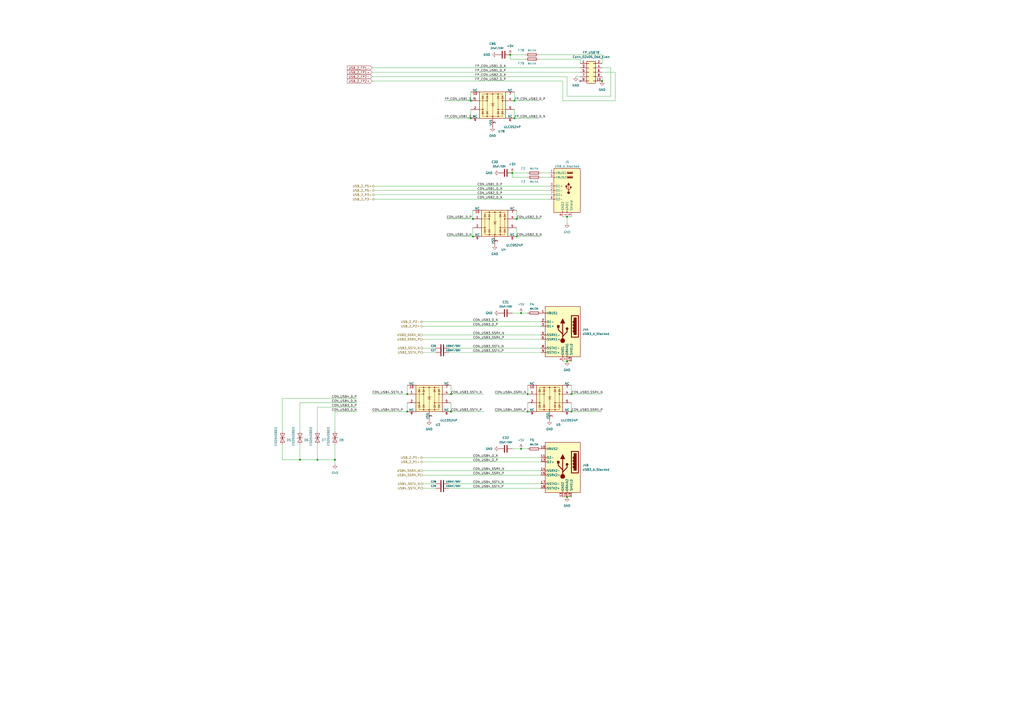
<source format=kicad_sch>
(kicad_sch
	(version 20231120)
	(generator "eeschema")
	(generator_version "8.0")
	(uuid "9ee40f42-49fe-412e-b4c9-652b6c49b724")
	(paper "A2")
	(title_block
		(title "Nano ITX Carrier for LattePanda Mu")
		(date "2024-09-01")
		(rev "V1.0.0")
		(comment 1 "20240901")
	)
	(lib_symbols
		(symbol "Connector:USB3_A_Stacked"
			(pin_names
				(offset 1.016)
			)
			(exclude_from_sim no)
			(in_bom yes)
			(on_board yes)
			(property "Reference" "J"
				(at -10.16 15.24 0)
				(effects
					(font
						(size 1.27 1.27)
					)
					(justify left)
				)
			)
			(property "Value" "USB3_A_Stacked"
				(at 10.16 15.24 0)
				(effects
					(font
						(size 1.27 1.27)
					)
					(justify right)
				)
			)
			(property "Footprint" ""
				(at 3.81 2.54 0)
				(effects
					(font
						(size 1.27 1.27)
					)
					(hide yes)
				)
			)
			(property "Datasheet" "~"
				(at 3.81 2.54 0)
				(effects
					(font
						(size 1.27 1.27)
					)
					(hide yes)
				)
			)
			(property "Description" "USB 3.0 A connector, stacked"
				(at 0 0 0)
				(effects
					(font
						(size 1.27 1.27)
					)
					(hide yes)
				)
			)
			(property "ki_keywords" "usb universal serial bus"
				(at 0 0 0)
				(effects
					(font
						(size 1.27 1.27)
					)
					(hide yes)
				)
			)
			(property "ki_fp_filters" "USB3?A*Stacked*"
				(at 0 0 0)
				(effects
					(font
						(size 1.27 1.27)
					)
					(hide yes)
				)
			)
			(symbol "USB3_A_Stacked_0_0"
				(rectangle
					(start -9.144 8.636)
					(end -5.08 -3.81)
					(stroke
						(width 0.508)
						(type default)
					)
					(fill
						(type none)
					)
				)
				(rectangle
					(start -7.874 7.366)
					(end -6.604 -2.286)
					(stroke
						(width 0.508)
						(type default)
					)
					(fill
						(type outline)
					)
				)
				(rectangle
					(start -6.35 0)
					(end -6.096 -0.762)
					(stroke
						(width 0.508)
						(type default)
					)
					(fill
						(type none)
					)
				)
				(rectangle
					(start -6.35 1.778)
					(end -6.096 1.016)
					(stroke
						(width 0.508)
						(type default)
					)
					(fill
						(type none)
					)
				)
				(rectangle
					(start -6.35 3.556)
					(end -6.096 2.794)
					(stroke
						(width 0.508)
						(type default)
					)
					(fill
						(type none)
					)
				)
				(rectangle
					(start -6.35 5.334)
					(end -6.096 4.572)
					(stroke
						(width 0.508)
						(type default)
					)
					(fill
						(type none)
					)
				)
				(rectangle
					(start -2.794 -15.24)
					(end -2.286 -14.224)
					(stroke
						(width 0)
						(type default)
					)
					(fill
						(type none)
					)
				)
				(rectangle
					(start -0.254 -15.24)
					(end 0.254 -14.224)
					(stroke
						(width 0)
						(type default)
					)
					(fill
						(type none)
					)
				)
				(rectangle
					(start 10.16 -12.446)
					(end 9.144 -12.954)
					(stroke
						(width 0)
						(type default)
					)
					(fill
						(type none)
					)
				)
				(rectangle
					(start 10.16 -9.906)
					(end 9.144 -10.414)
					(stroke
						(width 0)
						(type default)
					)
					(fill
						(type none)
					)
				)
				(rectangle
					(start 10.16 -4.826)
					(end 9.144 -5.334)
					(stroke
						(width 0)
						(type default)
					)
					(fill
						(type none)
					)
				)
				(rectangle
					(start 10.16 -2.286)
					(end 9.144 -2.794)
					(stroke
						(width 0)
						(type default)
					)
					(fill
						(type none)
					)
				)
				(rectangle
					(start 10.16 2.794)
					(end 9.144 2.286)
					(stroke
						(width 0)
						(type default)
					)
					(fill
						(type none)
					)
				)
				(rectangle
					(start 10.16 5.334)
					(end 9.144 4.826)
					(stroke
						(width 0)
						(type default)
					)
					(fill
						(type none)
					)
				)
				(rectangle
					(start 10.16 10.414)
					(end 9.144 9.906)
					(stroke
						(width 0)
						(type default)
					)
					(fill
						(type none)
					)
				)
			)
			(symbol "USB3_A_Stacked_0_1"
				(rectangle
					(start -10.16 13.97)
					(end 10.16 -15.24)
					(stroke
						(width 0.254)
						(type default)
					)
					(fill
						(type background)
					)
				)
				(pin passive line
					(at -5.08 -17.78 90)
					(length 2.54)
					(name "SHIELD"
						(effects
							(font
								(size 1.27 1.27)
							)
						)
					)
					(number "19"
						(effects
							(font
								(size 1.27 1.27)
							)
						)
					)
				)
			)
			(symbol "USB3_A_Stacked_1_1"
				(circle
					(center -2.54 1.143)
					(radius 0.635)
					(stroke
						(width 0.254)
						(type default)
					)
					(fill
						(type outline)
					)
				)
				(circle
					(center 0 -5.842)
					(radius 1.27)
					(stroke
						(width 0)
						(type default)
					)
					(fill
						(type outline)
					)
				)
				(polyline
					(pts
						(xy 0 -5.842) (xy 0 4.318)
					)
					(stroke
						(width 0.508)
						(type default)
					)
					(fill
						(type none)
					)
				)
				(polyline
					(pts
						(xy 0 -3.302) (xy -2.54 -0.762) (xy -2.54 0.508)
					)
					(stroke
						(width 0.508)
						(type default)
					)
					(fill
						(type none)
					)
				)
				(polyline
					(pts
						(xy 0 -2.032) (xy 2.54 0.508) (xy 2.54 1.778)
					)
					(stroke
						(width 0.508)
						(type default)
					)
					(fill
						(type none)
					)
				)
				(polyline
					(pts
						(xy -1.27 4.318) (xy 0 6.858) (xy 1.27 4.318) (xy -1.27 4.318)
					)
					(stroke
						(width 0.254)
						(type default)
					)
					(fill
						(type outline)
					)
				)
				(rectangle
					(start 1.905 1.778)
					(end 3.175 3.048)
					(stroke
						(width 0.254)
						(type default)
					)
					(fill
						(type outline)
					)
				)
				(pin power_in line
					(at 12.7 10.16 180)
					(length 2.54)
					(name "VBUS1"
						(effects
							(font
								(size 1.27 1.27)
							)
						)
					)
					(number "1"
						(effects
							(font
								(size 1.27 1.27)
							)
						)
					)
				)
				(pin bidirectional line
					(at 12.7 5.08 180)
					(length 2.54)
					(name "D1-"
						(effects
							(font
								(size 1.27 1.27)
							)
						)
					)
					(number "2"
						(effects
							(font
								(size 1.27 1.27)
							)
						)
					)
				)
				(pin bidirectional line
					(at 12.7 2.54 180)
					(length 2.54)
					(name "D1+"
						(effects
							(font
								(size 1.27 1.27)
							)
						)
					)
					(number "3"
						(effects
							(font
								(size 1.27 1.27)
							)
						)
					)
				)
				(pin power_in line
					(at 0 -17.78 90)
					(length 2.54)
					(name "GND1"
						(effects
							(font
								(size 1.27 1.27)
							)
						)
					)
					(number "4"
						(effects
							(font
								(size 1.27 1.27)
							)
						)
					)
				)
				(pin output line
					(at 12.7 -2.54 180)
					(length 2.54)
					(name "SSRX1-"
						(effects
							(font
								(size 1.27 1.27)
							)
						)
					)
					(number "5"
						(effects
							(font
								(size 1.27 1.27)
							)
						)
					)
				)
				(pin output line
					(at 12.7 -5.08 180)
					(length 2.54)
					(name "SSRX1+"
						(effects
							(font
								(size 1.27 1.27)
							)
						)
					)
					(number "6"
						(effects
							(font
								(size 1.27 1.27)
							)
						)
					)
				)
				(pin passive line
					(at -2.54 -17.78 90)
					(length 2.54)
					(name "DRAIN1"
						(effects
							(font
								(size 1.27 1.27)
							)
						)
					)
					(number "7"
						(effects
							(font
								(size 1.27 1.27)
							)
						)
					)
				)
				(pin input line
					(at 12.7 -10.16 180)
					(length 2.54)
					(name "SSTX1-"
						(effects
							(font
								(size 1.27 1.27)
							)
						)
					)
					(number "8"
						(effects
							(font
								(size 1.27 1.27)
							)
						)
					)
				)
				(pin input line
					(at 12.7 -12.7 180)
					(length 2.54)
					(name "SSTX1+"
						(effects
							(font
								(size 1.27 1.27)
							)
						)
					)
					(number "9"
						(effects
							(font
								(size 1.27 1.27)
							)
						)
					)
				)
			)
			(symbol "USB3_A_Stacked_2_1"
				(circle
					(center -2.54 1.143)
					(radius 0.635)
					(stroke
						(width 0.254)
						(type default)
					)
					(fill
						(type outline)
					)
				)
				(circle
					(center 0 -5.842)
					(radius 1.27)
					(stroke
						(width 0)
						(type default)
					)
					(fill
						(type outline)
					)
				)
				(polyline
					(pts
						(xy 0 -5.842) (xy 0 4.318)
					)
					(stroke
						(width 0.508)
						(type default)
					)
					(fill
						(type none)
					)
				)
				(polyline
					(pts
						(xy 0 -3.302) (xy -2.54 -0.762) (xy -2.54 0.508)
					)
					(stroke
						(width 0.508)
						(type default)
					)
					(fill
						(type none)
					)
				)
				(polyline
					(pts
						(xy 0 -2.032) (xy 2.54 0.508) (xy 2.54 1.778)
					)
					(stroke
						(width 0.508)
						(type default)
					)
					(fill
						(type none)
					)
				)
				(polyline
					(pts
						(xy -1.27 4.318) (xy 0 6.858) (xy 1.27 4.318) (xy -1.27 4.318)
					)
					(stroke
						(width 0.254)
						(type default)
					)
					(fill
						(type outline)
					)
				)
				(rectangle
					(start 1.905 1.778)
					(end 3.175 3.048)
					(stroke
						(width 0.254)
						(type default)
					)
					(fill
						(type outline)
					)
				)
				(pin power_in line
					(at 12.7 10.16 180)
					(length 2.54)
					(name "VBUS2"
						(effects
							(font
								(size 1.27 1.27)
							)
						)
					)
					(number "10"
						(effects
							(font
								(size 1.27 1.27)
							)
						)
					)
				)
				(pin bidirectional line
					(at 12.7 5.08 180)
					(length 2.54)
					(name "D2-"
						(effects
							(font
								(size 1.27 1.27)
							)
						)
					)
					(number "11"
						(effects
							(font
								(size 1.27 1.27)
							)
						)
					)
				)
				(pin bidirectional line
					(at 12.7 2.54 180)
					(length 2.54)
					(name "D2+"
						(effects
							(font
								(size 1.27 1.27)
							)
						)
					)
					(number "12"
						(effects
							(font
								(size 1.27 1.27)
							)
						)
					)
				)
				(pin power_in line
					(at 0 -17.78 90)
					(length 2.54)
					(name "GND2"
						(effects
							(font
								(size 1.27 1.27)
							)
						)
					)
					(number "13"
						(effects
							(font
								(size 1.27 1.27)
							)
						)
					)
				)
				(pin output line
					(at 12.7 -2.54 180)
					(length 2.54)
					(name "SSRX2-"
						(effects
							(font
								(size 1.27 1.27)
							)
						)
					)
					(number "14"
						(effects
							(font
								(size 1.27 1.27)
							)
						)
					)
				)
				(pin output line
					(at 12.7 -5.08 180)
					(length 2.54)
					(name "SSRX2+"
						(effects
							(font
								(size 1.27 1.27)
							)
						)
					)
					(number "15"
						(effects
							(font
								(size 1.27 1.27)
							)
						)
					)
				)
				(pin passive line
					(at -2.54 -17.78 90)
					(length 2.54)
					(name "DRAIN2"
						(effects
							(font
								(size 1.27 1.27)
							)
						)
					)
					(number "16"
						(effects
							(font
								(size 1.27 1.27)
							)
						)
					)
				)
				(pin input line
					(at 12.7 -10.16 180)
					(length 2.54)
					(name "SSTX2-"
						(effects
							(font
								(size 1.27 1.27)
							)
						)
					)
					(number "17"
						(effects
							(font
								(size 1.27 1.27)
							)
						)
					)
				)
				(pin input line
					(at 12.7 -12.7 180)
					(length 2.54)
					(name "SSTX2+"
						(effects
							(font
								(size 1.27 1.27)
							)
						)
					)
					(number "18"
						(effects
							(font
								(size 1.27 1.27)
							)
						)
					)
				)
			)
		)
		(symbol "Connector:USB_A_Stacked"
			(pin_names
				(offset 1.016)
			)
			(exclude_from_sim no)
			(in_bom yes)
			(on_board yes)
			(property "Reference" "J"
				(at 0 15.875 0)
				(effects
					(font
						(size 1.27 1.27)
					)
				)
			)
			(property "Value" "USB_A_Stacked"
				(at 0 13.97 0)
				(effects
					(font
						(size 1.27 1.27)
					)
				)
			)
			(property "Footprint" ""
				(at 3.81 -13.97 0)
				(effects
					(font
						(size 1.27 1.27)
					)
					(justify left)
					(hide yes)
				)
			)
			(property "Datasheet" " ~"
				(at 5.08 1.27 0)
				(effects
					(font
						(size 1.27 1.27)
					)
					(hide yes)
				)
			)
			(property "Description" "USB Type A connector, stacked"
				(at 0 0 0)
				(effects
					(font
						(size 1.27 1.27)
					)
					(hide yes)
				)
			)
			(property "ki_keywords" "connector USB"
				(at 0 0 0)
				(effects
					(font
						(size 1.27 1.27)
					)
					(hide yes)
				)
			)
			(property "ki_fp_filters" "USB*"
				(at 0 0 0)
				(effects
					(font
						(size 1.27 1.27)
					)
					(hide yes)
				)
			)
			(symbol "USB_A_Stacked_0_1"
				(rectangle
					(start -7.62 12.7)
					(end 7.62 -12.7)
					(stroke
						(width 0.254)
						(type default)
					)
					(fill
						(type background)
					)
				)
				(circle
					(center -2.159 1.905)
					(radius 0.381)
					(stroke
						(width 0.254)
						(type default)
					)
					(fill
						(type outline)
					)
				)
				(circle
					(center -0.889 -1.27)
					(radius 0.635)
					(stroke
						(width 0.254)
						(type default)
					)
					(fill
						(type outline)
					)
				)
				(rectangle
					(start -0.254 7.366)
					(end -3.048 7.874)
					(stroke
						(width 0)
						(type default)
					)
					(fill
						(type outline)
					)
				)
				(rectangle
					(start -0.254 9.906)
					(end -3.048 10.414)
					(stroke
						(width 0)
						(type default)
					)
					(fill
						(type outline)
					)
				)
				(rectangle
					(start -0.127 -12.7)
					(end 0.127 -11.938)
					(stroke
						(width 0)
						(type default)
					)
					(fill
						(type none)
					)
				)
				(polyline
					(pts
						(xy -1.524 3.175) (xy -0.254 3.175) (xy -0.889 4.445) (xy -1.524 3.175)
					)
					(stroke
						(width 0.254)
						(type default)
					)
					(fill
						(type outline)
					)
				)
				(polyline
					(pts
						(xy -0.889 -0.635) (xy -0.889 0) (xy -2.159 1.27) (xy -2.159 1.905)
					)
					(stroke
						(width 0.254)
						(type default)
					)
					(fill
						(type none)
					)
				)
				(polyline
					(pts
						(xy -0.889 0) (xy -0.889 0.635) (xy 0.381 1.27) (xy 0.381 2.54)
					)
					(stroke
						(width 0.254)
						(type default)
					)
					(fill
						(type none)
					)
				)
				(rectangle
					(start 0 2.794)
					(end 0.762 2.032)
					(stroke
						(width 0.254)
						(type default)
					)
					(fill
						(type outline)
					)
				)
				(rectangle
					(start 0 7.112)
					(end -3.302 8.382)
					(stroke
						(width 0)
						(type default)
					)
					(fill
						(type none)
					)
				)
				(rectangle
					(start 0 9.652)
					(end -3.302 10.922)
					(stroke
						(width 0)
						(type default)
					)
					(fill
						(type none)
					)
				)
				(rectangle
					(start 2.413 -12.7)
					(end 2.667 -11.938)
					(stroke
						(width 0)
						(type default)
					)
					(fill
						(type none)
					)
				)
				(rectangle
					(start 7.62 -5.207)
					(end 6.858 -4.953)
					(stroke
						(width 0)
						(type default)
					)
					(fill
						(type none)
					)
				)
				(rectangle
					(start 7.62 -2.667)
					(end 6.858 -2.413)
					(stroke
						(width 0)
						(type default)
					)
					(fill
						(type none)
					)
				)
				(rectangle
					(start 7.62 -0.127)
					(end 6.858 0.127)
					(stroke
						(width 0)
						(type default)
					)
					(fill
						(type none)
					)
				)
				(rectangle
					(start 7.62 2.413)
					(end 6.858 2.667)
					(stroke
						(width 0)
						(type default)
					)
					(fill
						(type none)
					)
				)
				(rectangle
					(start 7.62 7.493)
					(end 6.858 7.747)
					(stroke
						(width 0)
						(type default)
					)
					(fill
						(type none)
					)
				)
				(rectangle
					(start 7.62 10.033)
					(end 6.858 10.287)
					(stroke
						(width 0)
						(type default)
					)
					(fill
						(type none)
					)
				)
			)
			(symbol "USB_A_Stacked_1_1"
				(polyline
					(pts
						(xy -0.889 0.635) (xy -0.889 3.175)
					)
					(stroke
						(width 0.254)
						(type default)
					)
					(fill
						(type none)
					)
				)
				(pin power_in line
					(at 10.16 10.16 180)
					(length 2.54)
					(name "VBUS1"
						(effects
							(font
								(size 1.27 1.27)
							)
						)
					)
					(number "1"
						(effects
							(font
								(size 1.27 1.27)
							)
						)
					)
				)
				(pin bidirectional line
					(at 10.16 0 180)
					(length 2.54)
					(name "D1-"
						(effects
							(font
								(size 1.27 1.27)
							)
						)
					)
					(number "2"
						(effects
							(font
								(size 1.27 1.27)
							)
						)
					)
				)
				(pin bidirectional line
					(at 10.16 2.54 180)
					(length 2.54)
					(name "D1+"
						(effects
							(font
								(size 1.27 1.27)
							)
						)
					)
					(number "3"
						(effects
							(font
								(size 1.27 1.27)
							)
						)
					)
				)
				(pin power_in line
					(at 0 -15.24 90)
					(length 2.54)
					(name "GND1"
						(effects
							(font
								(size 1.27 1.27)
							)
						)
					)
					(number "4"
						(effects
							(font
								(size 1.27 1.27)
							)
						)
					)
				)
				(pin power_in line
					(at 10.16 7.62 180)
					(length 2.54)
					(name "VBUS2"
						(effects
							(font
								(size 1.27 1.27)
							)
						)
					)
					(number "5"
						(effects
							(font
								(size 1.27 1.27)
							)
						)
					)
				)
				(pin bidirectional line
					(at 10.16 -5.08 180)
					(length 2.54)
					(name "D2-"
						(effects
							(font
								(size 1.27 1.27)
							)
						)
					)
					(number "6"
						(effects
							(font
								(size 1.27 1.27)
							)
						)
					)
				)
				(pin bidirectional line
					(at 10.16 -2.54 180)
					(length 2.54)
					(name "D2+"
						(effects
							(font
								(size 1.27 1.27)
							)
						)
					)
					(number "7"
						(effects
							(font
								(size 1.27 1.27)
							)
						)
					)
				)
				(pin power_in line
					(at 2.54 -15.24 90)
					(length 2.54)
					(name "GND2"
						(effects
							(font
								(size 1.27 1.27)
							)
						)
					)
					(number "8"
						(effects
							(font
								(size 1.27 1.27)
							)
						)
					)
				)
				(pin passive line
					(at -2.54 -15.24 90)
					(length 2.54)
					(name "Shield"
						(effects
							(font
								(size 1.27 1.27)
							)
						)
					)
					(number "9"
						(effects
							(font
								(size 1.27 1.27)
							)
						)
					)
				)
			)
		)
		(symbol "Connector_Generic:Conn_02x05_Odd_Even"
			(pin_names
				(offset 1.016) hide)
			(exclude_from_sim no)
			(in_bom yes)
			(on_board yes)
			(property "Reference" "J"
				(at 1.27 7.62 0)
				(effects
					(font
						(size 1.27 1.27)
					)
				)
			)
			(property "Value" "Conn_02x05_Odd_Even"
				(at 1.27 -7.62 0)
				(effects
					(font
						(size 1.27 1.27)
					)
				)
			)
			(property "Footprint" ""
				(at 0 0 0)
				(effects
					(font
						(size 1.27 1.27)
					)
					(hide yes)
				)
			)
			(property "Datasheet" "~"
				(at 0 0 0)
				(effects
					(font
						(size 1.27 1.27)
					)
					(hide yes)
				)
			)
			(property "Description" "Generic connector, double row, 02x05, odd/even pin numbering scheme (row 1 odd numbers, row 2 even numbers), script generated (kicad-library-utils/schlib/autogen/connector/)"
				(at 0 0 0)
				(effects
					(font
						(size 1.27 1.27)
					)
					(hide yes)
				)
			)
			(property "ki_keywords" "connector"
				(at 0 0 0)
				(effects
					(font
						(size 1.27 1.27)
					)
					(hide yes)
				)
			)
			(property "ki_fp_filters" "Connector*:*_2x??_*"
				(at 0 0 0)
				(effects
					(font
						(size 1.27 1.27)
					)
					(hide yes)
				)
			)
			(symbol "Conn_02x05_Odd_Even_1_1"
				(rectangle
					(start -1.27 -4.953)
					(end 0 -5.207)
					(stroke
						(width 0.1524)
						(type default)
					)
					(fill
						(type none)
					)
				)
				(rectangle
					(start -1.27 -2.413)
					(end 0 -2.667)
					(stroke
						(width 0.1524)
						(type default)
					)
					(fill
						(type none)
					)
				)
				(rectangle
					(start -1.27 0.127)
					(end 0 -0.127)
					(stroke
						(width 0.1524)
						(type default)
					)
					(fill
						(type none)
					)
				)
				(rectangle
					(start -1.27 2.667)
					(end 0 2.413)
					(stroke
						(width 0.1524)
						(type default)
					)
					(fill
						(type none)
					)
				)
				(rectangle
					(start -1.27 5.207)
					(end 0 4.953)
					(stroke
						(width 0.1524)
						(type default)
					)
					(fill
						(type none)
					)
				)
				(rectangle
					(start -1.27 6.35)
					(end 3.81 -6.35)
					(stroke
						(width 0.254)
						(type default)
					)
					(fill
						(type background)
					)
				)
				(rectangle
					(start 3.81 -4.953)
					(end 2.54 -5.207)
					(stroke
						(width 0.1524)
						(type default)
					)
					(fill
						(type none)
					)
				)
				(rectangle
					(start 3.81 -2.413)
					(end 2.54 -2.667)
					(stroke
						(width 0.1524)
						(type default)
					)
					(fill
						(type none)
					)
				)
				(rectangle
					(start 3.81 0.127)
					(end 2.54 -0.127)
					(stroke
						(width 0.1524)
						(type default)
					)
					(fill
						(type none)
					)
				)
				(rectangle
					(start 3.81 2.667)
					(end 2.54 2.413)
					(stroke
						(width 0.1524)
						(type default)
					)
					(fill
						(type none)
					)
				)
				(rectangle
					(start 3.81 5.207)
					(end 2.54 4.953)
					(stroke
						(width 0.1524)
						(type default)
					)
					(fill
						(type none)
					)
				)
				(pin passive line
					(at -5.08 5.08 0)
					(length 3.81)
					(name "Pin_1"
						(effects
							(font
								(size 1.27 1.27)
							)
						)
					)
					(number "1"
						(effects
							(font
								(size 1.27 1.27)
							)
						)
					)
				)
				(pin passive line
					(at 7.62 -5.08 180)
					(length 3.81)
					(name "Pin_10"
						(effects
							(font
								(size 1.27 1.27)
							)
						)
					)
					(number "10"
						(effects
							(font
								(size 1.27 1.27)
							)
						)
					)
				)
				(pin passive line
					(at 7.62 5.08 180)
					(length 3.81)
					(name "Pin_2"
						(effects
							(font
								(size 1.27 1.27)
							)
						)
					)
					(number "2"
						(effects
							(font
								(size 1.27 1.27)
							)
						)
					)
				)
				(pin passive line
					(at -5.08 2.54 0)
					(length 3.81)
					(name "Pin_3"
						(effects
							(font
								(size 1.27 1.27)
							)
						)
					)
					(number "3"
						(effects
							(font
								(size 1.27 1.27)
							)
						)
					)
				)
				(pin passive line
					(at 7.62 2.54 180)
					(length 3.81)
					(name "Pin_4"
						(effects
							(font
								(size 1.27 1.27)
							)
						)
					)
					(number "4"
						(effects
							(font
								(size 1.27 1.27)
							)
						)
					)
				)
				(pin passive line
					(at -5.08 0 0)
					(length 3.81)
					(name "Pin_5"
						(effects
							(font
								(size 1.27 1.27)
							)
						)
					)
					(number "5"
						(effects
							(font
								(size 1.27 1.27)
							)
						)
					)
				)
				(pin passive line
					(at 7.62 0 180)
					(length 3.81)
					(name "Pin_6"
						(effects
							(font
								(size 1.27 1.27)
							)
						)
					)
					(number "6"
						(effects
							(font
								(size 1.27 1.27)
							)
						)
					)
				)
				(pin passive line
					(at -5.08 -2.54 0)
					(length 3.81)
					(name "Pin_7"
						(effects
							(font
								(size 1.27 1.27)
							)
						)
					)
					(number "7"
						(effects
							(font
								(size 1.27 1.27)
							)
						)
					)
				)
				(pin passive line
					(at 7.62 -2.54 180)
					(length 3.81)
					(name "Pin_8"
						(effects
							(font
								(size 1.27 1.27)
							)
						)
					)
					(number "8"
						(effects
							(font
								(size 1.27 1.27)
							)
						)
					)
				)
				(pin passive line
					(at -5.08 -5.08 0)
					(length 3.81)
					(name "Pin_9"
						(effects
							(font
								(size 1.27 1.27)
							)
						)
					)
					(number "9"
						(effects
							(font
								(size 1.27 1.27)
							)
						)
					)
				)
			)
		)
		(symbol "Device:C"
			(pin_numbers hide)
			(pin_names
				(offset 0.254)
			)
			(exclude_from_sim no)
			(in_bom yes)
			(on_board yes)
			(property "Reference" "C"
				(at 0.635 2.54 0)
				(effects
					(font
						(size 1.27 1.27)
					)
					(justify left)
				)
			)
			(property "Value" "C"
				(at 0.635 -2.54 0)
				(effects
					(font
						(size 1.27 1.27)
					)
					(justify left)
				)
			)
			(property "Footprint" ""
				(at 0.9652 -3.81 0)
				(effects
					(font
						(size 1.27 1.27)
					)
					(hide yes)
				)
			)
			(property "Datasheet" "~"
				(at 0 0 0)
				(effects
					(font
						(size 1.27 1.27)
					)
					(hide yes)
				)
			)
			(property "Description" "Unpolarized capacitor"
				(at 0 0 0)
				(effects
					(font
						(size 1.27 1.27)
					)
					(hide yes)
				)
			)
			(property "ki_keywords" "cap capacitor"
				(at 0 0 0)
				(effects
					(font
						(size 1.27 1.27)
					)
					(hide yes)
				)
			)
			(property "ki_fp_filters" "C_*"
				(at 0 0 0)
				(effects
					(font
						(size 1.27 1.27)
					)
					(hide yes)
				)
			)
			(symbol "C_0_1"
				(polyline
					(pts
						(xy -2.032 -0.762) (xy 2.032 -0.762)
					)
					(stroke
						(width 0.508)
						(type default)
					)
					(fill
						(type none)
					)
				)
				(polyline
					(pts
						(xy -2.032 0.762) (xy 2.032 0.762)
					)
					(stroke
						(width 0.508)
						(type default)
					)
					(fill
						(type none)
					)
				)
			)
			(symbol "C_1_1"
				(pin passive line
					(at 0 3.81 270)
					(length 2.794)
					(name "~"
						(effects
							(font
								(size 1.27 1.27)
							)
						)
					)
					(number "1"
						(effects
							(font
								(size 1.27 1.27)
							)
						)
					)
				)
				(pin passive line
					(at 0 -3.81 90)
					(length 2.794)
					(name "~"
						(effects
							(font
								(size 1.27 1.27)
							)
						)
					)
					(number "2"
						(effects
							(font
								(size 1.27 1.27)
							)
						)
					)
				)
			)
		)
		(symbol "Device:Fuse"
			(pin_numbers hide)
			(pin_names
				(offset 0)
			)
			(exclude_from_sim no)
			(in_bom yes)
			(on_board yes)
			(property "Reference" "F"
				(at 2.032 0 90)
				(effects
					(font
						(size 1.27 1.27)
					)
				)
			)
			(property "Value" "Fuse"
				(at -1.905 0 90)
				(effects
					(font
						(size 1.27 1.27)
					)
				)
			)
			(property "Footprint" ""
				(at -1.778 0 90)
				(effects
					(font
						(size 1.27 1.27)
					)
					(hide yes)
				)
			)
			(property "Datasheet" "~"
				(at 0 0 0)
				(effects
					(font
						(size 1.27 1.27)
					)
					(hide yes)
				)
			)
			(property "Description" "Fuse"
				(at 0 0 0)
				(effects
					(font
						(size 1.27 1.27)
					)
					(hide yes)
				)
			)
			(property "ki_keywords" "fuse"
				(at 0 0 0)
				(effects
					(font
						(size 1.27 1.27)
					)
					(hide yes)
				)
			)
			(property "ki_fp_filters" "*Fuse*"
				(at 0 0 0)
				(effects
					(font
						(size 1.27 1.27)
					)
					(hide yes)
				)
			)
			(symbol "Fuse_0_1"
				(rectangle
					(start -0.762 -2.54)
					(end 0.762 2.54)
					(stroke
						(width 0.254)
						(type default)
					)
					(fill
						(type none)
					)
				)
				(polyline
					(pts
						(xy 0 2.54) (xy 0 -2.54)
					)
					(stroke
						(width 0)
						(type default)
					)
					(fill
						(type none)
					)
				)
			)
			(symbol "Fuse_1_1"
				(pin passive line
					(at 0 3.81 270)
					(length 1.27)
					(name "~"
						(effects
							(font
								(size 1.27 1.27)
							)
						)
					)
					(number "1"
						(effects
							(font
								(size 1.27 1.27)
							)
						)
					)
				)
				(pin passive line
					(at 0 -3.81 90)
					(length 1.27)
					(name "~"
						(effects
							(font
								(size 1.27 1.27)
							)
						)
					)
					(number "2"
						(effects
							(font
								(size 1.27 1.27)
							)
						)
					)
				)
			)
		)
		(symbol "Diode:ESD9B5.0ST5G"
			(pin_numbers hide)
			(pin_names
				(offset 1.016) hide)
			(exclude_from_sim no)
			(in_bom yes)
			(on_board yes)
			(property "Reference" "D"
				(at 0 2.54 0)
				(effects
					(font
						(size 1.27 1.27)
					)
				)
			)
			(property "Value" "ESD9B5.0ST5G"
				(at 0 -2.54 0)
				(effects
					(font
						(size 1.27 1.27)
					)
				)
			)
			(property "Footprint" "Diode_SMD:D_SOD-923"
				(at 0 0 0)
				(effects
					(font
						(size 1.27 1.27)
					)
					(hide yes)
				)
			)
			(property "Datasheet" "https://www.onsemi.com/pub/Collateral/ESD9B-D.PDF"
				(at 0 0 0)
				(effects
					(font
						(size 1.27 1.27)
					)
					(hide yes)
				)
			)
			(property "Description" "ESD protection diode, 5.0Vrwm, SOD-923"
				(at 0 0 0)
				(effects
					(font
						(size 1.27 1.27)
					)
					(hide yes)
				)
			)
			(property "ki_keywords" "diode TVS ESD"
				(at 0 0 0)
				(effects
					(font
						(size 1.27 1.27)
					)
					(hide yes)
				)
			)
			(property "ki_fp_filters" "D*SOD?923*"
				(at 0 0 0)
				(effects
					(font
						(size 1.27 1.27)
					)
					(hide yes)
				)
			)
			(symbol "ESD9B5.0ST5G_0_1"
				(polyline
					(pts
						(xy 1.27 0) (xy -1.27 0)
					)
					(stroke
						(width 0)
						(type default)
					)
					(fill
						(type none)
					)
				)
				(polyline
					(pts
						(xy -2.54 -1.27) (xy 0 0) (xy -2.54 1.27) (xy -2.54 -1.27)
					)
					(stroke
						(width 0.2032)
						(type default)
					)
					(fill
						(type none)
					)
				)
				(polyline
					(pts
						(xy 0.508 1.27) (xy 0 1.27) (xy 0 -1.27) (xy -0.508 -1.27)
					)
					(stroke
						(width 0.2032)
						(type default)
					)
					(fill
						(type none)
					)
				)
				(polyline
					(pts
						(xy 2.54 1.27) (xy 2.54 -1.27) (xy 0 0) (xy 2.54 1.27)
					)
					(stroke
						(width 0.2032)
						(type default)
					)
					(fill
						(type none)
					)
				)
			)
			(symbol "ESD9B5.0ST5G_1_1"
				(pin passive line
					(at -3.81 0 0)
					(length 2.54)
					(name "A1"
						(effects
							(font
								(size 1.27 1.27)
							)
						)
					)
					(number "1"
						(effects
							(font
								(size 1.27 1.27)
							)
						)
					)
				)
				(pin passive line
					(at 3.81 0 180)
					(length 2.54)
					(name "A2"
						(effects
							(font
								(size 1.27 1.27)
							)
						)
					)
					(number "2"
						(effects
							(font
								(size 1.27 1.27)
							)
						)
					)
				)
			)
		)
		(symbol "Power_Protection:D3V3XA4B10LP"
			(pin_names
				(offset 0)
			)
			(exclude_from_sim no)
			(in_bom yes)
			(on_board yes)
			(property "Reference" "U"
				(at -0.635 8.89 0)
				(effects
					(font
						(size 1.27 1.27)
					)
				)
			)
			(property "Value" "D3V3XA4B10LP"
				(at 8.89 -10.16 0)
				(effects
					(font
						(size 1.27 1.27)
					)
				)
			)
			(property "Footprint" "Package_DFN_QFN:Diodes_UDFN-10_1.0x2.5mm_P0.5mm"
				(at -24.13 -10.16 0)
				(effects
					(font
						(size 1.27 1.27)
					)
					(hide yes)
				)
			)
			(property "Datasheet" "https://www.diodes.com/assets/Datasheets/D3V3XA4B10LP.pdf"
				(at 0 0 0)
				(effects
					(font
						(size 1.27 1.27)
					)
					(hide yes)
				)
			)
			(property "Description" "4-Channel Low Capacitance TVS Diode Array, DFN-10"
				(at 0 0 0)
				(effects
					(font
						(size 1.27 1.27)
					)
					(hide yes)
				)
			)
			(property "ki_keywords" "ESD protection TVS"
				(at 0 0 0)
				(effects
					(font
						(size 1.27 1.27)
					)
					(hide yes)
				)
			)
			(property "ki_fp_filters" "Diodes*UDFN*1.0x2.5mm*P0.5mm*"
				(at 0 0 0)
				(effects
					(font
						(size 1.27 1.27)
					)
					(hide yes)
				)
			)
			(symbol "D3V3XA4B10LP_0_0"
				(rectangle
					(start -5.715 6.477)
					(end 5.715 -6.604)
					(stroke
						(width 0)
						(type default)
					)
					(fill
						(type none)
					)
				)
				(polyline
					(pts
						(xy -3.175 -6.604) (xy -3.175 6.477)
					)
					(stroke
						(width 0)
						(type default)
					)
					(fill
						(type none)
					)
				)
				(polyline
					(pts
						(xy 0.127 6.477) (xy 0.127 -6.604)
					)
					(stroke
						(width 0)
						(type default)
					)
					(fill
						(type none)
					)
				)
				(polyline
					(pts
						(xy 3.175 6.477) (xy 3.175 -6.604)
					)
					(stroke
						(width 0)
						(type default)
					)
					(fill
						(type none)
					)
				)
			)
			(symbol "D3V3XA4B10LP_0_1"
				(rectangle
					(start -7.62 7.62)
					(end 7.62 -7.62)
					(stroke
						(width 0.254)
						(type default)
					)
					(fill
						(type background)
					)
				)
				(circle
					(center -5.715 -2.54)
					(radius 0.2794)
					(stroke
						(width 0)
						(type default)
					)
					(fill
						(type outline)
					)
				)
				(circle
					(center -3.175 -6.604)
					(radius 0.2794)
					(stroke
						(width 0)
						(type default)
					)
					(fill
						(type outline)
					)
				)
				(circle
					(center -3.175 2.54)
					(radius 0.2794)
					(stroke
						(width 0)
						(type default)
					)
					(fill
						(type outline)
					)
				)
				(circle
					(center -3.175 6.477)
					(radius 0.2794)
					(stroke
						(width 0)
						(type default)
					)
					(fill
						(type outline)
					)
				)
				(circle
					(center 0 -6.604)
					(radius 0.2794)
					(stroke
						(width 0)
						(type default)
					)
					(fill
						(type outline)
					)
				)
				(polyline
					(pts
						(xy -7.747 2.54) (xy -3.175 2.54)
					)
					(stroke
						(width 0)
						(type default)
					)
					(fill
						(type none)
					)
				)
				(polyline
					(pts
						(xy -7.62 -2.54) (xy -5.715 -2.54)
					)
					(stroke
						(width 0)
						(type default)
					)
					(fill
						(type none)
					)
				)
				(polyline
					(pts
						(xy -5.08 -3.81) (xy -6.35 -3.81)
					)
					(stroke
						(width 0)
						(type default)
					)
					(fill
						(type none)
					)
				)
				(polyline
					(pts
						(xy -5.08 5.08) (xy -6.35 5.08)
					)
					(stroke
						(width 0)
						(type default)
					)
					(fill
						(type none)
					)
				)
				(polyline
					(pts
						(xy -2.54 -3.81) (xy -3.81 -3.81)
					)
					(stroke
						(width 0)
						(type default)
					)
					(fill
						(type none)
					)
				)
				(polyline
					(pts
						(xy -2.54 5.08) (xy -3.81 5.08)
					)
					(stroke
						(width 0)
						(type default)
					)
					(fill
						(type none)
					)
				)
				(polyline
					(pts
						(xy -0.508 0.889) (xy -0.889 0.635)
					)
					(stroke
						(width 0)
						(type default)
					)
					(fill
						(type none)
					)
				)
				(polyline
					(pts
						(xy 0 -6.604) (xy 0 -7.62)
					)
					(stroke
						(width 0)
						(type default)
					)
					(fill
						(type none)
					)
				)
				(polyline
					(pts
						(xy 0.762 0.889) (xy -0.508 0.889)
					)
					(stroke
						(width 0)
						(type default)
					)
					(fill
						(type none)
					)
				)
				(polyline
					(pts
						(xy 0.762 0.889) (xy 1.143 1.143)
					)
					(stroke
						(width 0)
						(type default)
					)
					(fill
						(type none)
					)
				)
				(polyline
					(pts
						(xy 3.81 -3.81) (xy 2.54 -3.81)
					)
					(stroke
						(width 0)
						(type default)
					)
					(fill
						(type none)
					)
				)
				(polyline
					(pts
						(xy 3.81 5.08) (xy 2.54 5.08)
					)
					(stroke
						(width 0)
						(type default)
					)
					(fill
						(type none)
					)
				)
				(polyline
					(pts
						(xy 6.35 -3.81) (xy 5.08 -3.81)
					)
					(stroke
						(width 0)
						(type default)
					)
					(fill
						(type none)
					)
				)
				(polyline
					(pts
						(xy 6.35 5.08) (xy 5.08 5.08)
					)
					(stroke
						(width 0)
						(type default)
					)
					(fill
						(type none)
					)
				)
				(polyline
					(pts
						(xy 7.62 -2.54) (xy 3.175 -2.54)
					)
					(stroke
						(width 0)
						(type default)
					)
					(fill
						(type none)
					)
				)
				(polyline
					(pts
						(xy 7.62 2.54) (xy 5.715 2.54)
					)
					(stroke
						(width 0)
						(type default)
					)
					(fill
						(type none)
					)
				)
				(polyline
					(pts
						(xy -5.08 -5.08) (xy -6.35 -5.08) (xy -5.715 -3.81) (xy -5.08 -5.08)
					)
					(stroke
						(width 0)
						(type default)
					)
					(fill
						(type none)
					)
				)
				(polyline
					(pts
						(xy -5.08 3.81) (xy -6.35 3.81) (xy -5.715 5.08) (xy -5.08 3.81)
					)
					(stroke
						(width 0)
						(type default)
					)
					(fill
						(type none)
					)
				)
				(polyline
					(pts
						(xy -2.54 -5.08) (xy -3.81 -5.08) (xy -3.175 -3.81) (xy -2.54 -5.08)
					)
					(stroke
						(width 0)
						(type default)
					)
					(fill
						(type none)
					)
				)
				(polyline
					(pts
						(xy -2.54 3.81) (xy -3.81 3.81) (xy -3.175 5.08) (xy -2.54 3.81)
					)
					(stroke
						(width 0)
						(type default)
					)
					(fill
						(type none)
					)
				)
				(polyline
					(pts
						(xy 0.762 -0.381) (xy -0.508 -0.381) (xy 0.127 0.889) (xy 0.762 -0.381)
					)
					(stroke
						(width 0)
						(type default)
					)
					(fill
						(type none)
					)
				)
				(polyline
					(pts
						(xy 3.81 -5.08) (xy 2.54 -5.08) (xy 3.175 -3.81) (xy 3.81 -5.08)
					)
					(stroke
						(width 0)
						(type default)
					)
					(fill
						(type none)
					)
				)
				(polyline
					(pts
						(xy 3.81 3.81) (xy 2.54 3.81) (xy 3.175 5.08) (xy 3.81 3.81)
					)
					(stroke
						(width 0)
						(type default)
					)
					(fill
						(type none)
					)
				)
				(polyline
					(pts
						(xy 6.35 -5.08) (xy 5.08 -5.08) (xy 5.715 -3.81) (xy 6.35 -5.08)
					)
					(stroke
						(width 0)
						(type default)
					)
					(fill
						(type none)
					)
				)
				(polyline
					(pts
						(xy 6.35 3.81) (xy 5.08 3.81) (xy 5.715 5.08) (xy 6.35 3.81)
					)
					(stroke
						(width 0)
						(type default)
					)
					(fill
						(type none)
					)
				)
				(circle
					(center 0 6.477)
					(radius 0.2794)
					(stroke
						(width 0)
						(type default)
					)
					(fill
						(type outline)
					)
				)
				(circle
					(center 3.175 -6.604)
					(radius 0.2794)
					(stroke
						(width 0)
						(type default)
					)
					(fill
						(type outline)
					)
				)
				(circle
					(center 3.175 -2.54)
					(radius 0.2794)
					(stroke
						(width 0)
						(type default)
					)
					(fill
						(type outline)
					)
				)
				(circle
					(center 3.175 6.477)
					(radius 0.2794)
					(stroke
						(width 0)
						(type default)
					)
					(fill
						(type outline)
					)
				)
				(circle
					(center 5.715 2.54)
					(radius 0.2794)
					(stroke
						(width 0)
						(type default)
					)
					(fill
						(type outline)
					)
				)
			)
			(symbol "D3V3XA4B10LP_1_1"
				(pin passive line
					(at -12.7 2.54 0)
					(length 5.08)
					(name "~"
						(effects
							(font
								(size 1.27 1.27)
							)
						)
					)
					(number "1"
						(effects
							(font
								(size 1.27 1.27)
							)
						)
					)
				)
				(pin free line
					(at -12.7 7.62 0)
					(length 5.08)
					(name "NC"
						(effects
							(font
								(size 1.27 1.27)
							)
						)
					)
					(number "10"
						(effects
							(font
								(size 1.27 1.27)
							)
						)
					)
				)
				(pin passive line
					(at -12.7 -2.54 0)
					(length 5.08)
					(name "~"
						(effects
							(font
								(size 1.27 1.27)
							)
						)
					)
					(number "2"
						(effects
							(font
								(size 1.27 1.27)
							)
						)
					)
				)
				(pin power_in line
					(at 0 -12.7 90)
					(length 5.08)
					(name "VSS"
						(effects
							(font
								(size 1.27 1.27)
							)
						)
					)
					(number "3"
						(effects
							(font
								(size 1.27 1.27)
							)
						)
					)
				)
				(pin passive line
					(at 12.7 2.54 180)
					(length 5.08)
					(name "~"
						(effects
							(font
								(size 1.27 1.27)
							)
						)
					)
					(number "4"
						(effects
							(font
								(size 1.27 1.27)
							)
						)
					)
				)
				(pin passive line
					(at 12.7 -2.54 180)
					(length 5.08)
					(name "~"
						(effects
							(font
								(size 1.27 1.27)
							)
						)
					)
					(number "5"
						(effects
							(font
								(size 1.27 1.27)
							)
						)
					)
				)
				(pin free line
					(at 12.7 -7.62 180)
					(length 5.08)
					(name "NC"
						(effects
							(font
								(size 1.27 1.27)
							)
						)
					)
					(number "6"
						(effects
							(font
								(size 1.27 1.27)
							)
						)
					)
				)
				(pin free line
					(at 12.7 7.62 180)
					(length 5.08)
					(name "NC"
						(effects
							(font
								(size 1.27 1.27)
							)
						)
					)
					(number "7"
						(effects
							(font
								(size 1.27 1.27)
							)
						)
					)
				)
				(pin passive line
					(at 0 -12.7 90)
					(length 5.08) hide
					(name "VSS"
						(effects
							(font
								(size 1.27 1.27)
							)
						)
					)
					(number "8"
						(effects
							(font
								(size 1.27 1.27)
							)
						)
					)
				)
				(pin free line
					(at -12.7 -7.62 0)
					(length 5.08)
					(name "NC"
						(effects
							(font
								(size 1.27 1.27)
							)
						)
					)
					(number "9"
						(effects
							(font
								(size 1.27 1.27)
							)
						)
					)
				)
			)
		)
		(symbol "power:+5V"
			(power)
			(pin_numbers hide)
			(pin_names
				(offset 0) hide)
			(exclude_from_sim no)
			(in_bom yes)
			(on_board yes)
			(property "Reference" "#PWR"
				(at 0 -3.81 0)
				(effects
					(font
						(size 1.27 1.27)
					)
					(hide yes)
				)
			)
			(property "Value" "+5V"
				(at 0 3.556 0)
				(effects
					(font
						(size 1.27 1.27)
					)
				)
			)
			(property "Footprint" ""
				(at 0 0 0)
				(effects
					(font
						(size 1.27 1.27)
					)
					(hide yes)
				)
			)
			(property "Datasheet" ""
				(at 0 0 0)
				(effects
					(font
						(size 1.27 1.27)
					)
					(hide yes)
				)
			)
			(property "Description" "Power symbol creates a global label with name \"+5V\""
				(at 0 0 0)
				(effects
					(font
						(size 1.27 1.27)
					)
					(hide yes)
				)
			)
			(property "ki_keywords" "global power"
				(at 0 0 0)
				(effects
					(font
						(size 1.27 1.27)
					)
					(hide yes)
				)
			)
			(symbol "+5V_0_1"
				(polyline
					(pts
						(xy -0.762 1.27) (xy 0 2.54)
					)
					(stroke
						(width 0)
						(type default)
					)
					(fill
						(type none)
					)
				)
				(polyline
					(pts
						(xy 0 0) (xy 0 2.54)
					)
					(stroke
						(width 0)
						(type default)
					)
					(fill
						(type none)
					)
				)
				(polyline
					(pts
						(xy 0 2.54) (xy 0.762 1.27)
					)
					(stroke
						(width 0)
						(type default)
					)
					(fill
						(type none)
					)
				)
			)
			(symbol "+5V_1_1"
				(pin power_in line
					(at 0 0 90)
					(length 0)
					(name "~"
						(effects
							(font
								(size 1.27 1.27)
							)
						)
					)
					(number "1"
						(effects
							(font
								(size 1.27 1.27)
							)
						)
					)
				)
			)
		)
		(symbol "power:GND"
			(power)
			(pin_numbers hide)
			(pin_names
				(offset 0) hide)
			(exclude_from_sim no)
			(in_bom yes)
			(on_board yes)
			(property "Reference" "#PWR"
				(at 0 -6.35 0)
				(effects
					(font
						(size 1.27 1.27)
					)
					(hide yes)
				)
			)
			(property "Value" "GND"
				(at 0 -3.81 0)
				(effects
					(font
						(size 1.27 1.27)
					)
				)
			)
			(property "Footprint" ""
				(at 0 0 0)
				(effects
					(font
						(size 1.27 1.27)
					)
					(hide yes)
				)
			)
			(property "Datasheet" ""
				(at 0 0 0)
				(effects
					(font
						(size 1.27 1.27)
					)
					(hide yes)
				)
			)
			(property "Description" "Power symbol creates a global label with name \"GND\" , ground"
				(at 0 0 0)
				(effects
					(font
						(size 1.27 1.27)
					)
					(hide yes)
				)
			)
			(property "ki_keywords" "global power"
				(at 0 0 0)
				(effects
					(font
						(size 1.27 1.27)
					)
					(hide yes)
				)
			)
			(symbol "GND_0_1"
				(polyline
					(pts
						(xy 0 0) (xy 0 -1.27) (xy 1.27 -1.27) (xy 0 -2.54) (xy -1.27 -1.27) (xy 0 -1.27)
					)
					(stroke
						(width 0)
						(type default)
					)
					(fill
						(type none)
					)
				)
			)
			(symbol "GND_1_1"
				(pin power_in line
					(at 0 0 270)
					(length 0)
					(name "~"
						(effects
							(font
								(size 1.27 1.27)
							)
						)
					)
					(number "1"
						(effects
							(font
								(size 1.27 1.27)
							)
						)
					)
				)
			)
		)
	)
	(junction
		(at 261.62 228.6)
		(diameter 0)
		(color 0 0 0 0)
		(uuid "06bd6bc1-fd93-4e0f-8648-9af54a115b65")
	)
	(junction
		(at 274.32 137.16)
		(diameter 0)
		(color 0 0 0 0)
		(uuid "0ab813c6-2be5-48f7-b964-b54dc10f6a9e")
	)
	(junction
		(at 328.93 288.29)
		(diameter 0)
		(color 0 0 0 0)
		(uuid "220a8d7e-f87c-475a-8946-27198e631480")
	)
	(junction
		(at 299.72 127)
		(diameter 0)
		(color 0 0 0 0)
		(uuid "2928318c-4de1-455b-8ef3-55f4791cd53d")
	)
	(junction
		(at 302.26 260.35)
		(diameter 0)
		(color 0 0 0 0)
		(uuid "295e8b4c-3e7e-4a4b-acaf-eebd6347c56e")
	)
	(junction
		(at 302.26 181.61)
		(diameter 0)
		(color 0 0 0 0)
		(uuid "47106be7-f9a0-401c-b582-4ee99044b1cb")
	)
	(junction
		(at 349.25 46.99)
		(diameter 0)
		(color 0 0 0 0)
		(uuid "4ee3c1e1-fb33-47ef-919d-ddc6a8cf4c3f")
	)
	(junction
		(at 274.32 127)
		(diameter 0)
		(color 0 0 0 0)
		(uuid "4ef87a69-bc6a-4834-9233-3c49902628c2")
	)
	(junction
		(at 194.31 266.7)
		(diameter 0)
		(color 0 0 0 0)
		(uuid "55c02ba1-9d64-416e-a08e-673a8067cac9")
	)
	(junction
		(at 261.62 238.76)
		(diameter 0)
		(color 0 0 0 0)
		(uuid "5f39349a-c4f9-4de0-8d30-705202ca2190")
	)
	(junction
		(at 236.22 228.6)
		(diameter 0)
		(color 0 0 0 0)
		(uuid "713b56f1-4d1f-4cac-a4b0-af43fd741074")
	)
	(junction
		(at 184.15 266.7)
		(diameter 0)
		(color 0 0 0 0)
		(uuid "76754f4f-863a-4a09-ab76-624d952e6167")
	)
	(junction
		(at 298.45 68.58)
		(diameter 0)
		(color 0 0 0 0)
		(uuid "90647709-4935-46df-97bb-f4a91dbbd1fe")
	)
	(junction
		(at 273.05 58.42)
		(diameter 0)
		(color 0 0 0 0)
		(uuid "96c83a43-b574-45b6-9581-439e3a70e452")
	)
	(junction
		(at 297.18 100.33)
		(diameter 0)
		(color 0 0 0 0)
		(uuid "998dd542-ce82-443b-a8bb-602d6f373422")
	)
	(junction
		(at 173.99 266.7)
		(diameter 0)
		(color 0 0 0 0)
		(uuid "a1f746af-b0ba-47ac-9770-3e6a88b56b94")
	)
	(junction
		(at 331.47 238.76)
		(diameter 0)
		(color 0 0 0 0)
		(uuid "a43984e9-3cca-4a4b-a677-1ee29d89239c")
	)
	(junction
		(at 295.91 31.75)
		(diameter 0)
		(color 0 0 0 0)
		(uuid "b3522ec1-da5a-4507-88cd-c86179f44b8c")
	)
	(junction
		(at 273.05 68.58)
		(diameter 0)
		(color 0 0 0 0)
		(uuid "b67fcf0d-b698-468a-87c9-8d6182762083")
	)
	(junction
		(at 331.47 228.6)
		(diameter 0)
		(color 0 0 0 0)
		(uuid "c9946143-a7e9-4ec4-a23d-0620287da649")
	)
	(junction
		(at 306.07 238.76)
		(diameter 0)
		(color 0 0 0 0)
		(uuid "cc6c1915-0491-4ff9-a318-a3c8d7e67d78")
	)
	(junction
		(at 328.93 125.73)
		(diameter 0)
		(color 0 0 0 0)
		(uuid "cc758288-3433-4255-8d6f-439dfed0cfae")
	)
	(junction
		(at 328.93 209.55)
		(diameter 0)
		(color 0 0 0 0)
		(uuid "d9929520-251e-4b88-98dc-d7431a355560")
	)
	(junction
		(at 299.72 137.16)
		(diameter 0)
		(color 0 0 0 0)
		(uuid "e792b154-f35d-430c-9f8d-1582ffed6116")
	)
	(junction
		(at 306.07 228.6)
		(diameter 0)
		(color 0 0 0 0)
		(uuid "ee38200f-6e5a-40e8-b3f7-99d1a0369afa")
	)
	(junction
		(at 236.22 238.76)
		(diameter 0)
		(color 0 0 0 0)
		(uuid "fdeaad14-d43a-4ae0-94d3-21e7c6a0616a")
	)
	(junction
		(at 298.45 58.42)
		(diameter 0)
		(color 0 0 0 0)
		(uuid "ff58283e-a376-46c3-bec7-f0a3fa30b7fd")
	)
	(no_connect
		(at 336.55 46.99)
		(uuid "ea916e2d-6826-42e5-9b84-49d4411ffee3")
	)
	(wire
		(pts
			(xy 217.17 107.95) (xy 318.77 107.95)
		)
		(stroke
			(width 0)
			(type default)
		)
		(uuid "01c1becd-416f-477c-9bc4-d6af5c98b09c")
	)
	(wire
		(pts
			(xy 261.62 223.52) (xy 261.62 228.6)
		)
		(stroke
			(width 0)
			(type default)
		)
		(uuid "02ba93ed-bb9c-4ee1-b031-f9c72b216a4f")
	)
	(wire
		(pts
			(xy 260.35 280.67) (xy 313.69 280.67)
		)
		(stroke
			(width 0)
			(type default)
		)
		(uuid "0945d8b1-e2ba-44d4-8b17-1c5940e93907")
	)
	(wire
		(pts
			(xy 163.83 231.14) (xy 163.83 250.19)
		)
		(stroke
			(width 0)
			(type default)
		)
		(uuid "0da169f7-015d-4139-992a-6101357d3e49")
	)
	(wire
		(pts
			(xy 245.11 265.43) (xy 313.69 265.43)
		)
		(stroke
			(width 0)
			(type default)
		)
		(uuid "0f93155a-3957-455d-9eda-cd8e3a9e12da")
	)
	(wire
		(pts
			(xy 313.69 100.33) (xy 318.77 100.33)
		)
		(stroke
			(width 0)
			(type default)
		)
		(uuid "101ef5ee-3dc9-4485-bf5a-4e62dc44799b")
	)
	(wire
		(pts
			(xy 245.11 204.47) (xy 252.73 204.47)
		)
		(stroke
			(width 0)
			(type default)
		)
		(uuid "13a88873-dc8a-447b-84ac-40c389710cdb")
	)
	(wire
		(pts
			(xy 328.93 288.29) (xy 331.47 288.29)
		)
		(stroke
			(width 0)
			(type default)
		)
		(uuid "140fbb22-ed2b-4c9f-8c0c-60e053d943a3")
	)
	(wire
		(pts
			(xy 313.69 102.87) (xy 318.77 102.87)
		)
		(stroke
			(width 0)
			(type default)
		)
		(uuid "150e07db-76b8-4c81-b68b-57188e310f7e")
	)
	(wire
		(pts
			(xy 245.11 196.85) (xy 313.69 196.85)
		)
		(stroke
			(width 0)
			(type default)
		)
		(uuid "155efaf2-92ae-4a95-8cc7-dc9229c03ed7")
	)
	(wire
		(pts
			(xy 331.47 238.76) (xy 349.25 238.76)
		)
		(stroke
			(width 0)
			(type default)
		)
		(uuid "17bea29e-3eaa-45ba-986c-e6c99ff78805")
	)
	(wire
		(pts
			(xy 274.32 121.92) (xy 274.32 127)
		)
		(stroke
			(width 0)
			(type default)
		)
		(uuid "1e13340f-2084-486f-97f9-8893aef124ec")
	)
	(wire
		(pts
			(xy 326.39 58.42) (xy 356.87 58.42)
		)
		(stroke
			(width 0)
			(type default)
		)
		(uuid "1fc1eb2b-5bf1-4df7-a730-02d531690b5d")
	)
	(wire
		(pts
			(xy 356.87 58.42) (xy 356.87 41.91)
		)
		(stroke
			(width 0)
			(type default)
		)
		(uuid "21c9093b-9a45-44cd-86c6-4ef982ff9c6d")
	)
	(wire
		(pts
			(xy 215.9 46.99) (xy 326.39 46.99)
		)
		(stroke
			(width 0)
			(type default)
		)
		(uuid "2327a64e-cecc-4f1f-9ee2-1477ac048ca0")
	)
	(wire
		(pts
			(xy 304.8 34.29) (xy 295.91 34.29)
		)
		(stroke
			(width 0)
			(type default)
		)
		(uuid "25b6737f-6818-4048-aeb7-99d3c7f19d1a")
	)
	(wire
		(pts
			(xy 245.11 280.67) (xy 252.73 280.67)
		)
		(stroke
			(width 0)
			(type default)
		)
		(uuid "2937b576-aaae-4285-899b-6f4c7516e9f6")
	)
	(wire
		(pts
			(xy 215.9 238.76) (xy 236.22 238.76)
		)
		(stroke
			(width 0)
			(type default)
		)
		(uuid "29f9c6bf-ee34-45c2-9489-e2687fcb91a8")
	)
	(wire
		(pts
			(xy 326.39 288.29) (xy 328.93 288.29)
		)
		(stroke
			(width 0)
			(type default)
		)
		(uuid "2f865712-5910-485c-ace4-c3ff66c972a1")
	)
	(wire
		(pts
			(xy 354.33 39.37) (xy 349.25 39.37)
		)
		(stroke
			(width 0)
			(type default)
		)
		(uuid "3314596e-e00b-4956-93f9-c9595f705daa")
	)
	(wire
		(pts
			(xy 261.62 238.76) (xy 280.67 238.76)
		)
		(stroke
			(width 0)
			(type default)
		)
		(uuid "36dbd9e8-819d-488f-bcef-5304a03d0904")
	)
	(wire
		(pts
			(xy 215.9 39.37) (xy 336.55 39.37)
		)
		(stroke
			(width 0)
			(type default)
		)
		(uuid "3821cd39-2954-4477-bcaa-f8775f63d27d")
	)
	(wire
		(pts
			(xy 297.18 102.87) (xy 297.18 100.33)
		)
		(stroke
			(width 0)
			(type default)
		)
		(uuid "389a1773-22e9-49bb-bf85-694d477965b0")
	)
	(wire
		(pts
			(xy 299.72 121.92) (xy 299.72 127)
		)
		(stroke
			(width 0)
			(type default)
		)
		(uuid "45b7043a-efb1-4c7e-a34c-8c00ce34c026")
	)
	(wire
		(pts
			(xy 328.93 55.88) (xy 354.33 55.88)
		)
		(stroke
			(width 0)
			(type default)
		)
		(uuid "472fef66-444d-4774-96cd-ff9715a588e1")
	)
	(wire
		(pts
			(xy 328.93 125.73) (xy 331.47 125.73)
		)
		(stroke
			(width 0)
			(type default)
		)
		(uuid "4ae1ecd6-6ae8-4060-ba71-8240c4b14486")
	)
	(wire
		(pts
			(xy 328.93 44.45) (xy 328.93 55.88)
		)
		(stroke
			(width 0)
			(type default)
		)
		(uuid "4d558fa4-6ddf-40af-a02e-aba40155aaed")
	)
	(wire
		(pts
			(xy 298.45 68.58) (xy 312.42 68.58)
		)
		(stroke
			(width 0)
			(type default)
		)
		(uuid "4f05a658-069e-43a9-8a11-1c7ba6401b69")
	)
	(wire
		(pts
			(xy 184.15 236.22) (xy 184.15 250.19)
		)
		(stroke
			(width 0)
			(type default)
		)
		(uuid "4fe1dbc3-5f7b-499d-982b-6ce69a7b204f")
	)
	(wire
		(pts
			(xy 356.87 41.91) (xy 349.25 41.91)
		)
		(stroke
			(width 0)
			(type default)
		)
		(uuid "506dda24-eed0-4b32-8410-b2023a034cde")
	)
	(wire
		(pts
			(xy 312.42 34.29) (xy 336.55 34.29)
		)
		(stroke
			(width 0)
			(type default)
		)
		(uuid "52f6d751-1c41-48bb-a99a-0176a15b8a8a")
	)
	(wire
		(pts
			(xy 207.01 236.22) (xy 184.15 236.22)
		)
		(stroke
			(width 0)
			(type default)
		)
		(uuid "54c5008d-503b-49a6-bc91-16caebb17ef3")
	)
	(wire
		(pts
			(xy 349.25 44.45) (xy 349.25 46.99)
		)
		(stroke
			(width 0)
			(type default)
		)
		(uuid "54e974a7-47aa-4d3f-8e10-970b4012a9c2")
	)
	(wire
		(pts
			(xy 306.07 223.52) (xy 306.07 228.6)
		)
		(stroke
			(width 0)
			(type default)
		)
		(uuid "55f9c4a6-e909-4574-8fb2-10a46e551c76")
	)
	(wire
		(pts
			(xy 302.26 181.61) (xy 306.07 181.61)
		)
		(stroke
			(width 0)
			(type default)
		)
		(uuid "5c1e5873-4aa8-472c-b0ff-de0e8d18bcb6")
	)
	(wire
		(pts
			(xy 287.02 228.6) (xy 306.07 228.6)
		)
		(stroke
			(width 0)
			(type default)
		)
		(uuid "5c3f81a4-a3c7-46d0-9fbc-c74bd0df2877")
	)
	(wire
		(pts
			(xy 217.17 115.57) (xy 318.77 115.57)
		)
		(stroke
			(width 0)
			(type default)
		)
		(uuid "5e01a348-763e-4927-b79c-ed9f1a64bf72")
	)
	(wire
		(pts
			(xy 245.11 189.23) (xy 313.69 189.23)
		)
		(stroke
			(width 0)
			(type default)
		)
		(uuid "60eb1dfa-704d-4516-bd08-a5f125bd0664")
	)
	(wire
		(pts
			(xy 331.47 228.6) (xy 349.25 228.6)
		)
		(stroke
			(width 0)
			(type default)
		)
		(uuid "655b65ea-0a35-4f9f-8377-372670b2d75e")
	)
	(wire
		(pts
			(xy 295.91 34.29) (xy 295.91 31.75)
		)
		(stroke
			(width 0)
			(type default)
		)
		(uuid "69ccc7c1-4e2b-4e16-b14a-71ecd2a98781")
	)
	(wire
		(pts
			(xy 274.32 132.08) (xy 274.32 137.16)
		)
		(stroke
			(width 0)
			(type default)
		)
		(uuid "6e9582b7-071a-416e-9565-825972b1948a")
	)
	(wire
		(pts
			(xy 312.42 31.75) (xy 349.25 31.75)
		)
		(stroke
			(width 0)
			(type default)
		)
		(uuid "6fd22ae1-e258-4b21-a931-c9f225fbea00")
	)
	(wire
		(pts
			(xy 297.18 100.33) (xy 306.07 100.33)
		)
		(stroke
			(width 0)
			(type default)
		)
		(uuid "71456087-0c57-4695-a3ec-a1acff3f9089")
	)
	(wire
		(pts
			(xy 298.45 53.34) (xy 298.45 58.42)
		)
		(stroke
			(width 0)
			(type default)
		)
		(uuid "7487cd65-f5ab-4f3d-b6a4-f3edf3a99f68")
	)
	(wire
		(pts
			(xy 163.83 257.81) (xy 163.83 266.7)
		)
		(stroke
			(width 0)
			(type default)
		)
		(uuid "76fe6de9-ca32-4910-bd2f-3dcfe2a21d6a")
	)
	(wire
		(pts
			(xy 184.15 266.7) (xy 194.31 266.7)
		)
		(stroke
			(width 0)
			(type default)
		)
		(uuid "78b6c0cb-5dc1-4ecf-91c9-5ded1a40c1dc")
	)
	(wire
		(pts
			(xy 299.72 137.16) (xy 313.69 137.16)
		)
		(stroke
			(width 0)
			(type default)
		)
		(uuid "7dfaab2f-2edb-4323-b081-3e6ca1538999")
	)
	(wire
		(pts
			(xy 273.05 53.34) (xy 273.05 58.42)
		)
		(stroke
			(width 0)
			(type default)
		)
		(uuid "7e816369-da65-499a-9de0-e32d5cc99b7c")
	)
	(wire
		(pts
			(xy 306.07 102.87) (xy 297.18 102.87)
		)
		(stroke
			(width 0)
			(type default)
		)
		(uuid "7f53ca51-e842-4d76-8d47-5d59c680e45d")
	)
	(wire
		(pts
			(xy 217.17 113.03) (xy 318.77 113.03)
		)
		(stroke
			(width 0)
			(type default)
		)
		(uuid "8270f5fa-035f-4c7a-be89-49145c5d9880")
	)
	(wire
		(pts
			(xy 184.15 257.81) (xy 184.15 266.7)
		)
		(stroke
			(width 0)
			(type default)
		)
		(uuid "854bec3e-3d61-49f8-99c4-c295b684198b")
	)
	(wire
		(pts
			(xy 217.17 110.49) (xy 318.77 110.49)
		)
		(stroke
			(width 0)
			(type default)
		)
		(uuid "86cbbaf9-255f-4d36-be73-f6955a79c4a7")
	)
	(wire
		(pts
			(xy 299.72 127) (xy 313.69 127)
		)
		(stroke
			(width 0)
			(type default)
		)
		(uuid "8af4d6ce-4921-4474-bf6f-5e89cbcbc89e")
	)
	(wire
		(pts
			(xy 331.47 233.68) (xy 331.47 238.76)
		)
		(stroke
			(width 0)
			(type default)
		)
		(uuid "8b0d69c6-58e4-4433-97d0-271aa5d64c63")
	)
	(wire
		(pts
			(xy 257.81 58.42) (xy 273.05 58.42)
		)
		(stroke
			(width 0)
			(type default)
		)
		(uuid "8c20fefa-cf48-4ab0-b9d2-b3626e54b040")
	)
	(wire
		(pts
			(xy 215.9 44.45) (xy 328.93 44.45)
		)
		(stroke
			(width 0)
			(type default)
		)
		(uuid "90e7428a-21a2-43c0-80f7-c3be58261bf7")
	)
	(wire
		(pts
			(xy 245.11 186.69) (xy 313.69 186.69)
		)
		(stroke
			(width 0)
			(type default)
		)
		(uuid "9337646e-ef3e-430a-892e-6eb42e4f5fce")
	)
	(wire
		(pts
			(xy 331.47 223.52) (xy 331.47 228.6)
		)
		(stroke
			(width 0)
			(type default)
		)
		(uuid "954f9325-2b78-4ed9-94f7-e28e283d47e0")
	)
	(wire
		(pts
			(xy 302.26 260.35) (xy 306.07 260.35)
		)
		(stroke
			(width 0)
			(type default)
		)
		(uuid "99905dce-cac3-46c8-a8ea-8401982563ba")
	)
	(wire
		(pts
			(xy 334.01 44.45) (xy 336.55 44.45)
		)
		(stroke
			(width 0)
			(type default)
		)
		(uuid "9a91f539-c85a-49ea-958c-a5a9e4922178")
	)
	(wire
		(pts
			(xy 336.55 34.29) (xy 336.55 36.83)
		)
		(stroke
			(width 0)
			(type default)
		)
		(uuid "9bd8f025-b0b4-4036-8703-6b874aa917a7")
	)
	(wire
		(pts
			(xy 173.99 233.68) (xy 207.01 233.68)
		)
		(stroke
			(width 0)
			(type default)
		)
		(uuid "9c33cfb9-7e2a-426f-acbe-912cd73aea72")
	)
	(wire
		(pts
			(xy 326.39 209.55) (xy 328.93 209.55)
		)
		(stroke
			(width 0)
			(type default)
		)
		(uuid "9ca3b92b-8cca-496d-b3f4-609af92fbce7")
	)
	(wire
		(pts
			(xy 259.08 127) (xy 274.32 127)
		)
		(stroke
			(width 0)
			(type default)
		)
		(uuid "9d88d974-79b9-475c-865b-a1263141d301")
	)
	(wire
		(pts
			(xy 298.45 58.42) (xy 312.42 58.42)
		)
		(stroke
			(width 0)
			(type default)
		)
		(uuid "9faf2915-5402-4803-8b8e-33db2f838cf9")
	)
	(wire
		(pts
			(xy 236.22 223.52) (xy 236.22 228.6)
		)
		(stroke
			(width 0)
			(type default)
		)
		(uuid "9fbd524f-fc84-4e52-a305-2991e4baf045")
	)
	(wire
		(pts
			(xy 245.11 283.21) (xy 252.73 283.21)
		)
		(stroke
			(width 0)
			(type default)
		)
		(uuid "9fc91a83-c404-4cdf-ad10-9d24c614aa6f")
	)
	(wire
		(pts
			(xy 298.45 63.5) (xy 298.45 68.58)
		)
		(stroke
			(width 0)
			(type default)
		)
		(uuid "a24c36e8-7050-47c1-afa9-c27186874cf6")
	)
	(wire
		(pts
			(xy 194.31 257.81) (xy 194.31 266.7)
		)
		(stroke
			(width 0)
			(type default)
		)
		(uuid "a401d03f-dbe5-4d96-9cde-aa8eea1a2b13")
	)
	(wire
		(pts
			(xy 215.9 228.6) (xy 236.22 228.6)
		)
		(stroke
			(width 0)
			(type default)
		)
		(uuid "a5bedb5e-99b0-468c-a106-b1cd5779883a")
	)
	(wire
		(pts
			(xy 354.33 55.88) (xy 354.33 39.37)
		)
		(stroke
			(width 0)
			(type default)
		)
		(uuid "a7b2902b-c0c7-4a5f-92b7-4c58b1e4bd63")
	)
	(wire
		(pts
			(xy 299.72 132.08) (xy 299.72 137.16)
		)
		(stroke
			(width 0)
			(type default)
		)
		(uuid "a837a802-d0b8-4ef2-a94c-2b1b51315bb1")
	)
	(wire
		(pts
			(xy 245.11 194.31) (xy 313.69 194.31)
		)
		(stroke
			(width 0)
			(type default)
		)
		(uuid "aa941d3c-5f15-4b20-a7a5-db7ab9599a16")
	)
	(wire
		(pts
			(xy 261.62 228.6) (xy 280.67 228.6)
		)
		(stroke
			(width 0)
			(type default)
		)
		(uuid "af75a95c-47ab-4497-9ee4-b9f1f3809cbe")
	)
	(wire
		(pts
			(xy 257.81 68.58) (xy 273.05 68.58)
		)
		(stroke
			(width 0)
			(type default)
		)
		(uuid "b009f333-0ebc-4ee2-a1ec-f701d8408862")
	)
	(wire
		(pts
			(xy 163.83 231.14) (xy 207.01 231.14)
		)
		(stroke
			(width 0)
			(type default)
		)
		(uuid "b0d4de37-7ec0-476e-88b1-597b9967e1b8")
	)
	(wire
		(pts
			(xy 295.91 31.75) (xy 304.8 31.75)
		)
		(stroke
			(width 0)
			(type default)
		)
		(uuid "b46c8ef8-917b-4d3d-9678-51c62b093303")
	)
	(wire
		(pts
			(xy 194.31 269.24) (xy 194.31 266.7)
		)
		(stroke
			(width 0)
			(type default)
		)
		(uuid "b75f7af9-3275-4839-ab6c-a3e9b76a1dc7")
	)
	(wire
		(pts
			(xy 302.26 181.61) (xy 297.18 181.61)
		)
		(stroke
			(width 0)
			(type default)
		)
		(uuid "b7fe2c1b-d5f7-4200-b885-dfcfdbb8dd9b")
	)
	(wire
		(pts
			(xy 260.35 201.93) (xy 313.69 201.93)
		)
		(stroke
			(width 0)
			(type default)
		)
		(uuid "c08e15b0-e9a5-4dfe-a125-3a927e5c7871")
	)
	(wire
		(pts
			(xy 260.35 283.21) (xy 313.69 283.21)
		)
		(stroke
			(width 0)
			(type default)
		)
		(uuid "c2fc7649-b8d6-49c7-a67d-225e505852a2")
	)
	(wire
		(pts
			(xy 215.9 41.91) (xy 336.55 41.91)
		)
		(stroke
			(width 0)
			(type default)
		)
		(uuid "c5d17bbc-5d26-4f70-944e-47c671134639")
	)
	(wire
		(pts
			(xy 328.93 125.73) (xy 328.93 129.54)
		)
		(stroke
			(width 0)
			(type default)
		)
		(uuid "c6363dd7-65f8-4de4-b767-69b12a91ce87")
	)
	(wire
		(pts
			(xy 245.11 273.05) (xy 313.69 273.05)
		)
		(stroke
			(width 0)
			(type default)
		)
		(uuid "c90bf4ef-3578-4fb0-9d62-596dc1ab2f1d")
	)
	(wire
		(pts
			(xy 328.93 209.55) (xy 331.47 209.55)
		)
		(stroke
			(width 0)
			(type default)
		)
		(uuid "c9ab4bdc-666b-4408-95a2-be7b7dc8b091")
	)
	(wire
		(pts
			(xy 302.26 260.35) (xy 297.18 260.35)
		)
		(stroke
			(width 0)
			(type default)
		)
		(uuid "cf02796b-bc90-496a-81b8-bbcaefdcca62")
	)
	(wire
		(pts
			(xy 261.62 233.68) (xy 261.62 238.76)
		)
		(stroke
			(width 0)
			(type default)
		)
		(uuid "cf24cd47-f9c4-47be-94df-6a8a3bce176d")
	)
	(wire
		(pts
			(xy 287.02 238.76) (xy 306.07 238.76)
		)
		(stroke
			(width 0)
			(type default)
		)
		(uuid "d41f1dae-13cb-4864-831b-400c61dcd9d9")
	)
	(wire
		(pts
			(xy 260.35 204.47) (xy 313.69 204.47)
		)
		(stroke
			(width 0)
			(type default)
		)
		(uuid "d9ef4aa1-8ca1-445e-b06c-824d9d3e0c10")
	)
	(wire
		(pts
			(xy 163.83 266.7) (xy 173.99 266.7)
		)
		(stroke
			(width 0)
			(type default)
		)
		(uuid "da81a4f0-6170-4fbc-94f4-f4c46d77a33e")
	)
	(wire
		(pts
			(xy 173.99 257.81) (xy 173.99 266.7)
		)
		(stroke
			(width 0)
			(type default)
		)
		(uuid "db041f2a-11bd-42d0-b990-046caf73794e")
	)
	(wire
		(pts
			(xy 326.39 125.73) (xy 328.93 125.73)
		)
		(stroke
			(width 0)
			(type default)
		)
		(uuid "db506d3d-94d6-4726-a7a9-f064696e0deb")
	)
	(wire
		(pts
			(xy 273.05 63.5) (xy 273.05 68.58)
		)
		(stroke
			(width 0)
			(type default)
		)
		(uuid "dca5bc81-915b-4dc4-80c7-a3ba610e15be")
	)
	(wire
		(pts
			(xy 245.11 267.97) (xy 313.69 267.97)
		)
		(stroke
			(width 0)
			(type default)
		)
		(uuid "dfb51760-3388-43ea-b818-6842d64af8ef")
	)
	(wire
		(pts
			(xy 245.11 201.93) (xy 252.73 201.93)
		)
		(stroke
			(width 0)
			(type default)
		)
		(uuid "e84a2c03-95e6-42c9-9838-815ddeeac9b1")
	)
	(wire
		(pts
			(xy 245.11 275.59) (xy 313.69 275.59)
		)
		(stroke
			(width 0)
			(type default)
		)
		(uuid "ea30ca6f-e231-405d-97d9-ede0594617a7")
	)
	(wire
		(pts
			(xy 306.07 233.68) (xy 306.07 238.76)
		)
		(stroke
			(width 0)
			(type default)
		)
		(uuid "ea7aa97b-b64c-4035-b4c0-208cdbfebebc")
	)
	(wire
		(pts
			(xy 194.31 238.76) (xy 207.01 238.76)
		)
		(stroke
			(width 0)
			(type default)
		)
		(uuid "ebc415ed-a118-4ccb-aa5b-c7c682c62c75")
	)
	(wire
		(pts
			(xy 259.08 137.16) (xy 274.32 137.16)
		)
		(stroke
			(width 0)
			(type default)
		)
		(uuid "ec2c00f9-8982-461b-9874-e5e18ec48da6")
	)
	(wire
		(pts
			(xy 326.39 46.99) (xy 326.39 58.42)
		)
		(stroke
			(width 0)
			(type default)
		)
		(uuid "ed35e469-ed60-4e20-afa7-aaf157ee67ce")
	)
	(wire
		(pts
			(xy 236.22 233.68) (xy 236.22 238.76)
		)
		(stroke
			(width 0)
			(type default)
		)
		(uuid "ee9e1c8e-5bb8-412f-9cb7-9ad1e489a4b2")
	)
	(wire
		(pts
			(xy 173.99 250.19) (xy 173.99 233.68)
		)
		(stroke
			(width 0)
			(type default)
		)
		(uuid "f17e8624-075f-47bd-936e-8ae9f821f766")
	)
	(wire
		(pts
			(xy 349.25 31.75) (xy 349.25 36.83)
		)
		(stroke
			(width 0)
			(type default)
		)
		(uuid "f1f6670a-26e2-4f00-b00e-34a3f44a9b3f")
	)
	(wire
		(pts
			(xy 194.31 250.19) (xy 194.31 238.76)
		)
		(stroke
			(width 0)
			(type default)
		)
		(uuid "f6158d29-0550-4c20-8f9f-499bba633904")
	)
	(wire
		(pts
			(xy 173.99 266.7) (xy 184.15 266.7)
		)
		(stroke
			(width 0)
			(type default)
		)
		(uuid "fa7bb2eb-2f70-4db2-b949-d52e5992fd66")
	)
	(label "CON_USB3_SSTX_N"
		(at 261.62 228.6 0)
		(fields_autoplaced yes)
		(effects
			(font
				(size 1.27 1.27)
			)
			(justify left bottom)
		)
		(uuid "073ba23f-61c3-47be-9a66-62d2681ca8b3")
	)
	(label "CON_USB2_D_P"
		(at 276.86 113.03 0)
		(fields_autoplaced yes)
		(effects
			(font
				(size 1.27 1.27)
			)
			(justify left bottom)
		)
		(uuid "0ba0a2ea-732c-41ef-ac35-d052c6ed2c05")
	)
	(label "CON_USB3_SSRX_P"
		(at 274.32 196.85 0)
		(fields_autoplaced yes)
		(effects
			(font
				(size 1.27 1.27)
			)
			(justify left bottom)
		)
		(uuid "103c566e-6b15-4661-a77f-03f51fc3ac71")
	)
	(label "CON_USB4_D_N"
		(at 207.01 233.68 180)
		(fields_autoplaced yes)
		(effects
			(font
				(size 1.27 1.27)
			)
			(justify right bottom)
		)
		(uuid "115a8397-5ad1-4d2b-b2ff-116496b0ce97")
	)
	(label "CON_USB4_D_P"
		(at 207.01 231.14 180)
		(fields_autoplaced yes)
		(effects
			(font
				(size 1.27 1.27)
			)
			(justify right bottom)
		)
		(uuid "18f11a72-ab93-4074-a2d3-45d0087a31a1")
	)
	(label "CON_USB3_SSTX_P"
		(at 261.62 238.76 0)
		(fields_autoplaced yes)
		(effects
			(font
				(size 1.27 1.27)
			)
			(justify left bottom)
		)
		(uuid "1c3f8e60-65d2-44a4-b3ca-09f7e416ac32")
	)
	(label "FP_CON_USB2_D_N"
		(at 275.59 44.45 0)
		(fields_autoplaced yes)
		(effects
			(font
				(size 1.27 1.27)
			)
			(justify left bottom)
		)
		(uuid "29c6162f-c662-4c3a-b891-51216fdd3c36")
	)
	(label "CON_USB2_D_N"
		(at 276.86 115.57 0)
		(fields_autoplaced yes)
		(effects
			(font
				(size 1.27 1.27)
			)
			(justify left bottom)
		)
		(uuid "2a04130f-17ec-4801-ac7c-12579ea44d85")
	)
	(label "CON_USB1_D_P"
		(at 276.86 107.95 0)
		(fields_autoplaced yes)
		(effects
			(font
				(size 1.27 1.27)
			)
			(justify left bottom)
		)
		(uuid "2bacf611-f10f-4a43-89de-8e3e4fd515fd")
	)
	(label "FP_CON_USB2_D_P"
		(at 275.59 46.99 0)
		(fields_autoplaced yes)
		(effects
			(font
				(size 1.27 1.27)
			)
			(justify left bottom)
		)
		(uuid "2e6e3d57-7100-47e6-aac7-832430269ce2")
	)
	(label "CON_USB4_SSTX_P"
		(at 215.9 238.76 0)
		(fields_autoplaced yes)
		(effects
			(font
				(size 1.27 1.27)
			)
			(justify left bottom)
		)
		(uuid "33ff4e55-59ac-4e29-a768-930636f4c39e")
	)
	(label "CON_USB3_SSRX_N"
		(at 331.47 228.6 0)
		(fields_autoplaced yes)
		(effects
			(font
				(size 1.27 1.27)
			)
			(justify left bottom)
		)
		(uuid "34097c28-742e-4af7-849d-e21e017cb8a0")
	)
	(label "CON_USB4_SSTX_N"
		(at 274.32 280.67 0)
		(fields_autoplaced yes)
		(effects
			(font
				(size 1.27 1.27)
			)
			(justify left bottom)
		)
		(uuid "3832b372-0867-4cb8-863e-450c7cfdf00f")
	)
	(label "FP_CON_USB1_D_P"
		(at 257.81 58.42 0)
		(fields_autoplaced yes)
		(effects
			(font
				(size 1.27 1.27)
			)
			(justify left bottom)
		)
		(uuid "3b6bfff4-375b-4dda-8ea4-e47dc2627975")
	)
	(label "CON_USB3_D_N"
		(at 207.01 238.76 180)
		(fields_autoplaced yes)
		(effects
			(font
				(size 1.27 1.27)
			)
			(justify right bottom)
		)
		(uuid "3d12553a-9f4c-44f3-964f-cc312dadb053")
	)
	(label "CON_USB4_SSRX_N"
		(at 287.02 228.6 0)
		(fields_autoplaced yes)
		(effects
			(font
				(size 1.27 1.27)
			)
			(justify left bottom)
		)
		(uuid "4dd1ef10-47e9-4941-89bb-4c725a54a5ac")
	)
	(label "CON_USB4_SSRX_P"
		(at 274.32 275.59 0)
		(fields_autoplaced yes)
		(effects
			(font
				(size 1.27 1.27)
			)
			(justify left bottom)
		)
		(uuid "5bb9f6bf-3abc-47fe-9f3c-583fe61e1fcc")
	)
	(label "FP_CON_USB1_D_N"
		(at 257.81 68.58 0)
		(fields_autoplaced yes)
		(effects
			(font
				(size 1.27 1.27)
			)
			(justify left bottom)
		)
		(uuid "5c4c51ca-ba5c-4e17-a8d2-5270ec3b1ada")
	)
	(label "CON_USB3_D_P"
		(at 207.01 236.22 180)
		(fields_autoplaced yes)
		(effects
			(font
				(size 1.27 1.27)
			)
			(justify right bottom)
		)
		(uuid "5cd299ea-8dc3-4da0-b519-5eb20b8ad9c1")
	)
	(label "FP_CON_USB1_D_N"
		(at 275.59 39.37 0)
		(fields_autoplaced yes)
		(effects
			(font
				(size 1.27 1.27)
			)
			(justify left bottom)
		)
		(uuid "5de22d2c-f704-473c-aaf7-ec83d4da0723")
	)
	(label "CON_USB3_D_P"
		(at 274.32 189.23 0)
		(fields_autoplaced yes)
		(effects
			(font
				(size 1.27 1.27)
			)
			(justify left bottom)
		)
		(uuid "652ca529-5b9f-4ac4-bc06-099a284cd420")
	)
	(label "CON_USB3_SSRX_N"
		(at 274.32 194.31 0)
		(fields_autoplaced yes)
		(effects
			(font
				(size 1.27 1.27)
			)
			(justify left bottom)
		)
		(uuid "6e7a8de1-5d6e-4c5d-8fd7-c9c2272eb715")
	)
	(label "CON_USB4_SSTX_P"
		(at 274.32 283.21 0)
		(fields_autoplaced yes)
		(effects
			(font
				(size 1.27 1.27)
			)
			(justify left bottom)
		)
		(uuid "773f78bb-3ae8-42d2-8d2f-2d1d59a4dc25")
	)
	(label "CON_USB4_SSRX_N"
		(at 274.32 273.05 0)
		(fields_autoplaced yes)
		(effects
			(font
				(size 1.27 1.27)
			)
			(justify left bottom)
		)
		(uuid "77f14f5a-104f-41b1-856c-4ffe400c61ba")
	)
	(label "CON_USB2_D_N"
		(at 299.72 137.16 0)
		(fields_autoplaced yes)
		(effects
			(font
				(size 1.27 1.27)
			)
			(justify left bottom)
		)
		(uuid "8036cb18-8a56-4a63-bd42-02acef7cae23")
	)
	(label "CON_USB4_D_N"
		(at 274.32 265.43 0)
		(fields_autoplaced yes)
		(effects
			(font
				(size 1.27 1.27)
			)
			(justify left bottom)
		)
		(uuid "89415267-993b-4e1e-85ab-0199d71d3e42")
	)
	(label "FP_CON_USB2_D_N"
		(at 298.45 68.58 0)
		(fields_autoplaced yes)
		(effects
			(font
				(size 1.27 1.27)
			)
			(justify left bottom)
		)
		(uuid "8a3d0fc1-e406-4608-a594-59b3a3ef7571")
	)
	(label "CON_USB3_SSTX_P"
		(at 274.32 204.47 0)
		(fields_autoplaced yes)
		(effects
			(font
				(size 1.27 1.27)
			)
			(justify left bottom)
		)
		(uuid "9f0b495a-aca8-41b9-944c-ed30dfe472b3")
	)
	(label "FP_CON_USB2_D_P"
		(at 298.45 58.42 0)
		(fields_autoplaced yes)
		(effects
			(font
				(size 1.27 1.27)
			)
			(justify left bottom)
		)
		(uuid "a1040349-dcba-4a94-a00e-7078a3628e68")
	)
	(label "CON_USB4_D_P"
		(at 274.32 267.97 0)
		(fields_autoplaced yes)
		(effects
			(font
				(size 1.27 1.27)
			)
			(justify left bottom)
		)
		(uuid "a6d74403-8d88-4eed-86a9-97ecea7d40cd")
	)
	(label "CON_USB3_D_N"
		(at 274.32 186.69 0)
		(fields_autoplaced yes)
		(effects
			(font
				(size 1.27 1.27)
			)
			(justify left bottom)
		)
		(uuid "b8beb3cd-dea3-4c78-998c-c3e8e081acb1")
	)
	(label "CON_USB3_SSTX_N"
		(at 274.32 201.93 0)
		(fields_autoplaced yes)
		(effects
			(font
				(size 1.27 1.27)
			)
			(justify left bottom)
		)
		(uuid "cce2a51e-b551-4b17-9b68-e65874473166")
	)
	(label "CON_USB1_D_N"
		(at 276.86 110.49 0)
		(fields_autoplaced yes)
		(effects
			(font
				(size 1.27 1.27)
			)
			(justify left bottom)
		)
		(uuid "d52af0de-a765-4a19-8056-a68b5f9b91fe")
	)
	(label "CON_USB4_SSTX_N"
		(at 215.9 228.6 0)
		(fields_autoplaced yes)
		(effects
			(font
				(size 1.27 1.27)
			)
			(justify left bottom)
		)
		(uuid "da8b9695-5bb0-451f-a80b-9f1340256875")
	)
	(label "CON_USB1_D_P"
		(at 259.08 127 0)
		(fields_autoplaced yes)
		(effects
			(font
				(size 1.27 1.27)
			)
			(justify left bottom)
		)
		(uuid "daa3fba8-12d1-445e-b051-d2cd71455066")
	)
	(label "CON_USB4_SSRX_P"
		(at 287.02 238.76 0)
		(fields_autoplaced yes)
		(effects
			(font
				(size 1.27 1.27)
			)
			(justify left bottom)
		)
		(uuid "dcc042d7-3e1f-4b26-87d1-7bba4065105d")
	)
	(label "CON_USB2_D_P"
		(at 299.72 127 0)
		(fields_autoplaced yes)
		(effects
			(font
				(size 1.27 1.27)
			)
			(justify left bottom)
		)
		(uuid "ddf2299e-cacf-4005-bd5f-220fb38de560")
	)
	(label "FP_CON_USB1_D_P"
		(at 275.59 41.91 0)
		(fields_autoplaced yes)
		(effects
			(font
				(size 1.27 1.27)
			)
			(justify left bottom)
		)
		(uuid "f4fb8436-934d-496a-ad1b-c3a5fd189f13")
	)
	(label "CON_USB3_SSRX_P"
		(at 331.47 238.76 0)
		(fields_autoplaced yes)
		(effects
			(font
				(size 1.27 1.27)
			)
			(justify left bottom)
		)
		(uuid "f7f592b9-1303-40d6-a782-60579c91669a")
	)
	(label "CON_USB1_D_N"
		(at 259.08 137.16 0)
		(fields_autoplaced yes)
		(effects
			(font
				(size 1.27 1.27)
			)
			(justify left bottom)
		)
		(uuid "fe4f54d9-f5e6-4e60-8baa-6bef00d59d38")
	)
	(global_label "USB_2_FP2-"
		(shape input)
		(at 215.9 44.45 180)
		(fields_autoplaced yes)
		(effects
			(font
				(size 1.27 1.27)
			)
			(justify right)
		)
		(uuid "13e0bc7f-7de5-44c0-8631-b9c31a1deff3")
		(property "Intersheetrefs" "${INTERSHEET_REFS}"
			(at 200.8196 44.45 0)
			(effects
				(font
					(size 1.27 1.27)
				)
				(justify right)
				(hide yes)
			)
		)
	)
	(global_label "USB_2_FP1+"
		(shape input)
		(at 215.9 41.91 180)
		(fields_autoplaced yes)
		(effects
			(font
				(size 1.27 1.27)
			)
			(justify right)
		)
		(uuid "23524345-bdc7-4ddd-9480-59f48034054f")
		(property "Intersheetrefs" "${INTERSHEET_REFS}"
			(at 200.8196 41.91 0)
			(effects
				(font
					(size 1.27 1.27)
				)
				(justify right)
				(hide yes)
			)
		)
	)
	(global_label "USB_2_FP1-"
		(shape input)
		(at 215.9 39.37 180)
		(fields_autoplaced yes)
		(effects
			(font
				(size 1.27 1.27)
			)
			(justify right)
		)
		(uuid "7e154f6f-fc14-4424-9d54-669778355aca")
		(property "Intersheetrefs" "${INTERSHEET_REFS}"
			(at 200.8196 39.37 0)
			(effects
				(font
					(size 1.27 1.27)
				)
				(justify right)
				(hide yes)
			)
		)
	)
	(global_label "USB_2_FP2+"
		(shape input)
		(at 215.9 46.99 180)
		(fields_autoplaced yes)
		(effects
			(font
				(size 1.27 1.27)
			)
			(justify right)
		)
		(uuid "dc597571-3a4e-40e9-8863-44f7641d761d")
		(property "Intersheetrefs" "${INTERSHEET_REFS}"
			(at 200.8196 46.99 0)
			(effects
				(font
					(size 1.27 1.27)
				)
				(justify right)
				(hide yes)
			)
		)
	)
	(hierarchical_label "USB_2_P1+"
		(shape bidirectional)
		(at 245.11 267.97 180)
		(fields_autoplaced yes)
		(effects
			(font
				(size 1.27 1.27)
			)
			(justify right)
		)
		(uuid "0d746c26-990d-4f2c-a25e-9aacaa888789")
	)
	(hierarchical_label "USB_2_P2-"
		(shape bidirectional)
		(at 245.11 186.69 180)
		(fields_autoplaced yes)
		(effects
			(font
				(size 1.27 1.27)
			)
			(justify right)
		)
		(uuid "16c57fcd-86a3-4260-8a03-33d0b359f2ec")
	)
	(hierarchical_label "USB_2_P3-"
		(shape bidirectional)
		(at 217.17 115.57 180)
		(fields_autoplaced yes)
		(effects
			(font
				(size 1.27 1.27)
			)
			(justify right)
		)
		(uuid "32c7ccff-31e3-4888-8397-775df56e9ba8")
	)
	(hierarchical_label "USB_2_P2+"
		(shape bidirectional)
		(at 245.11 189.23 180)
		(fields_autoplaced yes)
		(effects
			(font
				(size 1.27 1.27)
			)
			(justify right)
		)
		(uuid "34521949-91b7-4dc1-a4df-ab8fc0366b01")
	)
	(hierarchical_label "USB3_SSRX_P"
		(shape input)
		(at 245.11 196.85 180)
		(fields_autoplaced yes)
		(effects
			(font
				(size 1.27 1.27)
			)
			(justify right)
		)
		(uuid "45acf51d-020c-4d9b-8197-a00c83b1baec")
	)
	(hierarchical_label "USB4_SSTX_N"
		(shape output)
		(at 245.11 280.67 180)
		(fields_autoplaced yes)
		(effects
			(font
				(size 1.27 1.27)
			)
			(justify right)
		)
		(uuid "474a9f7a-1ed0-4965-8dbb-0c7100737fae")
	)
	(hierarchical_label "USB_2_P3+"
		(shape bidirectional)
		(at 217.17 113.03 180)
		(fields_autoplaced yes)
		(effects
			(font
				(size 1.27 1.27)
			)
			(justify right)
		)
		(uuid "5ce23af5-dd3b-4776-ba0b-7fc7fd1501f5")
	)
	(hierarchical_label "USB4_SSRX_P"
		(shape input)
		(at 245.11 275.59 180)
		(fields_autoplaced yes)
		(effects
			(font
				(size 1.27 1.27)
			)
			(justify right)
		)
		(uuid "70adc3e3-742e-4d29-bc7a-740f6fa1d924")
	)
	(hierarchical_label "USB_2_P1-"
		(shape bidirectional)
		(at 245.11 265.43 180)
		(fields_autoplaced yes)
		(effects
			(font
				(size 1.27 1.27)
			)
			(justify right)
		)
		(uuid "85dea807-eea3-49d5-adb7-985744ef37d5")
	)
	(hierarchical_label "USB3_SSTX_P"
		(shape output)
		(at 245.11 204.47 180)
		(fields_autoplaced yes)
		(effects
			(font
				(size 1.27 1.27)
			)
			(justify right)
		)
		(uuid "88a04355-906e-4151-82f2-615ff079cc0c")
	)
	(hierarchical_label "USB3_SSTX_N"
		(shape output)
		(at 245.11 201.93 180)
		(fields_autoplaced yes)
		(effects
			(font
				(size 1.27 1.27)
			)
			(justify right)
		)
		(uuid "8f79eb38-0861-4b89-bfdd-bc1fe42b7c9f")
	)
	(hierarchical_label "USB3_SSRX_N"
		(shape input)
		(at 245.11 194.31 180)
		(fields_autoplaced yes)
		(effects
			(font
				(size 1.27 1.27)
			)
			(justify right)
		)
		(uuid "c4532b33-44d7-4198-b5e6-eb23d2d99e68")
	)
	(hierarchical_label "USB4_SSRX_N"
		(shape input)
		(at 245.11 273.05 180)
		(fields_autoplaced yes)
		(effects
			(font
				(size 1.27 1.27)
			)
			(justify right)
		)
		(uuid "c9657923-084e-4d69-ab73-65df532c04e9")
	)
	(hierarchical_label "USB_2_P5-"
		(shape bidirectional)
		(at 217.17 110.49 180)
		(fields_autoplaced yes)
		(effects
			(font
				(size 1.27 1.27)
			)
			(justify right)
		)
		(uuid "c9cff764-2dcd-45f9-8c01-bf20f12d9279")
	)
	(hierarchical_label "USB_2_P5+"
		(shape bidirectional)
		(at 217.17 107.95 180)
		(fields_autoplaced yes)
		(effects
			(font
				(size 1.27 1.27)
			)
			(justify right)
		)
		(uuid "ca332996-ccfc-43a7-8659-2b44b5dd0607")
	)
	(hierarchical_label "USB4_SSTX_P"
		(shape output)
		(at 245.11 283.21 180)
		(fields_autoplaced yes)
		(effects
			(font
				(size 1.27 1.27)
			)
			(justify right)
		)
		(uuid "d2d31435-832a-4659-bef8-60016c6d8c87")
	)
	(symbol
		(lib_id "Device:Fuse")
		(at 308.61 31.75 90)
		(unit 1)
		(exclude_from_sim no)
		(in_bom yes)
		(on_board yes)
		(dnp no)
		(uuid "00434a7e-5589-43e3-9607-ad7542fe09f8")
		(property "Reference" "F78"
			(at 302.26 29.21 90)
			(effects
				(font
					(size 1.27 1.27)
				)
			)
		)
		(property "Value" "6V/1A"
			(at 308.61 29.21 90)
			(effects
				(font
					(size 1 1)
				)
			)
		)
		(property "Footprint" "A_HDJ_Library:Fuse_0805_2012Metric"
			(at 308.61 33.528 90)
			(effects
				(font
					(size 1.27 1.27)
				)
				(hide yes)
			)
		)
		(property "Datasheet" "~"
			(at 308.61 31.75 0)
			(effects
				(font
					(size 1.27 1.27)
				)
				(hide yes)
			)
		)
		(property "Description" ""
			(at 308.61 31.75 0)
			(effects
				(font
					(size 1.27 1.27)
				)
				(hide yes)
			)
		)
		(property "SCH_Show_Footprint" "R0603"
			(at 308.61 31.75 0)
			(effects
				(font
					(size 1.27 1.27)
				)
				(hide yes)
			)
		)
		(property "Sim.Device" ""
			(at 308.61 31.75 0)
			(effects
				(font
					(size 1.27 1.27)
				)
				(hide yes)
			)
		)
		(property "Sim.Pins" ""
			(at 308.61 31.75 0)
			(effects
				(font
					(size 1.27 1.27)
				)
				(hide yes)
			)
		)
		(property "Sim.Type" ""
			(at 308.61 31.75 0)
			(effects
				(font
					(size 1.27 1.27)
				)
				(hide yes)
			)
		)
		(property "Buy_Link" "https://item.szlcsc.com/947770.html"
			(at 408.94 341.63 0)
			(effects
				(font
					(size 1.27 1.27)
				)
				(hide yes)
			)
		)
		(property "DF_Comment" "0805贴片自恢复保险丝1A/6V-BSMD0805-100-6V"
			(at 408.94 341.63 0)
			(effects
				(font
					(size 1.27 1.27)
				)
				(hide yes)
			)
		)
		(property "Field-1" ""
			(at 408.94 341.63 0)
			(effects
				(font
					(size 1.27 1.27)
				)
				(hide yes)
			)
		)
		(pin "1"
			(uuid "5344ab76-6bf5-448c-a5bd-26cc38c19126")
		)
		(pin "2"
			(uuid "2b813f29-d9a8-4662-9d4f-a5a187caacc3")
		)
		(instances
			(project "[DFR1142]Lite Carrier for LattePanda Mu"
				(path "/2a6d114a-7fd7-4207-b5f7-4ea9c34f36aa/f9aa04f2-8362-4e9f-9e54-e2b1a8ec9b0a"
					(reference "F78")
					(unit 1)
				)
			)
		)
	)
	(symbol
		(lib_id "power:GND")
		(at 349.25 46.99 0)
		(unit 1)
		(exclude_from_sim no)
		(in_bom yes)
		(on_board yes)
		(dnp no)
		(fields_autoplaced yes)
		(uuid "02a92c85-03e6-41c7-9bf7-4e2790ca8fbf")
		(property "Reference" "#PWR0128"
			(at 349.25 53.34 0)
			(effects
				(font
					(size 1.27 1.27)
				)
				(hide yes)
			)
		)
		(property "Value" "GND"
			(at 349.25 52.07 0)
			(effects
				(font
					(size 1.27 1.27)
				)
			)
		)
		(property "Footprint" ""
			(at 349.25 46.99 0)
			(effects
				(font
					(size 1.27 1.27)
				)
				(hide yes)
			)
		)
		(property "Datasheet" ""
			(at 349.25 46.99 0)
			(effects
				(font
					(size 1.27 1.27)
				)
				(hide yes)
			)
		)
		(property "Description" ""
			(at 349.25 46.99 0)
			(effects
				(font
					(size 1.27 1.27)
				)
				(hide yes)
			)
		)
		(pin "1"
			(uuid "4286191b-f3e3-432d-b195-c51357f37698")
		)
		(instances
			(project "[DFR1142]Lite Carrier for LattePanda Mu"
				(path "/2a6d114a-7fd7-4207-b5f7-4ea9c34f36aa/f9aa04f2-8362-4e9f-9e54-e2b1a8ec9b0a"
					(reference "#PWR0128")
					(unit 1)
				)
			)
		)
	)
	(symbol
		(lib_id "Diode:ESD9B5.0ST5G")
		(at 173.99 254 270)
		(mirror x)
		(unit 1)
		(exclude_from_sim no)
		(in_bom yes)
		(on_board yes)
		(dnp no)
		(uuid "0335d546-d489-4d36-b39a-013cb1b38472")
		(property "Reference" "D6"
			(at 179.07 255.27 90)
			(effects
				(font
					(size 1.27 1.27)
				)
				(justify right)
			)
		)
		(property "Value" "ESD5V0B03"
			(at 170.18 247.65 0)
			(effects
				(font
					(size 1.27 1.27)
				)
				(justify right)
			)
		)
		(property "Footprint" "A_HDJ_Library:D_0402_1005Metric"
			(at 173.99 254 0)
			(effects
				(font
					(size 1.27 1.27)
				)
				(hide yes)
			)
		)
		(property "Datasheet" "https://www.onsemi.com/pub/Collateral/ESD9B-D.PDF"
			(at 173.99 254 0)
			(effects
				(font
					(size 1.27 1.27)
				)
				(hide yes)
			)
		)
		(property "Description" ""
			(at 173.99 254 0)
			(effects
				(font
					(size 1.27 1.27)
				)
				(hide yes)
			)
		)
		(property "SCH_Show_Footprint" "D0402"
			(at 173.99 254 0)
			(effects
				(font
					(size 1.27 1.27)
				)
				(hide yes)
			)
		)
		(property "Sim.Device" ""
			(at 173.99 254 0)
			(effects
				(font
					(size 1.27 1.27)
				)
				(hide yes)
			)
		)
		(property "Sim.Pins" ""
			(at 173.99 254 0)
			(effects
				(font
					(size 1.27 1.27)
				)
				(hide yes)
			)
		)
		(property "Sim.Type" ""
			(at 173.99 254 0)
			(effects
				(font
					(size 1.27 1.27)
				)
				(hide yes)
			)
		)
		(property "Buy_Link" "https://item.szlcsc.com/539388.html"
			(at -80.01 427.99 0)
			(effects
				(font
					(size 1.27 1.27)
				)
				(hide yes)
			)
		)
		(property "DF_Comment" "双向静电保护二极管_ESD5V0B03-1006_DFN1006"
			(at -80.01 427.99 0)
			(effects
				(font
					(size 1.27 1.27)
				)
				(hide yes)
			)
		)
		(property "Field-1" ""
			(at -80.01 427.99 0)
			(effects
				(font
					(size 1.27 1.27)
				)
				(hide yes)
			)
		)
		(pin "2"
			(uuid "cddfc23d-03d0-4d74-b33b-24f3a625b0e1")
		)
		(pin "1"
			(uuid "e60eebae-4dc0-4e52-8c44-7df88b29e85a")
		)
		(instances
			(project "[DFR1142]Lite Carrier for LattePanda Mu"
				(path "/2a6d114a-7fd7-4207-b5f7-4ea9c34f36aa/f9aa04f2-8362-4e9f-9e54-e2b1a8ec9b0a"
					(reference "D6")
					(unit 1)
				)
			)
		)
	)
	(symbol
		(lib_id "Device:Fuse")
		(at 309.88 100.33 90)
		(unit 1)
		(exclude_from_sim no)
		(in_bom yes)
		(on_board yes)
		(dnp no)
		(uuid "036240bd-6471-4bdd-8afe-cdf6a8054a77")
		(property "Reference" "F2"
			(at 303.53 97.79 90)
			(effects
				(font
					(size 1.27 1.27)
				)
			)
		)
		(property "Value" "6V/1A"
			(at 309.88 97.79 90)
			(effects
				(font
					(size 1 1)
				)
			)
		)
		(property "Footprint" "A_HDJ_Library:Fuse_0805_2012Metric"
			(at 309.88 102.108 90)
			(effects
				(font
					(size 1.27 1.27)
				)
				(hide yes)
			)
		)
		(property "Datasheet" "~"
			(at 309.88 100.33 0)
			(effects
				(font
					(size 1.27 1.27)
				)
				(hide yes)
			)
		)
		(property "Description" ""
			(at 309.88 100.33 0)
			(effects
				(font
					(size 1.27 1.27)
				)
				(hide yes)
			)
		)
		(property "SCH_Show_Footprint" "R0603"
			(at 309.88 100.33 0)
			(effects
				(font
					(size 1.27 1.27)
				)
				(hide yes)
			)
		)
		(property "Sim.Device" ""
			(at 309.88 100.33 0)
			(effects
				(font
					(size 1.27 1.27)
				)
				(hide yes)
			)
		)
		(property "Sim.Pins" ""
			(at 309.88 100.33 0)
			(effects
				(font
					(size 1.27 1.27)
				)
				(hide yes)
			)
		)
		(property "Sim.Type" ""
			(at 309.88 100.33 0)
			(effects
				(font
					(size 1.27 1.27)
				)
				(hide yes)
			)
		)
		(property "Buy_Link" "https://item.szlcsc.com/947770.html"
			(at 410.21 410.21 0)
			(effects
				(font
					(size 1.27 1.27)
				)
				(hide yes)
			)
		)
		(property "DF_Comment" "0805贴片自恢复保险丝1A/6V-BSMD0805-100-6V"
			(at 410.21 410.21 0)
			(effects
				(font
					(size 1.27 1.27)
				)
				(hide yes)
			)
		)
		(property "Field-1" ""
			(at 410.21 410.21 0)
			(effects
				(font
					(size 1.27 1.27)
				)
				(hide yes)
			)
		)
		(pin "1"
			(uuid "42836e46-3484-4244-814a-ded0085b3866")
		)
		(pin "2"
			(uuid "bc191b67-c74c-4a1b-acaa-dd48d5c0a845")
		)
		(instances
			(project "[DFR1142]Lite Carrier for LattePanda Mu"
				(path "/2a6d114a-7fd7-4207-b5f7-4ea9c34f36aa/f9aa04f2-8362-4e9f-9e54-e2b1a8ec9b0a"
					(reference "F2")
					(unit 1)
				)
			)
		)
	)
	(symbol
		(lib_id "power:+5V")
		(at 295.91 31.75 0)
		(unit 1)
		(exclude_from_sim no)
		(in_bom yes)
		(on_board yes)
		(dnp no)
		(fields_autoplaced yes)
		(uuid "048c54ae-2764-4479-a936-7e42e10b5d45")
		(property "Reference" "#PWR0126"
			(at 295.91 35.56 0)
			(effects
				(font
					(size 1.27 1.27)
				)
				(hide yes)
			)
		)
		(property "Value" "+5V"
			(at 295.91 26.67 0)
			(effects
				(font
					(size 1.27 1.27)
				)
			)
		)
		(property "Footprint" ""
			(at 295.91 31.75 0)
			(effects
				(font
					(size 1.27 1.27)
				)
				(hide yes)
			)
		)
		(property "Datasheet" ""
			(at 295.91 31.75 0)
			(effects
				(font
					(size 1.27 1.27)
				)
				(hide yes)
			)
		)
		(property "Description" ""
			(at 295.91 31.75 0)
			(effects
				(font
					(size 1.27 1.27)
				)
				(hide yes)
			)
		)
		(pin "1"
			(uuid "169e5170-7673-4d09-b65d-142de8bf8a67")
		)
		(instances
			(project "[DFR1142]Lite Carrier for LattePanda Mu"
				(path "/2a6d114a-7fd7-4207-b5f7-4ea9c34f36aa/f9aa04f2-8362-4e9f-9e54-e2b1a8ec9b0a"
					(reference "#PWR0126")
					(unit 1)
				)
			)
		)
	)
	(symbol
		(lib_id "power:GND")
		(at 289.56 181.61 270)
		(unit 1)
		(exclude_from_sim no)
		(in_bom yes)
		(on_board yes)
		(dnp no)
		(fields_autoplaced yes)
		(uuid "07b20f7d-f209-4b7b-9b87-59f29f4d2c3a")
		(property "Reference" "#PWR036"
			(at 283.21 181.61 0)
			(effects
				(font
					(size 1.27 1.27)
				)
				(hide yes)
			)
		)
		(property "Value" "GND"
			(at 285.75 181.61 90)
			(effects
				(font
					(size 1.27 1.27)
				)
				(justify right)
			)
		)
		(property "Footprint" ""
			(at 289.56 181.61 0)
			(effects
				(font
					(size 1.27 1.27)
				)
				(hide yes)
			)
		)
		(property "Datasheet" ""
			(at 289.56 181.61 0)
			(effects
				(font
					(size 1.27 1.27)
				)
				(hide yes)
			)
		)
		(property "Description" ""
			(at 289.56 181.61 0)
			(effects
				(font
					(size 1.27 1.27)
				)
				(hide yes)
			)
		)
		(pin "1"
			(uuid "0a1b52e6-1af3-467b-aa6e-033e2c4cde41")
		)
		(instances
			(project "[DFR1142]Lite Carrier for LattePanda Mu"
				(path "/2a6d114a-7fd7-4207-b5f7-4ea9c34f36aa/f9aa04f2-8362-4e9f-9e54-e2b1a8ec9b0a"
					(reference "#PWR036")
					(unit 1)
				)
			)
		)
	)
	(symbol
		(lib_id "power:GND")
		(at 248.92 243.84 0)
		(unit 1)
		(exclude_from_sim no)
		(in_bom yes)
		(on_board yes)
		(dnp no)
		(fields_autoplaced yes)
		(uuid "07d9a2d9-4e3b-43fe-8acb-24a2786fde90")
		(property "Reference" "#PWR033"
			(at 248.92 250.19 0)
			(effects
				(font
					(size 1.27 1.27)
				)
				(hide yes)
			)
		)
		(property "Value" "GND"
			(at 248.92 248.92 0)
			(effects
				(font
					(size 1.27 1.27)
				)
			)
		)
		(property "Footprint" ""
			(at 248.92 243.84 0)
			(effects
				(font
					(size 1.27 1.27)
				)
				(hide yes)
			)
		)
		(property "Datasheet" ""
			(at 248.92 243.84 0)
			(effects
				(font
					(size 1.27 1.27)
				)
				(hide yes)
			)
		)
		(property "Description" ""
			(at 248.92 243.84 0)
			(effects
				(font
					(size 1.27 1.27)
				)
				(hide yes)
			)
		)
		(pin "1"
			(uuid "58943e76-7ace-4582-bc51-45ef44687baa")
		)
		(instances
			(project "[DFR1142]Lite Carrier for LattePanda Mu"
				(path "/2a6d114a-7fd7-4207-b5f7-4ea9c34f36aa/f9aa04f2-8362-4e9f-9e54-e2b1a8ec9b0a"
					(reference "#PWR033")
					(unit 1)
				)
			)
		)
	)
	(symbol
		(lib_id "power:GND")
		(at 285.75 73.66 0)
		(unit 1)
		(exclude_from_sim no)
		(in_bom yes)
		(on_board yes)
		(dnp no)
		(fields_autoplaced yes)
		(uuid "20dc5266-c036-4521-b7a0-40736268adb1")
		(property "Reference" "#PWR0124"
			(at 285.75 80.01 0)
			(effects
				(font
					(size 1.27 1.27)
				)
				(hide yes)
			)
		)
		(property "Value" "GND"
			(at 285.75 78.74 0)
			(effects
				(font
					(size 1.27 1.27)
				)
			)
		)
		(property "Footprint" ""
			(at 285.75 73.66 0)
			(effects
				(font
					(size 1.27 1.27)
				)
				(hide yes)
			)
		)
		(property "Datasheet" ""
			(at 285.75 73.66 0)
			(effects
				(font
					(size 1.27 1.27)
				)
				(hide yes)
			)
		)
		(property "Description" ""
			(at 285.75 73.66 0)
			(effects
				(font
					(size 1.27 1.27)
				)
				(hide yes)
			)
		)
		(pin "1"
			(uuid "27fcca4c-6537-4568-a969-8e47434f2dc6")
		)
		(instances
			(project "[DFR1142]Lite Carrier for LattePanda Mu"
				(path "/2a6d114a-7fd7-4207-b5f7-4ea9c34f36aa/f9aa04f2-8362-4e9f-9e54-e2b1a8ec9b0a"
					(reference "#PWR0124")
					(unit 1)
				)
			)
		)
	)
	(symbol
		(lib_id "Connector_Generic:Conn_02x05_Odd_Even")
		(at 341.63 41.91 0)
		(unit 1)
		(exclude_from_sim no)
		(in_bom yes)
		(on_board yes)
		(dnp no)
		(uuid "28b52af4-5e96-4e56-a314-dc70dd7b387d")
		(property "Reference" "FP_USB78"
			(at 342.9 30.48 0)
			(effects
				(font
					(size 1.27 1.27)
				)
			)
		)
		(property "Value" "Conn_02x05_Odd_Even"
			(at 342.9 33.02 0)
			(effects
				(font
					(size 1.27 1.27)
				)
			)
		)
		(property "Footprint" "Connector_PinHeader_2.54mm:PinHeader_2x05_P2.54mm_Vertical"
			(at 341.63 41.91 0)
			(effects
				(font
					(size 1.27 1.27)
				)
				(hide yes)
			)
		)
		(property "Datasheet" "~"
			(at 341.63 41.91 0)
			(effects
				(font
					(size 1.27 1.27)
				)
				(hide yes)
			)
		)
		(property "Description" "Generic connector, double row, 02x05, odd/even pin numbering scheme (row 1 odd numbers, row 2 even numbers), script generated (kicad-library-utils/schlib/autogen/connector/)"
			(at 341.63 41.91 0)
			(effects
				(font
					(size 1.27 1.27)
				)
				(hide yes)
			)
		)
		(pin "3"
			(uuid "eee02670-2eec-46ba-a891-2b51114dee33")
		)
		(pin "7"
			(uuid "8a1d891a-0da5-45e2-a70e-7e71f607b56d")
		)
		(pin "9"
			(uuid "6fe087f8-fc16-48a7-88fb-e8f524c37cb9")
		)
		(pin "1"
			(uuid "6c78f3c3-5f66-4ba4-a09b-54c85920b053")
		)
		(pin "2"
			(uuid "3f9133ca-1316-4505-905e-80f672b1cbbf")
		)
		(pin "10"
			(uuid "b7601fd4-f688-4809-b3a1-516958c8c299")
		)
		(pin "5"
			(uuid "faf7e29c-d9af-428a-99e0-4bf551d4c71a")
		)
		(pin "6"
			(uuid "fa2aa16e-374d-4b85-a1db-de30c1a9fe10")
		)
		(pin "8"
			(uuid "c63a4a75-b506-4cdf-8360-47bbe32cae79")
		)
		(pin "4"
			(uuid "24510da2-527a-406d-93d4-4cd73db10719")
		)
		(instances
			(project ""
				(path "/2a6d114a-7fd7-4207-b5f7-4ea9c34f36aa/f9aa04f2-8362-4e9f-9e54-e2b1a8ec9b0a"
					(reference "FP_USB78")
					(unit 1)
				)
			)
		)
	)
	(symbol
		(lib_id "Connector:USB3_A_Stacked")
		(at 326.39 191.77 0)
		(mirror y)
		(unit 1)
		(exclude_from_sim no)
		(in_bom yes)
		(on_board yes)
		(dnp no)
		(fields_autoplaced yes)
		(uuid "2c7c6358-0422-4ce1-8bdc-046af1e59411")
		(property "Reference" "J4"
			(at 337.82 191.135 0)
			(effects
				(font
					(size 1.27 1.27)
				)
				(justify right)
			)
		)
		(property "Value" "USB3_A_Stacked"
			(at 337.82 193.675 0)
			(effects
				(font
					(size 1.27 1.27)
				)
				(justify right)
			)
		)
		(property "Footprint" "A_HDJ_Library:USB3_A_Molex_48406-0001_Horizontal_Stacked"
			(at 322.58 189.23 0)
			(effects
				(font
					(size 1.27 1.27)
				)
				(hide yes)
			)
		)
		(property "Datasheet" "~"
			(at 322.58 189.23 0)
			(effects
				(font
					(size 1.27 1.27)
				)
				(hide yes)
			)
		)
		(property "Description" ""
			(at 326.39 191.77 0)
			(effects
				(font
					(size 1.27 1.27)
				)
				(hide yes)
			)
		)
		(property "SCH_Show_Footprint" ""
			(at 326.39 191.77 0)
			(effects
				(font
					(size 1.27 1.27)
				)
				(hide yes)
			)
		)
		(property "Sim.Device" ""
			(at 326.39 191.77 0)
			(effects
				(font
					(size 1.27 1.27)
				)
				(hide yes)
			)
		)
		(property "Sim.Pins" ""
			(at 326.39 191.77 0)
			(effects
				(font
					(size 1.27 1.27)
				)
				(hide yes)
			)
		)
		(property "Sim.Type" ""
			(at 326.39 191.77 0)
			(effects
				(font
					(size 1.27 1.27)
				)
				(hide yes)
			)
		)
		(property "Buy_Link" "https://item.szlcsc.com/3132965.html"
			(at 652.78 383.54 0)
			(effects
				(font
					(size 1.27 1.27)
				)
				(hide yes)
			)
		)
		(property "DF_Comment" "双层USB3.0 A母座_USB-303WSD-BRY"
			(at 652.78 383.54 0)
			(effects
				(font
					(size 1.27 1.27)
				)
				(hide yes)
			)
		)
		(property "Field-1" ""
			(at 652.78 383.54 0)
			(effects
				(font
					(size 1.27 1.27)
				)
				(hide yes)
			)
		)
		(pin "3"
			(uuid "d48b44a5-22ee-44ee-b418-3ae66ce75335")
		)
		(pin "15"
			(uuid "f7268b4b-60f6-46ec-8baf-3ef3700fea99")
		)
		(pin "2"
			(uuid "e64bf056-d054-42f6-8137-d4da1e548850")
		)
		(pin "12"
			(uuid "b14d7141-da8d-42b7-a64a-8089f9476830")
		)
		(pin "13"
			(uuid "4be7263c-6bff-404a-87d0-4fb08b36b33f")
		)
		(pin "9"
			(uuid "576ed7e8-8012-45b6-87be-31f5f03bd1c5")
		)
		(pin "17"
			(uuid "b9f303ae-475d-4ee2-8c8c-51c4f915521f")
		)
		(pin "6"
			(uuid "3ff9f12b-5f62-466e-bad8-0b1c5394a240")
		)
		(pin "14"
			(uuid "47dd9258-e533-41d0-a7c9-61408fb017b4")
		)
		(pin "11"
			(uuid "47ad72bf-67fe-4860-9e06-59e308672bd4")
		)
		(pin "10"
			(uuid "6ffb97a5-b8d2-4efb-88b8-72f1078ad437")
		)
		(pin "1"
			(uuid "e21a8733-af82-4261-a185-e34f7883c8c1")
		)
		(pin "5"
			(uuid "f5dac35c-073b-4b83-973d-73e3894c3ff0")
		)
		(pin "7"
			(uuid "6cb69ab0-5ede-4648-bc30-482261a0f8c0")
		)
		(pin "8"
			(uuid "a49a6a05-cf0e-44d6-bc14-32fde58db5c6")
		)
		(pin "16"
			(uuid "60a75029-1415-488e-841e-43e3b323c6ce")
		)
		(pin "4"
			(uuid "2b63edd8-a148-4a96-b7e2-f95caca96552")
		)
		(pin "19"
			(uuid "3befe2f5-7360-4eab-b4de-28f616a43906")
		)
		(pin "18"
			(uuid "465346c7-4cd1-427d-a4e9-e97e59426814")
		)
		(instances
			(project "[DFR1142]Lite Carrier for LattePanda Mu"
				(path "/2a6d114a-7fd7-4207-b5f7-4ea9c34f36aa/f9aa04f2-8362-4e9f-9e54-e2b1a8ec9b0a"
					(reference "J4")
					(unit 1)
				)
			)
		)
	)
	(symbol
		(lib_id "Power_Protection:D3V3XA4B10LP")
		(at 287.02 129.54 0)
		(unit 1)
		(exclude_from_sim no)
		(in_bom yes)
		(on_board yes)
		(dnp no)
		(uuid "2cee896b-d05c-4ab6-837c-5d0bebcfd0ac")
		(property "Reference" "U4"
			(at 292.1 144.78 0)
			(effects
				(font
					(size 1.27 1.27)
				)
			)
		)
		(property "Value" "ULC0524P"
			(at 298.45 142.24 0)
			(effects
				(font
					(size 1.27 1.27)
				)
			)
		)
		(property "Footprint" "A_HDJ_Library:Diodes_UDFN-10_1.0x2.5mm_P0.5mm"
			(at 262.89 139.7 0)
			(effects
				(font
					(size 1.27 1.27)
				)
				(hide yes)
			)
		)
		(property "Datasheet" "https://www.diodes.com/assets/Datasheets/D3V3XA4B10LP.pdf"
			(at 287.02 129.54 0)
			(effects
				(font
					(size 1.27 1.27)
				)
				(hide yes)
			)
		)
		(property "Description" ""
			(at 287.02 129.54 0)
			(effects
				(font
					(size 1.27 1.27)
				)
				(hide yes)
			)
		)
		(property "SCH_Show_Footprint" ""
			(at 287.02 129.54 0)
			(effects
				(font
					(size 1.27 1.27)
				)
				(hide yes)
			)
		)
		(property "Sim.Device" ""
			(at 287.02 129.54 0)
			(effects
				(font
					(size 1.27 1.27)
				)
				(hide yes)
			)
		)
		(property "Sim.Pins" ""
			(at 287.02 129.54 0)
			(effects
				(font
					(size 1.27 1.27)
				)
				(hide yes)
			)
		)
		(property "Sim.Type" ""
			(at 287.02 129.54 0)
			(effects
				(font
					(size 1.27 1.27)
				)
				(hide yes)
			)
		)
		(property "Buy_Link" ""
			(at 0 259.08 0)
			(effects
				(font
					(size 1.27 1.27)
				)
				(hide yes)
			)
		)
		(property "DF_Comment" "ESD静电保护IC-BV-ULC0524P-DFN2510-10L"
			(at 0 259.08 0)
			(effects
				(font
					(size 1.27 1.27)
				)
				(hide yes)
			)
		)
		(property "Field-1" ""
			(at 0 259.08 0)
			(effects
				(font
					(size 1.27 1.27)
				)
				(hide yes)
			)
		)
		(pin "2"
			(uuid "46a8e222-3594-4480-b028-860627997657")
		)
		(pin "6"
			(uuid "b323523b-8d73-42a3-9d0c-11fbbe82c505")
		)
		(pin "1"
			(uuid "fdcca7e2-19df-42be-a944-d11dc6c608fc")
		)
		(pin "7"
			(uuid "73f58f08-4b3e-43ce-a77a-4d728add451a")
		)
		(pin "8"
			(uuid "0f17e1ab-f092-4c37-884a-0f3f1db01b72")
		)
		(pin "3"
			(uuid "7e477384-64df-44e4-b831-2fd678ddd5c4")
		)
		(pin "5"
			(uuid "4900e55c-761e-4a04-97ad-a14745fd699e")
		)
		(pin "4"
			(uuid "a68031a5-6687-4f70-8439-14e55c77fb87")
		)
		(pin "10"
			(uuid "6d2f48fc-fe55-45cb-bfcc-1cf1c0c00bc6")
		)
		(pin "9"
			(uuid "2c3e3872-c096-4eae-8d3b-c9ec072c0d32")
		)
		(instances
			(project "[DFR1142]Lite Carrier for LattePanda Mu"
				(path "/2a6d114a-7fd7-4207-b5f7-4ea9c34f36aa/f9aa04f2-8362-4e9f-9e54-e2b1a8ec9b0a"
					(reference "U4")
					(unit 1)
				)
			)
		)
	)
	(symbol
		(lib_id "Power_Protection:D3V3XA4B10LP")
		(at 285.75 60.96 0)
		(unit 1)
		(exclude_from_sim no)
		(in_bom yes)
		(on_board yes)
		(dnp no)
		(uuid "359b3754-ef12-42dc-98b3-a88f74950f27")
		(property "Reference" "U78"
			(at 290.83 76.2 0)
			(effects
				(font
					(size 1.27 1.27)
				)
			)
		)
		(property "Value" "ULC0524P"
			(at 297.18 73.66 0)
			(effects
				(font
					(size 1.27 1.27)
				)
			)
		)
		(property "Footprint" "A_HDJ_Library:Diodes_UDFN-10_1.0x2.5mm_P0.5mm"
			(at 261.62 71.12 0)
			(effects
				(font
					(size 1.27 1.27)
				)
				(hide yes)
			)
		)
		(property "Datasheet" "https://www.diodes.com/assets/Datasheets/D3V3XA4B10LP.pdf"
			(at 285.75 60.96 0)
			(effects
				(font
					(size 1.27 1.27)
				)
				(hide yes)
			)
		)
		(property "Description" ""
			(at 285.75 60.96 0)
			(effects
				(font
					(size 1.27 1.27)
				)
				(hide yes)
			)
		)
		(property "SCH_Show_Footprint" ""
			(at 285.75 60.96 0)
			(effects
				(font
					(size 1.27 1.27)
				)
				(hide yes)
			)
		)
		(property "Sim.Device" ""
			(at 285.75 60.96 0)
			(effects
				(font
					(size 1.27 1.27)
				)
				(hide yes)
			)
		)
		(property "Sim.Pins" ""
			(at 285.75 60.96 0)
			(effects
				(font
					(size 1.27 1.27)
				)
				(hide yes)
			)
		)
		(property "Sim.Type" ""
			(at 285.75 60.96 0)
			(effects
				(font
					(size 1.27 1.27)
				)
				(hide yes)
			)
		)
		(property "Buy_Link" ""
			(at -1.27 190.5 0)
			(effects
				(font
					(size 1.27 1.27)
				)
				(hide yes)
			)
		)
		(property "DF_Comment" "ESD静电保护IC-BV-ULC0524P-DFN2510-10L"
			(at -1.27 190.5 0)
			(effects
				(font
					(size 1.27 1.27)
				)
				(hide yes)
			)
		)
		(property "Field-1" ""
			(at -1.27 190.5 0)
			(effects
				(font
					(size 1.27 1.27)
				)
				(hide yes)
			)
		)
		(pin "2"
			(uuid "f571223a-dbe3-4840-a456-00e1035a946a")
		)
		(pin "6"
			(uuid "a81dd3ab-8f83-4425-b4ab-346b3f9b98fd")
		)
		(pin "1"
			(uuid "05017f66-cca2-46f2-b357-1a2c603160c5")
		)
		(pin "7"
			(uuid "05a8fdbe-f10b-475b-a53b-f5d1e6e658a8")
		)
		(pin "8"
			(uuid "1cc81ed7-7cdd-4d06-bd9a-fd24b5e2b2c6")
		)
		(pin "3"
			(uuid "3f83def5-b20b-409e-97b2-c858187fa9e7")
		)
		(pin "5"
			(uuid "0b26352d-0e0e-4fa4-9089-0def5f56cf1f")
		)
		(pin "4"
			(uuid "9f5f2569-354e-4827-99b5-b1b0fe4ea6d2")
		)
		(pin "10"
			(uuid "8834f02e-74b5-4d9a-8fd6-fe954a93f679")
		)
		(pin "9"
			(uuid "509fa409-022a-43ad-aff9-6246f030d5a6")
		)
		(instances
			(project "[DFR1142]Lite Carrier for LattePanda Mu"
				(path "/2a6d114a-7fd7-4207-b5f7-4ea9c34f36aa/f9aa04f2-8362-4e9f-9e54-e2b1a8ec9b0a"
					(reference "U78")
					(unit 1)
				)
			)
		)
	)
	(symbol
		(lib_id "Device:C")
		(at 293.37 181.61 90)
		(unit 1)
		(exclude_from_sim no)
		(in_bom yes)
		(on_board yes)
		(dnp no)
		(uuid "366d39e1-196f-4d7f-a16e-990d619a8136")
		(property "Reference" "C31"
			(at 293.37 175.26 90)
			(effects
				(font
					(size 1.27 1.27)
				)
			)
		)
		(property "Value" "22uF/10V"
			(at 293.37 177.8 90)
			(effects
				(font
					(size 1 1)
				)
			)
		)
		(property "Footprint" "A_HDJ_Library:C_0603_1608Metric"
			(at 297.18 180.6448 0)
			(effects
				(font
					(size 1.27 1.27)
				)
				(hide yes)
			)
		)
		(property "Datasheet" "~"
			(at 293.37 181.61 0)
			(effects
				(font
					(size 1.27 1.27)
				)
				(hide yes)
			)
		)
		(property "Description" ""
			(at 293.37 181.61 0)
			(effects
				(font
					(size 1.27 1.27)
				)
				(hide yes)
			)
		)
		(property "SCH_Show_Footprint" "C603"
			(at 293.37 181.61 0)
			(effects
				(font
					(size 1.27 1.27)
				)
				(hide yes)
			)
		)
		(property "Sim.Device" ""
			(at 293.37 181.61 0)
			(effects
				(font
					(size 1.27 1.27)
				)
				(hide yes)
			)
		)
		(property "Sim.Pins" ""
			(at 293.37 181.61 0)
			(effects
				(font
					(size 1.27 1.27)
				)
				(hide yes)
			)
		)
		(property "Sim.Type" ""
			(at 293.37 181.61 0)
			(effects
				(font
					(size 1.27 1.27)
				)
				(hide yes)
			)
		)
		(property "Buy_Link" ""
			(at 474.98 474.98 0)
			(effects
				(font
					(size 1.27 1.27)
				)
				(hide yes)
			)
		)
		(property "DF_Comment" "贴片电容0603-22uF-10V-X5R(0603)"
			(at 474.98 474.98 0)
			(effects
				(font
					(size 1.27 1.27)
				)
				(hide yes)
			)
		)
		(property "Field-1" ""
			(at 474.98 474.98 0)
			(effects
				(font
					(size 1.27 1.27)
				)
				(hide yes)
			)
		)
		(pin "2"
			(uuid "5b85778a-8b4e-4e6b-ab9a-fd04ba860dfe")
		)
		(pin "1"
			(uuid "eff98902-3cc3-41e8-b645-e798c6b1987b")
		)
		(instances
			(project "[DFR1142]Lite Carrier for LattePanda Mu"
				(path "/2a6d114a-7fd7-4207-b5f7-4ea9c34f36aa/f9aa04f2-8362-4e9f-9e54-e2b1a8ec9b0a"
					(reference "C31")
					(unit 1)
				)
			)
		)
	)
	(symbol
		(lib_id "Power_Protection:D3V3XA4B10LP")
		(at 318.77 231.14 0)
		(unit 1)
		(exclude_from_sim no)
		(in_bom yes)
		(on_board yes)
		(dnp no)
		(uuid "3704541a-118f-4422-9498-e92d87c3f1f8")
		(property "Reference" "U5"
			(at 323.85 246.38 0)
			(effects
				(font
					(size 1.27 1.27)
				)
			)
		)
		(property "Value" "ULC0524P"
			(at 330.2 243.84 0)
			(effects
				(font
					(size 1.27 1.27)
				)
			)
		)
		(property "Footprint" "A_HDJ_Library:Diodes_UDFN-10_1.0x2.5mm_P0.5mm"
			(at 294.64 241.3 0)
			(effects
				(font
					(size 1.27 1.27)
				)
				(hide yes)
			)
		)
		(property "Datasheet" "https://www.diodes.com/assets/Datasheets/D3V3XA4B10LP.pdf"
			(at 318.77 231.14 0)
			(effects
				(font
					(size 1.27 1.27)
				)
				(hide yes)
			)
		)
		(property "Description" ""
			(at 318.77 231.14 0)
			(effects
				(font
					(size 1.27 1.27)
				)
				(hide yes)
			)
		)
		(property "SCH_Show_Footprint" ""
			(at 318.77 231.14 0)
			(effects
				(font
					(size 1.27 1.27)
				)
				(hide yes)
			)
		)
		(property "Sim.Device" ""
			(at 318.77 231.14 0)
			(effects
				(font
					(size 1.27 1.27)
				)
				(hide yes)
			)
		)
		(property "Sim.Pins" ""
			(at 318.77 231.14 0)
			(effects
				(font
					(size 1.27 1.27)
				)
				(hide yes)
			)
		)
		(property "Sim.Type" ""
			(at 318.77 231.14 0)
			(effects
				(font
					(size 1.27 1.27)
				)
				(hide yes)
			)
		)
		(property "Buy_Link" ""
			(at 0 462.28 0)
			(effects
				(font
					(size 1.27 1.27)
				)
				(hide yes)
			)
		)
		(property "DF_Comment" "ESD静电保护IC-BV-ULC0524P-DFN2510-10L"
			(at 0 462.28 0)
			(effects
				(font
					(size 1.27 1.27)
				)
				(hide yes)
			)
		)
		(property "Field-1" ""
			(at 0 462.28 0)
			(effects
				(font
					(size 1.27 1.27)
				)
				(hide yes)
			)
		)
		(pin "2"
			(uuid "5a9f20cd-e8e5-4930-ab55-f7bb939af0a8")
		)
		(pin "6"
			(uuid "e163a10a-e7c2-49ed-971b-b491d8f24b5d")
		)
		(pin "1"
			(uuid "46e8e801-9135-42be-b8a8-99decb306924")
		)
		(pin "7"
			(uuid "922faa63-e348-4e3a-8473-f7c0829341f8")
		)
		(pin "8"
			(uuid "6060cf7c-6694-44cd-8e04-4cf5071153e8")
		)
		(pin "3"
			(uuid "f4954538-d8e1-4832-aa3a-882070d2e238")
		)
		(pin "5"
			(uuid "d88b2724-ee1f-44a4-b563-bb1600089b9e")
		)
		(pin "4"
			(uuid "fdcc8cfb-0625-4899-96f3-6e2a7b841c99")
		)
		(pin "10"
			(uuid "c196f13d-c6bc-4ccf-9aea-46a7cd809614")
		)
		(pin "9"
			(uuid "cb25a372-49a3-4510-8626-701d43dc6849")
		)
		(instances
			(project "[DFR1142]Lite Carrier for LattePanda Mu"
				(path "/2a6d114a-7fd7-4207-b5f7-4ea9c34f36aa/f9aa04f2-8362-4e9f-9e54-e2b1a8ec9b0a"
					(reference "U5")
					(unit 1)
				)
			)
		)
	)
	(symbol
		(lib_id "Device:C")
		(at 256.54 201.93 90)
		(unit 1)
		(exclude_from_sim no)
		(in_bom yes)
		(on_board yes)
		(dnp no)
		(uuid "3b6c037a-1ce2-4ba8-9eab-6476ba4d5118")
		(property "Reference" "C26"
			(at 251.46 200.66 90)
			(effects
				(font
					(size 1 1)
				)
			)
		)
		(property "Value" "100nF/50V"
			(at 262.89 200.66 90)
			(effects
				(font
					(size 1 1)
				)
			)
		)
		(property "Footprint" "A_HDJ_Library:C_0402_1005Metric"
			(at 260.35 200.9648 0)
			(effects
				(font
					(size 1.27 1.27)
				)
				(hide yes)
			)
		)
		(property "Datasheet" "~"
			(at 256.54 201.93 0)
			(effects
				(font
					(size 1.27 1.27)
				)
				(hide yes)
			)
		)
		(property "Description" ""
			(at 256.54 201.93 0)
			(effects
				(font
					(size 1.27 1.27)
				)
				(hide yes)
			)
		)
		(property "SCH_Show_Footprint" "C0402"
			(at 256.54 201.93 0)
			(effects
				(font
					(size 1.27 1.27)
				)
				(hide yes)
			)
		)
		(property "Sim.Device" ""
			(at 256.54 201.93 0)
			(effects
				(font
					(size 1.27 1.27)
				)
				(hide yes)
			)
		)
		(property "Sim.Pins" ""
			(at 256.54 201.93 0)
			(effects
				(font
					(size 1.27 1.27)
				)
				(hide yes)
			)
		)
		(property "Sim.Type" ""
			(at 256.54 201.93 0)
			(effects
				(font
					(size 1.27 1.27)
				)
				(hide yes)
			)
		)
		(property "Buy_Link" ""
			(at 458.47 458.47 0)
			(effects
				(font
					(size 1.27 1.27)
				)
				(hide yes)
			)
		)
		(property "DF_Comment" "贴片电容0402-10UF-10V-X5R_GRM155R61A106ME44D"
			(at 458.47 458.47 0)
			(effects
				(font
					(size 1.27 1.27)
				)
				(hide yes)
			)
		)
		(property "Field-1" ""
			(at 458.47 458.47 0)
			(effects
				(font
					(size 1.27 1.27)
				)
				(hide yes)
			)
		)
		(pin "2"
			(uuid "3540ec1f-e2eb-4cd8-94c9-7763e7a511fa")
		)
		(pin "1"
			(uuid "3c68f188-9ceb-4eb4-a3e1-e21de198e7b7")
		)
		(instances
			(project "[DFR1142]Lite Carrier for LattePanda Mu"
				(path "/2a6d114a-7fd7-4207-b5f7-4ea9c34f36aa/f9aa04f2-8362-4e9f-9e54-e2b1a8ec9b0a"
					(reference "C26")
					(unit 1)
				)
			)
		)
	)
	(symbol
		(lib_id "Device:Fuse")
		(at 309.88 102.87 90)
		(unit 1)
		(exclude_from_sim no)
		(in_bom yes)
		(on_board yes)
		(dnp no)
		(uuid "5c072f32-228b-4b42-ab1a-a471dadd982e")
		(property "Reference" "F3"
			(at 303.53 105.41 90)
			(effects
				(font
					(size 1.27 1.27)
				)
			)
		)
		(property "Value" "6V/1A"
			(at 309.88 105.41 90)
			(effects
				(font
					(size 1 1)
				)
			)
		)
		(property "Footprint" "A_HDJ_Library:Fuse_0805_2012Metric"
			(at 309.88 104.648 90)
			(effects
				(font
					(size 1.27 1.27)
				)
				(hide yes)
			)
		)
		(property "Datasheet" "~"
			(at 309.88 102.87 0)
			(effects
				(font
					(size 1.27 1.27)
				)
				(hide yes)
			)
		)
		(property "Description" ""
			(at 309.88 102.87 0)
			(effects
				(font
					(size 1.27 1.27)
				)
				(hide yes)
			)
		)
		(property "SCH_Show_Footprint" "R0603"
			(at 309.88 102.87 0)
			(effects
				(font
					(size 1.27 1.27)
				)
				(hide yes)
			)
		)
		(property "Sim.Device" ""
			(at 309.88 102.87 0)
			(effects
				(font
					(size 1.27 1.27)
				)
				(hide yes)
			)
		)
		(property "Sim.Pins" ""
			(at 309.88 102.87 0)
			(effects
				(font
					(size 1.27 1.27)
				)
				(hide yes)
			)
		)
		(property "Sim.Type" ""
			(at 309.88 102.87 0)
			(effects
				(font
					(size 1.27 1.27)
				)
				(hide yes)
			)
		)
		(property "Buy_Link" "https://item.szlcsc.com/947770.html"
			(at 412.75 412.75 0)
			(effects
				(font
					(size 1.27 1.27)
				)
				(hide yes)
			)
		)
		(property "DF_Comment" "0805贴片自恢复保险丝1A/6V-BSMD0805-100-6V"
			(at 412.75 412.75 0)
			(effects
				(font
					(size 1.27 1.27)
				)
				(hide yes)
			)
		)
		(property "Field-1" ""
			(at 412.75 412.75 0)
			(effects
				(font
					(size 1.27 1.27)
				)
				(hide yes)
			)
		)
		(pin "1"
			(uuid "20e10259-d3e8-47fe-b5a3-e8b37ea2edbd")
		)
		(pin "2"
			(uuid "5ffd2b26-e407-45af-a714-a426ffe99fcf")
		)
		(instances
			(project "[DFR1142]Lite Carrier for LattePanda Mu"
				(path "/2a6d114a-7fd7-4207-b5f7-4ea9c34f36aa/f9aa04f2-8362-4e9f-9e54-e2b1a8ec9b0a"
					(reference "F3")
					(unit 1)
				)
			)
		)
	)
	(symbol
		(lib_id "power:GND")
		(at 328.93 288.29 0)
		(unit 1)
		(exclude_from_sim no)
		(in_bom yes)
		(on_board yes)
		(dnp no)
		(fields_autoplaced yes)
		(uuid "5e7e72d5-0366-4687-b47d-76d666258c12")
		(property "Reference" "#PWR044"
			(at 328.93 294.64 0)
			(effects
				(font
					(size 1.27 1.27)
				)
				(hide yes)
			)
		)
		(property "Value" "GND"
			(at 328.93 293.37 0)
			(effects
				(font
					(size 1.27 1.27)
				)
			)
		)
		(property "Footprint" ""
			(at 328.93 288.29 0)
			(effects
				(font
					(size 1.27 1.27)
				)
				(hide yes)
			)
		)
		(property "Datasheet" ""
			(at 328.93 288.29 0)
			(effects
				(font
					(size 1.27 1.27)
				)
				(hide yes)
			)
		)
		(property "Description" ""
			(at 328.93 288.29 0)
			(effects
				(font
					(size 1.27 1.27)
				)
				(hide yes)
			)
		)
		(pin "1"
			(uuid "53d86bd1-0330-45e2-bdc8-f96668ed1094")
		)
		(instances
			(project "[DFR1142]Lite Carrier for LattePanda Mu"
				(path "/2a6d114a-7fd7-4207-b5f7-4ea9c34f36aa/f9aa04f2-8362-4e9f-9e54-e2b1a8ec9b0a"
					(reference "#PWR044")
					(unit 1)
				)
			)
		)
	)
	(symbol
		(lib_id "Device:Fuse")
		(at 309.88 181.61 90)
		(unit 1)
		(exclude_from_sim no)
		(in_bom yes)
		(on_board yes)
		(dnp no)
		(uuid "62591f4b-29b2-42a5-b071-2efc65b45204")
		(property "Reference" "F4"
			(at 308.61 176.53 90)
			(effects
				(font
					(size 1.27 1.27)
				)
			)
		)
		(property "Value" "6V/2A"
			(at 309.88 179.07 90)
			(effects
				(font
					(size 1 1)
				)
			)
		)
		(property "Footprint" "A_HDJ_Library:R_0805_2012Metric"
			(at 309.88 183.388 90)
			(effects
				(font
					(size 1.27 1.27)
				)
				(hide yes)
			)
		)
		(property "Datasheet" "~"
			(at 309.88 181.61 0)
			(effects
				(font
					(size 1.27 1.27)
				)
				(hide yes)
			)
		)
		(property "Description" ""
			(at 309.88 181.61 0)
			(effects
				(font
					(size 1.27 1.27)
				)
				(hide yes)
			)
		)
		(property "SCH_Show_Footprint" "R0805"
			(at 309.88 181.61 0)
			(effects
				(font
					(size 1.27 1.27)
				)
				(hide yes)
			)
		)
		(property "Sim.Device" ""
			(at 309.88 181.61 0)
			(effects
				(font
					(size 1.27 1.27)
				)
				(hide yes)
			)
		)
		(property "Sim.Pins" ""
			(at 309.88 181.61 0)
			(effects
				(font
					(size 1.27 1.27)
				)
				(hide yes)
			)
		)
		(property "Sim.Type" ""
			(at 309.88 181.61 0)
			(effects
				(font
					(size 1.27 1.27)
				)
				(hide yes)
			)
		)
		(property "Buy_Link" "https://item.szlcsc.com/947787.html"
			(at 491.49 491.49 0)
			(effects
				(font
					(size 1.27 1.27)
				)
				(hide yes)
			)
		)
		(property "DF_Comment" "0805贴片自恢复保险丝2A/6V-BSMD0805L-200"
			(at 491.49 491.49 0)
			(effects
				(font
					(size 1.27 1.27)
				)
				(hide yes)
			)
		)
		(property "Field-1" ""
			(at 491.49 491.49 0)
			(effects
				(font
					(size 1.27 1.27)
				)
				(hide yes)
			)
		)
		(pin "1"
			(uuid "83357da5-c1cf-42d9-b7c6-ad0f257b0142")
		)
		(pin "2"
			(uuid "8baa32e5-e14d-430a-9da4-3e41defd139f")
		)
		(instances
			(project "[DFR1142]Lite Carrier for LattePanda Mu"
				(path "/2a6d114a-7fd7-4207-b5f7-4ea9c34f36aa/f9aa04f2-8362-4e9f-9e54-e2b1a8ec9b0a"
					(reference "F4")
					(unit 1)
				)
			)
		)
	)
	(symbol
		(lib_id "Diode:ESD9B5.0ST5G")
		(at 184.15 254 270)
		(mirror x)
		(unit 1)
		(exclude_from_sim no)
		(in_bom yes)
		(on_board yes)
		(dnp no)
		(uuid "650d54f6-723e-40a4-975f-afad1bb9dcfa")
		(property "Reference" "D7"
			(at 189.23 255.27 90)
			(effects
				(font
					(size 1.27 1.27)
				)
				(justify right)
			)
		)
		(property "Value" "ESD5V0B03"
			(at 180.34 247.65 0)
			(effects
				(font
					(size 1.27 1.27)
				)
				(justify right)
			)
		)
		(property "Footprint" "A_HDJ_Library:D_0402_1005Metric"
			(at 184.15 254 0)
			(effects
				(font
					(size 1.27 1.27)
				)
				(hide yes)
			)
		)
		(property "Datasheet" "https://www.onsemi.com/pub/Collateral/ESD9B-D.PDF"
			(at 184.15 254 0)
			(effects
				(font
					(size 1.27 1.27)
				)
				(hide yes)
			)
		)
		(property "Description" ""
			(at 184.15 254 0)
			(effects
				(font
					(size 1.27 1.27)
				)
				(hide yes)
			)
		)
		(property "SCH_Show_Footprint" "D0402"
			(at 184.15 254 0)
			(effects
				(font
					(size 1.27 1.27)
				)
				(hide yes)
			)
		)
		(property "Sim.Device" ""
			(at 184.15 254 0)
			(effects
				(font
					(size 1.27 1.27)
				)
				(hide yes)
			)
		)
		(property "Sim.Pins" ""
			(at 184.15 254 0)
			(effects
				(font
					(size 1.27 1.27)
				)
				(hide yes)
			)
		)
		(property "Sim.Type" ""
			(at 184.15 254 0)
			(effects
				(font
					(size 1.27 1.27)
				)
				(hide yes)
			)
		)
		(property "Buy_Link" "https://item.szlcsc.com/539388.html"
			(at -69.85 438.15 0)
			(effects
				(font
					(size 1.27 1.27)
				)
				(hide yes)
			)
		)
		(property "DF_Comment" "双向静电保护二极管_ESD5V0B03-1006_DFN1006"
			(at -69.85 438.15 0)
			(effects
				(font
					(size 1.27 1.27)
				)
				(hide yes)
			)
		)
		(property "Field-1" ""
			(at -69.85 438.15 0)
			(effects
				(font
					(size 1.27 1.27)
				)
				(hide yes)
			)
		)
		(pin "2"
			(uuid "724a5284-7481-4544-b874-41eae651f10d")
		)
		(pin "1"
			(uuid "28435434-72fb-41ed-ad44-d83ede87cb6e")
		)
		(instances
			(project "[DFR1142]Lite Carrier for LattePanda Mu"
				(path "/2a6d114a-7fd7-4207-b5f7-4ea9c34f36aa/f9aa04f2-8362-4e9f-9e54-e2b1a8ec9b0a"
					(reference "D7")
					(unit 1)
				)
			)
		)
	)
	(symbol
		(lib_id "power:GND")
		(at 194.31 269.24 0)
		(mirror y)
		(unit 1)
		(exclude_from_sim no)
		(in_bom yes)
		(on_board yes)
		(dnp no)
		(fields_autoplaced yes)
		(uuid "6f11ee00-4020-4f77-9d3b-b53356a8e66f")
		(property "Reference" "#PWR032"
			(at 194.31 275.59 0)
			(effects
				(font
					(size 1.27 1.27)
				)
				(hide yes)
			)
		)
		(property "Value" "GND"
			(at 194.31 274.32 0)
			(effects
				(font
					(size 1.27 1.27)
				)
			)
		)
		(property "Footprint" ""
			(at 194.31 269.24 0)
			(effects
				(font
					(size 1.27 1.27)
				)
				(hide yes)
			)
		)
		(property "Datasheet" ""
			(at 194.31 269.24 0)
			(effects
				(font
					(size 1.27 1.27)
				)
				(hide yes)
			)
		)
		(property "Description" ""
			(at 194.31 269.24 0)
			(effects
				(font
					(size 1.27 1.27)
				)
				(hide yes)
			)
		)
		(pin "1"
			(uuid "a6c872c8-5096-48a5-995c-406b74d6ff01")
		)
		(instances
			(project "[DFR1142]Lite Carrier for LattePanda Mu"
				(path "/2a6d114a-7fd7-4207-b5f7-4ea9c34f36aa/f9aa04f2-8362-4e9f-9e54-e2b1a8ec9b0a"
					(reference "#PWR032")
					(unit 1)
				)
			)
		)
	)
	(symbol
		(lib_id "Device:C")
		(at 256.54 204.47 90)
		(unit 1)
		(exclude_from_sim no)
		(in_bom yes)
		(on_board yes)
		(dnp no)
		(uuid "7af89275-c333-4879-adfb-3cfd8ccb2139")
		(property "Reference" "C27"
			(at 251.46 203.2 90)
			(effects
				(font
					(size 1 1)
				)
			)
		)
		(property "Value" "100nF/50V"
			(at 262.89 203.2 90)
			(effects
				(font
					(size 1 1)
				)
			)
		)
		(property "Footprint" "A_HDJ_Library:C_0402_1005Metric"
			(at 260.35 203.5048 0)
			(effects
				(font
					(size 1.27 1.27)
				)
				(hide yes)
			)
		)
		(property "Datasheet" "~"
			(at 256.54 204.47 0)
			(effects
				(font
					(size 1.27 1.27)
				)
				(hide yes)
			)
		)
		(property "Description" ""
			(at 256.54 204.47 0)
			(effects
				(font
					(size 1.27 1.27)
				)
				(hide yes)
			)
		)
		(property "SCH_Show_Footprint" "C0402"
			(at 256.54 204.47 0)
			(effects
				(font
					(size 1.27 1.27)
				)
				(hide yes)
			)
		)
		(property "Sim.Device" ""
			(at 256.54 204.47 0)
			(effects
				(font
					(size 1.27 1.27)
				)
				(hide yes)
			)
		)
		(property "Sim.Pins" ""
			(at 256.54 204.47 0)
			(effects
				(font
					(size 1.27 1.27)
				)
				(hide yes)
			)
		)
		(property "Sim.Type" ""
			(at 256.54 204.47 0)
			(effects
				(font
					(size 1.27 1.27)
				)
				(hide yes)
			)
		)
		(property "Buy_Link" ""
			(at 461.01 461.01 0)
			(effects
				(font
					(size 1.27 1.27)
				)
				(hide yes)
			)
		)
		(property "DF_Comment" "贴片电容0402-10UF-10V-X5R_GRM155R61A106ME44D"
			(at 461.01 461.01 0)
			(effects
				(font
					(size 1.27 1.27)
				)
				(hide yes)
			)
		)
		(property "Field-1" ""
			(at 461.01 461.01 0)
			(effects
				(font
					(size 1.27 1.27)
				)
				(hide yes)
			)
		)
		(pin "2"
			(uuid "c5c06abb-1415-4595-a3ff-43f84c6b2b23")
		)
		(pin "1"
			(uuid "e709fde6-4dee-4e82-9529-2da490f20a01")
		)
		(instances
			(project "[DFR1142]Lite Carrier for LattePanda Mu"
				(path "/2a6d114a-7fd7-4207-b5f7-4ea9c34f36aa/f9aa04f2-8362-4e9f-9e54-e2b1a8ec9b0a"
					(reference "C27")
					(unit 1)
				)
			)
		)
	)
	(symbol
		(lib_id "Diode:ESD9B5.0ST5G")
		(at 194.31 254 270)
		(mirror x)
		(unit 1)
		(exclude_from_sim no)
		(in_bom yes)
		(on_board yes)
		(dnp no)
		(uuid "93512b3a-91e3-48da-a09c-1fc514fba4df")
		(property "Reference" "D8"
			(at 199.39 255.27 90)
			(effects
				(font
					(size 1.27 1.27)
				)
				(justify right)
			)
		)
		(property "Value" "ESD5V0B03"
			(at 190.5 247.65 0)
			(effects
				(font
					(size 1.27 1.27)
				)
				(justify right)
			)
		)
		(property "Footprint" "A_HDJ_Library:D_0402_1005Metric"
			(at 194.31 254 0)
			(effects
				(font
					(size 1.27 1.27)
				)
				(hide yes)
			)
		)
		(property "Datasheet" "https://www.onsemi.com/pub/Collateral/ESD9B-D.PDF"
			(at 194.31 254 0)
			(effects
				(font
					(size 1.27 1.27)
				)
				(hide yes)
			)
		)
		(property "Description" ""
			(at 194.31 254 0)
			(effects
				(font
					(size 1.27 1.27)
				)
				(hide yes)
			)
		)
		(property "SCH_Show_Footprint" "D0402"
			(at 194.31 254 0)
			(effects
				(font
					(size 1.27 1.27)
				)
				(hide yes)
			)
		)
		(property "Sim.Device" ""
			(at 194.31 254 0)
			(effects
				(font
					(size 1.27 1.27)
				)
				(hide yes)
			)
		)
		(property "Sim.Pins" ""
			(at 194.31 254 0)
			(effects
				(font
					(size 1.27 1.27)
				)
				(hide yes)
			)
		)
		(property "Sim.Type" ""
			(at 194.31 254 0)
			(effects
				(font
					(size 1.27 1.27)
				)
				(hide yes)
			)
		)
		(property "Buy_Link" "https://item.szlcsc.com/539388.html"
			(at -59.69 448.31 0)
			(effects
				(font
					(size 1.27 1.27)
				)
				(hide yes)
			)
		)
		(property "DF_Comment" "双向静电保护二极管_ESD5V0B03-1006_DFN1006"
			(at -59.69 448.31 0)
			(effects
				(font
					(size 1.27 1.27)
				)
				(hide yes)
			)
		)
		(property "Field-1" ""
			(at -59.69 448.31 0)
			(effects
				(font
					(size 1.27 1.27)
				)
				(hide yes)
			)
		)
		(pin "2"
			(uuid "581a0afd-c58f-4525-bdf3-9ccf869152d1")
		)
		(pin "1"
			(uuid "881132ac-315d-41a4-a70a-6b6a8268df9b")
		)
		(instances
			(project "[DFR1142]Lite Carrier for LattePanda Mu"
				(path "/2a6d114a-7fd7-4207-b5f7-4ea9c34f36aa/f9aa04f2-8362-4e9f-9e54-e2b1a8ec9b0a"
					(reference "D8")
					(unit 1)
				)
			)
		)
	)
	(symbol
		(lib_id "power:GND")
		(at 328.93 209.55 0)
		(unit 1)
		(exclude_from_sim no)
		(in_bom yes)
		(on_board yes)
		(dnp no)
		(fields_autoplaced yes)
		(uuid "99359568-c10e-484a-ba3b-73a6671b3cca")
		(property "Reference" "#PWR043"
			(at 328.93 215.9 0)
			(effects
				(font
					(size 1.27 1.27)
				)
				(hide yes)
			)
		)
		(property "Value" "GND"
			(at 328.93 214.63 0)
			(effects
				(font
					(size 1.27 1.27)
				)
			)
		)
		(property "Footprint" ""
			(at 328.93 209.55 0)
			(effects
				(font
					(size 1.27 1.27)
				)
				(hide yes)
			)
		)
		(property "Datasheet" ""
			(at 328.93 209.55 0)
			(effects
				(font
					(size 1.27 1.27)
				)
				(hide yes)
			)
		)
		(property "Description" ""
			(at 328.93 209.55 0)
			(effects
				(font
					(size 1.27 1.27)
				)
				(hide yes)
			)
		)
		(pin "1"
			(uuid "efe9a8da-4ed3-4f37-83bf-3363eb9cb773")
		)
		(instances
			(project "[DFR1142]Lite Carrier for LattePanda Mu"
				(path "/2a6d114a-7fd7-4207-b5f7-4ea9c34f36aa/f9aa04f2-8362-4e9f-9e54-e2b1a8ec9b0a"
					(reference "#PWR043")
					(unit 1)
				)
			)
		)
	)
	(symbol
		(lib_id "Connector:USB3_A_Stacked")
		(at 326.39 270.51 0)
		(mirror y)
		(unit 2)
		(exclude_from_sim no)
		(in_bom yes)
		(on_board yes)
		(dnp no)
		(fields_autoplaced yes)
		(uuid "a4200bf7-88ea-442d-81c9-38ace33f778d")
		(property "Reference" "J4"
			(at 337.82 269.875 0)
			(effects
				(font
					(size 1.27 1.27)
				)
				(justify right)
			)
		)
		(property "Value" "USB3_A_Stacked"
			(at 337.82 272.415 0)
			(effects
				(font
					(size 1.27 1.27)
				)
				(justify right)
			)
		)
		(property "Footprint" "A_HDJ_Library:USB3_A_Molex_48406-0001_Horizontal_Stacked"
			(at 322.58 267.97 0)
			(effects
				(font
					(size 1.27 1.27)
				)
				(hide yes)
			)
		)
		(property "Datasheet" "~"
			(at 322.58 267.97 0)
			(effects
				(font
					(size 1.27 1.27)
				)
				(hide yes)
			)
		)
		(property "Description" ""
			(at 326.39 270.51 0)
			(effects
				(font
					(size 1.27 1.27)
				)
				(hide yes)
			)
		)
		(property "SCH_Show_Footprint" ""
			(at 326.39 270.51 0)
			(effects
				(font
					(size 1.27 1.27)
				)
				(hide yes)
			)
		)
		(property "Sim.Device" ""
			(at 326.39 270.51 0)
			(effects
				(font
					(size 1.27 1.27)
				)
				(hide yes)
			)
		)
		(property "Sim.Pins" ""
			(at 326.39 270.51 0)
			(effects
				(font
					(size 1.27 1.27)
				)
				(hide yes)
			)
		)
		(property "Sim.Type" ""
			(at 326.39 270.51 0)
			(effects
				(font
					(size 1.27 1.27)
				)
				(hide yes)
			)
		)
		(property "Buy_Link" "https://item.szlcsc.com/3132965.html"
			(at 652.78 541.02 0)
			(effects
				(font
					(size 1.27 1.27)
				)
				(hide yes)
			)
		)
		(property "DF_Comment" "双层USB3.0 A母座_USB-303WSD-BRY"
			(at 652.78 541.02 0)
			(effects
				(font
					(size 1.27 1.27)
				)
				(hide yes)
			)
		)
		(property "Field-1" ""
			(at 652.78 541.02 0)
			(effects
				(font
					(size 1.27 1.27)
				)
				(hide yes)
			)
		)
		(pin "6"
			(uuid "f0995bf7-1b13-47b1-8f27-9b4e9a5f1354")
		)
		(pin "17"
			(uuid "341aeb49-6e72-4335-9bcf-dcae211af21e")
		)
		(pin "12"
			(uuid "8f608ba0-5f75-449d-a8d5-f4c8ed53d8a7")
		)
		(pin "14"
			(uuid "48ed7668-61d2-4f5a-910e-6d6b13fa1090")
		)
		(pin "2"
			(uuid "792a5d24-235f-4251-8a95-a4da032b388c")
		)
		(pin "16"
			(uuid "86f503e2-87e1-45fe-9ab3-6ff11182912a")
		)
		(pin "7"
			(uuid "55e72855-e56d-4c5c-9e16-86d7379fac90")
		)
		(pin "9"
			(uuid "597dbfd6-e4c9-419b-b1b2-df5ccedfe618")
		)
		(pin "3"
			(uuid "650a97db-23e9-48cf-b150-b5c3fee39597")
		)
		(pin "11"
			(uuid "8c0cbd98-db41-4dfe-a6a1-34ec80878264")
		)
		(pin "13"
			(uuid "fd68eeca-e669-4af7-b84a-fa83927f2d9e")
		)
		(pin "19"
			(uuid "c1cbb39d-7c52-43bb-9920-ef131d190d21")
		)
		(pin "5"
			(uuid "60f60462-900b-40b3-8380-f16ac67e5404")
		)
		(pin "18"
			(uuid "6f9fe6fa-299b-4866-9330-aecc09b57e0a")
		)
		(pin "4"
			(uuid "d2e0ed08-ab56-4ac1-b15e-2e3171857c29")
		)
		(pin "1"
			(uuid "06cdbdc8-5bed-468c-af89-daeffe30747f")
		)
		(pin "8"
			(uuid "4799d00a-b9fa-425b-a0e1-56b36e5b70fe")
		)
		(pin "10"
			(uuid "feaf89a2-861e-4c53-a49e-ea4f762eaee5")
		)
		(pin "15"
			(uuid "471400b1-00c1-4f98-a2cc-77badc19b47a")
		)
		(instances
			(project "[DFR1142]Lite Carrier for LattePanda Mu"
				(path "/2a6d114a-7fd7-4207-b5f7-4ea9c34f36aa/f9aa04f2-8362-4e9f-9e54-e2b1a8ec9b0a"
					(reference "J4")
					(unit 2)
				)
			)
		)
	)
	(symbol
		(lib_id "Device:C")
		(at 293.37 100.33 90)
		(unit 1)
		(exclude_from_sim no)
		(in_bom yes)
		(on_board yes)
		(dnp no)
		(uuid "a61a5b38-7896-4a9f-9cc6-14b2663e87d3")
		(property "Reference" "C30"
			(at 287.02 93.98 90)
			(effects
				(font
					(size 1.27 1.27)
				)
			)
		)
		(property "Value" "22uF/10V"
			(at 289.56 96.52 90)
			(effects
				(font
					(size 1 1)
				)
			)
		)
		(property "Footprint" "A_HDJ_Library:C_0603_1608Metric"
			(at 297.18 99.3648 0)
			(effects
				(font
					(size 1.27 1.27)
				)
				(hide yes)
			)
		)
		(property "Datasheet" "~"
			(at 293.37 100.33 0)
			(effects
				(font
					(size 1.27 1.27)
				)
				(hide yes)
			)
		)
		(property "Description" ""
			(at 293.37 100.33 0)
			(effects
				(font
					(size 1.27 1.27)
				)
				(hide yes)
			)
		)
		(property "SCH_Show_Footprint" "C603"
			(at 293.37 100.33 0)
			(effects
				(font
					(size 1.27 1.27)
				)
				(hide yes)
			)
		)
		(property "Sim.Device" ""
			(at 293.37 100.33 0)
			(effects
				(font
					(size 1.27 1.27)
				)
				(hide yes)
			)
		)
		(property "Sim.Pins" ""
			(at 293.37 100.33 0)
			(effects
				(font
					(size 1.27 1.27)
				)
				(hide yes)
			)
		)
		(property "Sim.Type" ""
			(at 293.37 100.33 0)
			(effects
				(font
					(size 1.27 1.27)
				)
				(hide yes)
			)
		)
		(property "Buy_Link" ""
			(at 393.7 393.7 0)
			(effects
				(font
					(size 1.27 1.27)
				)
				(hide yes)
			)
		)
		(property "DF_Comment" "贴片电容0603-22uF-10V-X5R(0603)"
			(at 393.7 393.7 0)
			(effects
				(font
					(size 1.27 1.27)
				)
				(hide yes)
			)
		)
		(property "Field-1" ""
			(at 393.7 393.7 0)
			(effects
				(font
					(size 1.27 1.27)
				)
				(hide yes)
			)
		)
		(pin "2"
			(uuid "4c68733b-7edc-4025-8e16-dd7e0aeb832b")
		)
		(pin "1"
			(uuid "c9cf2cd5-e68a-400c-8b34-c21909df104d")
		)
		(instances
			(project "[DFR1142]Lite Carrier for LattePanda Mu"
				(path "/2a6d114a-7fd7-4207-b5f7-4ea9c34f36aa/f9aa04f2-8362-4e9f-9e54-e2b1a8ec9b0a"
					(reference "C30")
					(unit 1)
				)
			)
		)
	)
	(symbol
		(lib_id "power:+5V")
		(at 302.26 260.35 0)
		(unit 1)
		(exclude_from_sim no)
		(in_bom yes)
		(on_board yes)
		(dnp no)
		(fields_autoplaced yes)
		(uuid "a8eb7c1c-5381-495d-b875-ddb2134f09a4")
		(property "Reference" "#PWR040"
			(at 302.26 264.16 0)
			(effects
				(font
					(size 1.27 1.27)
				)
				(hide yes)
			)
		)
		(property "Value" "+5V"
			(at 302.26 255.27 0)
			(effects
				(font
					(size 1.27 1.27)
				)
			)
		)
		(property "Footprint" ""
			(at 302.26 260.35 0)
			(effects
				(font
					(size 1.27 1.27)
				)
				(hide yes)
			)
		)
		(property "Datasheet" ""
			(at 302.26 260.35 0)
			(effects
				(font
					(size 1.27 1.27)
				)
				(hide yes)
			)
		)
		(property "Description" ""
			(at 302.26 260.35 0)
			(effects
				(font
					(size 1.27 1.27)
				)
				(hide yes)
			)
		)
		(pin "1"
			(uuid "62cbefec-0e45-4b03-855b-c775af518224")
		)
		(instances
			(project "[DFR1142]Lite Carrier for LattePanda Mu"
				(path "/2a6d114a-7fd7-4207-b5f7-4ea9c34f36aa/f9aa04f2-8362-4e9f-9e54-e2b1a8ec9b0a"
					(reference "#PWR040")
					(unit 1)
				)
			)
		)
	)
	(symbol
		(lib_id "Device:Fuse")
		(at 308.61 34.29 90)
		(unit 1)
		(exclude_from_sim no)
		(in_bom yes)
		(on_board yes)
		(dnp no)
		(uuid "ae033631-b353-44f8-8fb9-52b68606d043")
		(property "Reference" "F79"
			(at 302.26 36.83 90)
			(effects
				(font
					(size 1.27 1.27)
				)
			)
		)
		(property "Value" "6V/1A"
			(at 308.61 36.83 90)
			(effects
				(font
					(size 1 1)
				)
			)
		)
		(property "Footprint" "A_HDJ_Library:Fuse_0805_2012Metric"
			(at 308.61 36.068 90)
			(effects
				(font
					(size 1.27 1.27)
				)
				(hide yes)
			)
		)
		(property "Datasheet" "~"
			(at 308.61 34.29 0)
			(effects
				(font
					(size 1.27 1.27)
				)
				(hide yes)
			)
		)
		(property "Description" ""
			(at 308.61 34.29 0)
			(effects
				(font
					(size 1.27 1.27)
				)
				(hide yes)
			)
		)
		(property "SCH_Show_Footprint" "R0603"
			(at 308.61 34.29 0)
			(effects
				(font
					(size 1.27 1.27)
				)
				(hide yes)
			)
		)
		(property "Sim.Device" ""
			(at 308.61 34.29 0)
			(effects
				(font
					(size 1.27 1.27)
				)
				(hide yes)
			)
		)
		(property "Sim.Pins" ""
			(at 308.61 34.29 0)
			(effects
				(font
					(size 1.27 1.27)
				)
				(hide yes)
			)
		)
		(property "Sim.Type" ""
			(at 308.61 34.29 0)
			(effects
				(font
					(size 1.27 1.27)
				)
				(hide yes)
			)
		)
		(property "Buy_Link" "https://item.szlcsc.com/947770.html"
			(at 411.48 344.17 0)
			(effects
				(font
					(size 1.27 1.27)
				)
				(hide yes)
			)
		)
		(property "DF_Comment" "0805贴片自恢复保险丝1A/6V-BSMD0805-100-6V"
			(at 411.48 344.17 0)
			(effects
				(font
					(size 1.27 1.27)
				)
				(hide yes)
			)
		)
		(property "Field-1" ""
			(at 411.48 344.17 0)
			(effects
				(font
					(size 1.27 1.27)
				)
				(hide yes)
			)
		)
		(pin "1"
			(uuid "2500cd5c-06ac-42bc-a5c4-f5f2ef4b2da2")
		)
		(pin "2"
			(uuid "7653130e-4005-41ce-97e8-95e5b275ddf9")
		)
		(instances
			(project "[DFR1142]Lite Carrier for LattePanda Mu"
				(path "/2a6d114a-7fd7-4207-b5f7-4ea9c34f36aa/f9aa04f2-8362-4e9f-9e54-e2b1a8ec9b0a"
					(reference "F79")
					(unit 1)
				)
			)
		)
	)
	(symbol
		(lib_id "Connector:USB_A_Stacked")
		(at 328.93 110.49 0)
		(mirror y)
		(unit 1)
		(exclude_from_sim no)
		(in_bom yes)
		(on_board yes)
		(dnp no)
		(uuid "b1a68fa1-2d86-48e1-b1bd-28a3f4c374ca")
		(property "Reference" "J5"
			(at 328.93 93.98 0)
			(effects
				(font
					(size 1.27 1.27)
				)
			)
		)
		(property "Value" "USB_A_Stacked"
			(at 328.93 96.52 0)
			(effects
				(font
					(size 1.27 1.27)
				)
			)
		)
		(property "Footprint" "A_HDJ_Library:USB_A_CUI_UJ2-ADH-TH_Horizontal_Stacked"
			(at 325.12 124.46 0)
			(effects
				(font
					(size 1.27 1.27)
				)
				(justify left)
				(hide yes)
			)
		)
		(property "Datasheet" " ~"
			(at 323.85 109.22 0)
			(effects
				(font
					(size 1.27 1.27)
				)
				(hide yes)
			)
		)
		(property "Description" ""
			(at 328.93 110.49 0)
			(effects
				(font
					(size 1.27 1.27)
				)
				(hide yes)
			)
		)
		(property "SCH_Show_Footprint" ""
			(at 328.93 110.49 0)
			(effects
				(font
					(size 1.27 1.27)
				)
				(hide yes)
			)
		)
		(property "Sim.Device" ""
			(at 328.93 110.49 0)
			(effects
				(font
					(size 1.27 1.27)
				)
				(hide yes)
			)
		)
		(property "Sim.Pins" ""
			(at 328.93 110.49 0)
			(effects
				(font
					(size 1.27 1.27)
				)
				(hide yes)
			)
		)
		(property "Sim.Type" ""
			(at 328.93 110.49 0)
			(effects
				(font
					(size 1.27 1.27)
				)
				(hide yes)
			)
		)
		(property "Buy_Link" ""
			(at 657.86 220.98 0)
			(effects
				(font
					(size 1.27 1.27)
				)
				(hide yes)
			)
		)
		(property "DF_Comment" "USB2.0-A型双层白胶母座"
			(at 657.86 220.98 0)
			(effects
				(font
					(size 1.27 1.27)
				)
				(hide yes)
			)
		)
		(property "Field-1" ""
			(at 657.86 220.98 0)
			(effects
				(font
					(size 1.27 1.27)
				)
				(hide yes)
			)
		)
		(pin "1"
			(uuid "02cc509f-cceb-45b5-98ad-191535cde01d")
		)
		(pin "8"
			(uuid "e8f02c69-3d23-445c-a09a-1ffda9cf791a")
		)
		(pin "4"
			(uuid "24d22a85-1595-4e53-a2d7-0c87ca9f4ab2")
		)
		(pin "6"
			(uuid "7e8e0c07-30f8-42b6-94f3-6704198309ce")
		)
		(pin "3"
			(uuid "2fa7ce7e-d8f5-4dcb-a1f9-a090d77f7a82")
		)
		(pin "7"
			(uuid "995d45ad-43c1-4814-8e11-a10c919645f9")
		)
		(pin "5"
			(uuid "217ec66e-fc5b-4592-9d39-728b6b150321")
		)
		(pin "2"
			(uuid "257086ba-7685-4444-9f80-ee5b033e75e2")
		)
		(pin "9"
			(uuid "4f93526b-48ff-40f7-b4a3-3ab93ae6da22")
		)
		(instances
			(project "[DFR1142]Lite Carrier for LattePanda Mu"
				(path "/2a6d114a-7fd7-4207-b5f7-4ea9c34f36aa/f9aa04f2-8362-4e9f-9e54-e2b1a8ec9b0a"
					(reference "J5")
					(unit 1)
				)
			)
		)
	)
	(symbol
		(lib_id "Device:C")
		(at 292.1 31.75 90)
		(unit 1)
		(exclude_from_sim no)
		(in_bom yes)
		(on_board yes)
		(dnp no)
		(uuid "c166a108-7ff4-4952-a2df-8b4578baeb02")
		(property "Reference" "C86"
			(at 285.75 25.4 90)
			(effects
				(font
					(size 1.27 1.27)
				)
			)
		)
		(property "Value" "22uF/10V"
			(at 288.29 27.94 90)
			(effects
				(font
					(size 1 1)
				)
			)
		)
		(property "Footprint" "A_HDJ_Library:C_0603_1608Metric"
			(at 295.91 30.7848 0)
			(effects
				(font
					(size 1.27 1.27)
				)
				(hide yes)
			)
		)
		(property "Datasheet" "~"
			(at 292.1 31.75 0)
			(effects
				(font
					(size 1.27 1.27)
				)
				(hide yes)
			)
		)
		(property "Description" ""
			(at 292.1 31.75 0)
			(effects
				(font
					(size 1.27 1.27)
				)
				(hide yes)
			)
		)
		(property "SCH_Show_Footprint" "C603"
			(at 292.1 31.75 0)
			(effects
				(font
					(size 1.27 1.27)
				)
				(hide yes)
			)
		)
		(property "Sim.Device" ""
			(at 292.1 31.75 0)
			(effects
				(font
					(size 1.27 1.27)
				)
				(hide yes)
			)
		)
		(property "Sim.Pins" ""
			(at 292.1 31.75 0)
			(effects
				(font
					(size 1.27 1.27)
				)
				(hide yes)
			)
		)
		(property "Sim.Type" ""
			(at 292.1 31.75 0)
			(effects
				(font
					(size 1.27 1.27)
				)
				(hide yes)
			)
		)
		(property "Buy_Link" ""
			(at 392.43 325.12 0)
			(effects
				(font
					(size 1.27 1.27)
				)
				(hide yes)
			)
		)
		(property "DF_Comment" "贴片电容0603-22uF-10V-X5R(0603)"
			(at 392.43 325.12 0)
			(effects
				(font
					(size 1.27 1.27)
				)
				(hide yes)
			)
		)
		(property "Field-1" ""
			(at 392.43 325.12 0)
			(effects
				(font
					(size 1.27 1.27)
				)
				(hide yes)
			)
		)
		(pin "2"
			(uuid "740ae475-9fb0-4211-8f9f-f3b0a1d29a2e")
		)
		(pin "1"
			(uuid "b90af97a-847d-4c3a-bb14-63bf3a7c004a")
		)
		(instances
			(project "[DFR1142]Lite Carrier for LattePanda Mu"
				(path "/2a6d114a-7fd7-4207-b5f7-4ea9c34f36aa/f9aa04f2-8362-4e9f-9e54-e2b1a8ec9b0a"
					(reference "C86")
					(unit 1)
				)
			)
		)
	)
	(symbol
		(lib_id "power:GND")
		(at 334.01 44.45 0)
		(unit 1)
		(exclude_from_sim no)
		(in_bom yes)
		(on_board yes)
		(dnp no)
		(fields_autoplaced yes)
		(uuid "c1bfc0e3-0465-443b-9aed-11d8c07c3b11")
		(property "Reference" "#PWR0127"
			(at 334.01 50.8 0)
			(effects
				(font
					(size 1.27 1.27)
				)
				(hide yes)
			)
		)
		(property "Value" "GND"
			(at 334.01 49.53 0)
			(effects
				(font
					(size 1.27 1.27)
				)
			)
		)
		(property "Footprint" ""
			(at 334.01 44.45 0)
			(effects
				(font
					(size 1.27 1.27)
				)
				(hide yes)
			)
		)
		(property "Datasheet" ""
			(at 334.01 44.45 0)
			(effects
				(font
					(size 1.27 1.27)
				)
				(hide yes)
			)
		)
		(property "Description" ""
			(at 334.01 44.45 0)
			(effects
				(font
					(size 1.27 1.27)
				)
				(hide yes)
			)
		)
		(pin "1"
			(uuid "431b7804-b00b-481f-8edc-adbcdb35ffa3")
		)
		(instances
			(project "[DFR1142]Lite Carrier for LattePanda Mu"
				(path "/2a6d114a-7fd7-4207-b5f7-4ea9c34f36aa/f9aa04f2-8362-4e9f-9e54-e2b1a8ec9b0a"
					(reference "#PWR0127")
					(unit 1)
				)
			)
		)
	)
	(symbol
		(lib_id "Device:C")
		(at 256.54 280.67 90)
		(unit 1)
		(exclude_from_sim no)
		(in_bom yes)
		(on_board yes)
		(dnp no)
		(uuid "c84b46a9-aa09-4956-bbf3-e2be7d04069f")
		(property "Reference" "C28"
			(at 251.46 279.4 90)
			(effects
				(font
					(size 1 1)
				)
			)
		)
		(property "Value" "100nF/50V"
			(at 262.89 279.4 90)
			(effects
				(font
					(size 1 1)
				)
			)
		)
		(property "Footprint" "A_HDJ_Library:C_0402_1005Metric"
			(at 260.35 279.7048 0)
			(effects
				(font
					(size 1.27 1.27)
				)
				(hide yes)
			)
		)
		(property "Datasheet" "~"
			(at 256.54 280.67 0)
			(effects
				(font
					(size 1.27 1.27)
				)
				(hide yes)
			)
		)
		(property "Description" ""
			(at 256.54 280.67 0)
			(effects
				(font
					(size 1.27 1.27)
				)
				(hide yes)
			)
		)
		(property "SCH_Show_Footprint" "C0402"
			(at 256.54 280.67 0)
			(effects
				(font
					(size 1.27 1.27)
				)
				(hide yes)
			)
		)
		(property "Sim.Device" ""
			(at 256.54 280.67 0)
			(effects
				(font
					(size 1.27 1.27)
				)
				(hide yes)
			)
		)
		(property "Sim.Pins" ""
			(at 256.54 280.67 0)
			(effects
				(font
					(size 1.27 1.27)
				)
				(hide yes)
			)
		)
		(property "Sim.Type" ""
			(at 256.54 280.67 0)
			(effects
				(font
					(size 1.27 1.27)
				)
				(hide yes)
			)
		)
		(property "Buy_Link" ""
			(at 537.21 537.21 0)
			(effects
				(font
					(size 1.27 1.27)
				)
				(hide yes)
			)
		)
		(property "DF_Comment" "贴片电容0402-10UF-10V-X5R_GRM155R61A106ME44D"
			(at 537.21 537.21 0)
			(effects
				(font
					(size 1.27 1.27)
				)
				(hide yes)
			)
		)
		(property "Field-1" ""
			(at 537.21 537.21 0)
			(effects
				(font
					(size 1.27 1.27)
				)
				(hide yes)
			)
		)
		(pin "2"
			(uuid "c4ac5990-940f-4943-b3bd-c197d2538b8d")
		)
		(pin "1"
			(uuid "2dfd01b6-71be-4427-812e-72b975c34d3a")
		)
		(instances
			(project "[DFR1142]Lite Carrier for LattePanda Mu"
				(path "/2a6d114a-7fd7-4207-b5f7-4ea9c34f36aa/f9aa04f2-8362-4e9f-9e54-e2b1a8ec9b0a"
					(reference "C28")
					(unit 1)
				)
			)
		)
	)
	(symbol
		(lib_id "power:GND")
		(at 318.77 243.84 0)
		(unit 1)
		(exclude_from_sim no)
		(in_bom yes)
		(on_board yes)
		(dnp no)
		(fields_autoplaced yes)
		(uuid "cc60025e-068a-4f30-9924-1d3bc9f21f40")
		(property "Reference" "#PWR041"
			(at 318.77 250.19 0)
			(effects
				(font
					(size 1.27 1.27)
				)
				(hide yes)
			)
		)
		(property "Value" "GND"
			(at 318.77 248.92 0)
			(effects
				(font
					(size 1.27 1.27)
				)
			)
		)
		(property "Footprint" ""
			(at 318.77 243.84 0)
			(effects
				(font
					(size 1.27 1.27)
				)
				(hide yes)
			)
		)
		(property "Datasheet" ""
			(at 318.77 243.84 0)
			(effects
				(font
					(size 1.27 1.27)
				)
				(hide yes)
			)
		)
		(property "Description" ""
			(at 318.77 243.84 0)
			(effects
				(font
					(size 1.27 1.27)
				)
				(hide yes)
			)
		)
		(pin "1"
			(uuid "2e358698-87cf-41c3-a928-6b5fbb2e5ea5")
		)
		(instances
			(project "[DFR1142]Lite Carrier for LattePanda Mu"
				(path "/2a6d114a-7fd7-4207-b5f7-4ea9c34f36aa/f9aa04f2-8362-4e9f-9e54-e2b1a8ec9b0a"
					(reference "#PWR041")
					(unit 1)
				)
			)
		)
	)
	(symbol
		(lib_id "Device:C")
		(at 293.37 260.35 90)
		(unit 1)
		(exclude_from_sim no)
		(in_bom yes)
		(on_board yes)
		(dnp no)
		(uuid "d6064a59-23d7-4698-9741-4c8e6bfc1a8a")
		(property "Reference" "C32"
			(at 293.37 254 90)
			(effects
				(font
					(size 1.27 1.27)
				)
			)
		)
		(property "Value" "22uF/10V"
			(at 293.37 256.54 90)
			(effects
				(font
					(size 1 1)
				)
			)
		)
		(property "Footprint" "A_HDJ_Library:C_0603_1608Metric"
			(at 297.18 259.3848 0)
			(effects
				(font
					(size 1.27 1.27)
				)
				(hide yes)
			)
		)
		(property "Datasheet" "~"
			(at 293.37 260.35 0)
			(effects
				(font
					(size 1.27 1.27)
				)
				(hide yes)
			)
		)
		(property "Description" ""
			(at 293.37 260.35 0)
			(effects
				(font
					(size 1.27 1.27)
				)
				(hide yes)
			)
		)
		(property "SCH_Show_Footprint" "C603"
			(at 293.37 260.35 0)
			(effects
				(font
					(size 1.27 1.27)
				)
				(hide yes)
			)
		)
		(property "Sim.Device" ""
			(at 293.37 260.35 0)
			(effects
				(font
					(size 1.27 1.27)
				)
				(hide yes)
			)
		)
		(property "Sim.Pins" ""
			(at 293.37 260.35 0)
			(effects
				(font
					(size 1.27 1.27)
				)
				(hide yes)
			)
		)
		(property "Sim.Type" ""
			(at 293.37 260.35 0)
			(effects
				(font
					(size 1.27 1.27)
				)
				(hide yes)
			)
		)
		(property "Buy_Link" ""
			(at 553.72 553.72 0)
			(effects
				(font
					(size 1.27 1.27)
				)
				(hide yes)
			)
		)
		(property "DF_Comment" "贴片电容0603-22uF-10V-X5R(0603)"
			(at 553.72 553.72 0)
			(effects
				(font
					(size 1.27 1.27)
				)
				(hide yes)
			)
		)
		(property "Field-1" ""
			(at 553.72 553.72 0)
			(effects
				(font
					(size 1.27 1.27)
				)
				(hide yes)
			)
		)
		(pin "2"
			(uuid "c10cd404-6ffb-4310-8032-a7348801b0bf")
		)
		(pin "1"
			(uuid "1d1778e1-991d-4cb5-93fe-37563b68b3f5")
		)
		(instances
			(project "[DFR1142]Lite Carrier for LattePanda Mu"
				(path "/2a6d114a-7fd7-4207-b5f7-4ea9c34f36aa/f9aa04f2-8362-4e9f-9e54-e2b1a8ec9b0a"
					(reference "C32")
					(unit 1)
				)
			)
		)
	)
	(symbol
		(lib_id "Device:C")
		(at 256.54 283.21 90)
		(unit 1)
		(exclude_from_sim no)
		(in_bom yes)
		(on_board yes)
		(dnp no)
		(uuid "d82f8979-3d36-4389-a02b-e56b9205313e")
		(property "Reference" "C29"
			(at 251.46 281.94 90)
			(effects
				(font
					(size 1 1)
				)
			)
		)
		(property "Value" "100nF/50V"
			(at 262.89 281.94 90)
			(effects
				(font
					(size 1 1)
				)
			)
		)
		(property "Footprint" "A_HDJ_Library:C_0402_1005Metric"
			(at 260.35 282.2448 0)
			(effects
				(font
					(size 1.27 1.27)
				)
				(hide yes)
			)
		)
		(property "Datasheet" "~"
			(at 256.54 283.21 0)
			(effects
				(font
					(size 1.27 1.27)
				)
				(hide yes)
			)
		)
		(property "Description" ""
			(at 256.54 283.21 0)
			(effects
				(font
					(size 1.27 1.27)
				)
				(hide yes)
			)
		)
		(property "SCH_Show_Footprint" "C0402"
			(at 256.54 283.21 0)
			(effects
				(font
					(size 1.27 1.27)
				)
				(hide yes)
			)
		)
		(property "Sim.Device" ""
			(at 256.54 283.21 0)
			(effects
				(font
					(size 1.27 1.27)
				)
				(hide yes)
			)
		)
		(property "Sim.Pins" ""
			(at 256.54 283.21 0)
			(effects
				(font
					(size 1.27 1.27)
				)
				(hide yes)
			)
		)
		(property "Sim.Type" ""
			(at 256.54 283.21 0)
			(effects
				(font
					(size 1.27 1.27)
				)
				(hide yes)
			)
		)
		(property "Buy_Link" ""
			(at 539.75 539.75 0)
			(effects
				(font
					(size 1.27 1.27)
				)
				(hide yes)
			)
		)
		(property "DF_Comment" "贴片电容0402-10UF-10V-X5R_GRM155R61A106ME44D"
			(at 539.75 539.75 0)
			(effects
				(font
					(size 1.27 1.27)
				)
				(hide yes)
			)
		)
		(property "Field-1" ""
			(at 539.75 539.75 0)
			(effects
				(font
					(size 1.27 1.27)
				)
				(hide yes)
			)
		)
		(pin "2"
			(uuid "3d7a7130-6d72-4eb8-9070-ff34162a5f7f")
		)
		(pin "1"
			(uuid "e1849fdd-e109-4e80-9394-01634cdfd857")
		)
		(instances
			(project "[DFR1142]Lite Carrier for LattePanda Mu"
				(path "/2a6d114a-7fd7-4207-b5f7-4ea9c34f36aa/f9aa04f2-8362-4e9f-9e54-e2b1a8ec9b0a"
					(reference "C29")
					(unit 1)
				)
			)
		)
	)
	(symbol
		(lib_id "Power_Protection:D3V3XA4B10LP")
		(at 248.92 231.14 0)
		(unit 1)
		(exclude_from_sim no)
		(in_bom yes)
		(on_board yes)
		(dnp no)
		(uuid "d9f6f95d-96db-4a05-8673-a41fa32688a5")
		(property "Reference" "U3"
			(at 254 246.38 0)
			(effects
				(font
					(size 1.27 1.27)
				)
			)
		)
		(property "Value" "ULC0524P"
			(at 260.35 243.84 0)
			(effects
				(font
					(size 1.27 1.27)
				)
			)
		)
		(property "Footprint" "A_HDJ_Library:Diodes_UDFN-10_1.0x2.5mm_P0.5mm"
			(at 224.79 241.3 0)
			(effects
				(font
					(size 1.27 1.27)
				)
				(hide yes)
			)
		)
		(property "Datasheet" "https://www.diodes.com/assets/Datasheets/D3V3XA4B10LP.pdf"
			(at 248.92 231.14 0)
			(effects
				(font
					(size 1.27 1.27)
				)
				(hide yes)
			)
		)
		(property "Description" ""
			(at 248.92 231.14 0)
			(effects
				(font
					(size 1.27 1.27)
				)
				(hide yes)
			)
		)
		(property "SCH_Show_Footprint" ""
			(at 248.92 231.14 0)
			(effects
				(font
					(size 1.27 1.27)
				)
				(hide yes)
			)
		)
		(property "Sim.Device" ""
			(at 248.92 231.14 0)
			(effects
				(font
					(size 1.27 1.27)
				)
				(hide yes)
			)
		)
		(property "Sim.Pins" ""
			(at 248.92 231.14 0)
			(effects
				(font
					(size 1.27 1.27)
				)
				(hide yes)
			)
		)
		(property "Sim.Type" ""
			(at 248.92 231.14 0)
			(effects
				(font
					(size 1.27 1.27)
				)
				(hide yes)
			)
		)
		(property "Buy_Link" ""
			(at 0 462.28 0)
			(effects
				(font
					(size 1.27 1.27)
				)
				(hide yes)
			)
		)
		(property "DF_Comment" "ESD静电保护IC-BV-ULC0524P-DFN2510-10L"
			(at 0 462.28 0)
			(effects
				(font
					(size 1.27 1.27)
				)
				(hide yes)
			)
		)
		(property "Field-1" ""
			(at 0 462.28 0)
			(effects
				(font
					(size 1.27 1.27)
				)
				(hide yes)
			)
		)
		(pin "2"
			(uuid "35ae02ee-f215-44ca-adcb-bef4bede6849")
		)
		(pin "6"
			(uuid "c0f1980b-c558-41b3-8006-de4d49cd30b5")
		)
		(pin "1"
			(uuid "de44df6f-f3be-462b-96f9-99bcf5b496a2")
		)
		(pin "7"
			(uuid "4c2c648a-11ab-4495-ae73-820e7c9ebb82")
		)
		(pin "8"
			(uuid "e3f7b7ee-d2c8-4126-bb40-0506143c51af")
		)
		(pin "3"
			(uuid "b51688d2-178d-43b1-923e-cc20fc3a3272")
		)
		(pin "5"
			(uuid "e134fc97-6fb8-4cde-bb7c-3db8045452e0")
		)
		(pin "4"
			(uuid "e2cfbaa1-3dd7-426c-a748-673a9a986fd0")
		)
		(pin "10"
			(uuid "8a5ab60b-6a22-4086-9fbf-e62d046a3251")
		)
		(pin "9"
			(uuid "bb657ecf-d5f9-48fc-a942-b06bf476fd56")
		)
		(instances
			(project "[DFR1142]Lite Carrier for LattePanda Mu"
				(path "/2a6d114a-7fd7-4207-b5f7-4ea9c34f36aa/f9aa04f2-8362-4e9f-9e54-e2b1a8ec9b0a"
					(reference "U3")
					(unit 1)
				)
			)
		)
	)
	(symbol
		(lib_id "power:GND")
		(at 289.56 100.33 270)
		(unit 1)
		(exclude_from_sim no)
		(in_bom yes)
		(on_board yes)
		(dnp no)
		(fields_autoplaced yes)
		(uuid "e076a44f-1fe8-4cdf-b601-2b4da3189259")
		(property "Reference" "#PWR035"
			(at 283.21 100.33 0)
			(effects
				(font
					(size 1.27 1.27)
				)
				(hide yes)
			)
		)
		(property "Value" "GND"
			(at 285.75 100.33 90)
			(effects
				(font
					(size 1.27 1.27)
				)
				(justify right)
			)
		)
		(property "Footprint" ""
			(at 289.56 100.33 0)
			(effects
				(font
					(size 1.27 1.27)
				)
				(hide yes)
			)
		)
		(property "Datasheet" ""
			(at 289.56 100.33 0)
			(effects
				(font
					(size 1.27 1.27)
				)
				(hide yes)
			)
		)
		(property "Description" ""
			(at 289.56 100.33 0)
			(effects
				(font
					(size 1.27 1.27)
				)
				(hide yes)
			)
		)
		(pin "1"
			(uuid "ff9a0cf8-a327-4e02-b097-370da953b7c6")
		)
		(instances
			(project "[DFR1142]Lite Carrier for LattePanda Mu"
				(path "/2a6d114a-7fd7-4207-b5f7-4ea9c34f36aa/f9aa04f2-8362-4e9f-9e54-e2b1a8ec9b0a"
					(reference "#PWR035")
					(unit 1)
				)
			)
		)
	)
	(symbol
		(lib_id "power:GND")
		(at 288.29 31.75 270)
		(unit 1)
		(exclude_from_sim no)
		(in_bom yes)
		(on_board yes)
		(dnp no)
		(fields_autoplaced yes)
		(uuid "e387d6f4-3270-4995-8c44-8a05b59622e9")
		(property "Reference" "#PWR0125"
			(at 281.94 31.75 0)
			(effects
				(font
					(size 1.27 1.27)
				)
				(hide yes)
			)
		)
		(property "Value" "GND"
			(at 284.48 31.75 90)
			(effects
				(font
					(size 1.27 1.27)
				)
				(justify right)
			)
		)
		(property "Footprint" ""
			(at 288.29 31.75 0)
			(effects
				(font
					(size 1.27 1.27)
				)
				(hide yes)
			)
		)
		(property "Datasheet" ""
			(at 288.29 31.75 0)
			(effects
				(font
					(size 1.27 1.27)
				)
				(hide yes)
			)
		)
		(property "Description" ""
			(at 288.29 31.75 0)
			(effects
				(font
					(size 1.27 1.27)
				)
				(hide yes)
			)
		)
		(pin "1"
			(uuid "ceb19057-942d-47e1-a219-467a1ab72bec")
		)
		(instances
			(project "[DFR1142]Lite Carrier for LattePanda Mu"
				(path "/2a6d114a-7fd7-4207-b5f7-4ea9c34f36aa/f9aa04f2-8362-4e9f-9e54-e2b1a8ec9b0a"
					(reference "#PWR0125")
					(unit 1)
				)
			)
		)
	)
	(symbol
		(lib_id "power:GND")
		(at 287.02 142.24 0)
		(unit 1)
		(exclude_from_sim no)
		(in_bom yes)
		(on_board yes)
		(dnp no)
		(fields_autoplaced yes)
		(uuid "e515beec-44eb-4bbc-97bc-501380db3f82")
		(property "Reference" "#PWR034"
			(at 287.02 148.59 0)
			(effects
				(font
					(size 1.27 1.27)
				)
				(hide yes)
			)
		)
		(property "Value" "GND"
			(at 287.02 147.32 0)
			(effects
				(font
					(size 1.27 1.27)
				)
			)
		)
		(property "Footprint" ""
			(at 287.02 142.24 0)
			(effects
				(font
					(size 1.27 1.27)
				)
				(hide yes)
			)
		)
		(property "Datasheet" ""
			(at 287.02 142.24 0)
			(effects
				(font
					(size 1.27 1.27)
				)
				(hide yes)
			)
		)
		(property "Description" ""
			(at 287.02 142.24 0)
			(effects
				(font
					(size 1.27 1.27)
				)
				(hide yes)
			)
		)
		(pin "1"
			(uuid "4e35f667-2e5c-475f-a960-2659e89d27fe")
		)
		(instances
			(project "[DFR1142]Lite Carrier for LattePanda Mu"
				(path "/2a6d114a-7fd7-4207-b5f7-4ea9c34f36aa/f9aa04f2-8362-4e9f-9e54-e2b1a8ec9b0a"
					(reference "#PWR034")
					(unit 1)
				)
			)
		)
	)
	(symbol
		(lib_id "Diode:ESD9B5.0ST5G")
		(at 163.83 254 270)
		(mirror x)
		(unit 1)
		(exclude_from_sim no)
		(in_bom yes)
		(on_board yes)
		(dnp no)
		(uuid "ebc61583-984d-4a72-8ec5-06f874562154")
		(property "Reference" "D5"
			(at 168.91 255.27 90)
			(effects
				(font
					(size 1.27 1.27)
				)
				(justify right)
			)
		)
		(property "Value" "ESD5V0B03"
			(at 160.02 247.65 0)
			(effects
				(font
					(size 1.27 1.27)
				)
				(justify right)
			)
		)
		(property "Footprint" "A_HDJ_Library:D_0402_1005Metric"
			(at 163.83 254 0)
			(effects
				(font
					(size 1.27 1.27)
				)
				(hide yes)
			)
		)
		(property "Datasheet" "https://www.onsemi.com/pub/Collateral/ESD9B-D.PDF"
			(at 163.83 254 0)
			(effects
				(font
					(size 1.27 1.27)
				)
				(hide yes)
			)
		)
		(property "Description" ""
			(at 163.83 254 0)
			(effects
				(font
					(size 1.27 1.27)
				)
				(hide yes)
			)
		)
		(property "SCH_Show_Footprint" "D0402"
			(at 163.83 254 0)
			(effects
				(font
					(size 1.27 1.27)
				)
				(hide yes)
			)
		)
		(property "Sim.Device" ""
			(at 163.83 254 0)
			(effects
				(font
					(size 1.27 1.27)
				)
				(hide yes)
			)
		)
		(property "Sim.Pins" ""
			(at 163.83 254 0)
			(effects
				(font
					(size 1.27 1.27)
				)
				(hide yes)
			)
		)
		(property "Sim.Type" ""
			(at 163.83 254 0)
			(effects
				(font
					(size 1.27 1.27)
				)
				(hide yes)
			)
		)
		(property "Buy_Link" "https://item.szlcsc.com/539388.html"
			(at -90.17 417.83 0)
			(effects
				(font
					(size 1.27 1.27)
				)
				(hide yes)
			)
		)
		(property "DF_Comment" "双向静电保护二极管_ESD5V0B03-1006_DFN1006"
			(at -90.17 417.83 0)
			(effects
				(font
					(size 1.27 1.27)
				)
				(hide yes)
			)
		)
		(property "Field-1" ""
			(at -90.17 417.83 0)
			(effects
				(font
					(size 1.27 1.27)
				)
				(hide yes)
			)
		)
		(pin "2"
			(uuid "f99d47d9-4e68-4f32-838b-e7a6464e8424")
		)
		(pin "1"
			(uuid "bbaa1155-b4ee-46fd-9511-9e573c6f0bcd")
		)
		(instances
			(project "[DFR1142]Lite Carrier for LattePanda Mu"
				(path "/2a6d114a-7fd7-4207-b5f7-4ea9c34f36aa/f9aa04f2-8362-4e9f-9e54-e2b1a8ec9b0a"
					(reference "D5")
					(unit 1)
				)
			)
		)
	)
	(symbol
		(lib_id "power:GND")
		(at 289.56 260.35 270)
		(unit 1)
		(exclude_from_sim no)
		(in_bom yes)
		(on_board yes)
		(dnp no)
		(fields_autoplaced yes)
		(uuid "eea61032-8ded-4a0c-9355-4b3dc43ef632")
		(property "Reference" "#PWR037"
			(at 283.21 260.35 0)
			(effects
				(font
					(size 1.27 1.27)
				)
				(hide yes)
			)
		)
		(property "Value" "GND"
			(at 285.75 260.35 90)
			(effects
				(font
					(size 1.27 1.27)
				)
				(justify right)
			)
		)
		(property "Footprint" ""
			(at 289.56 260.35 0)
			(effects
				(font
					(size 1.27 1.27)
				)
				(hide yes)
			)
		)
		(property "Datasheet" ""
			(at 289.56 260.35 0)
			(effects
				(font
					(size 1.27 1.27)
				)
				(hide yes)
			)
		)
		(property "Description" ""
			(at 289.56 260.35 0)
			(effects
				(font
					(size 1.27 1.27)
				)
				(hide yes)
			)
		)
		(pin "1"
			(uuid "0af70bec-d6da-4b67-877a-2b67483ccdac")
		)
		(instances
			(project "[DFR1142]Lite Carrier for LattePanda Mu"
				(path "/2a6d114a-7fd7-4207-b5f7-4ea9c34f36aa/f9aa04f2-8362-4e9f-9e54-e2b1a8ec9b0a"
					(reference "#PWR037")
					(unit 1)
				)
			)
		)
	)
	(symbol
		(lib_id "Device:Fuse")
		(at 309.88 260.35 90)
		(unit 1)
		(exclude_from_sim no)
		(in_bom yes)
		(on_board yes)
		(dnp no)
		(uuid "f0cf4cee-a528-4e1a-b6cd-b3a1a6d5897e")
		(property "Reference" "F5"
			(at 308.61 255.27 90)
			(effects
				(font
					(size 1.27 1.27)
				)
			)
		)
		(property "Value" "6V/2A"
			(at 309.88 257.81 90)
			(effects
				(font
					(size 1 1)
				)
			)
		)
		(property "Footprint" "A_HDJ_Library:Fuse_0805_2012Metric"
			(at 309.88 262.128 90)
			(effects
				(font
					(size 1.27 1.27)
				)
				(hide yes)
			)
		)
		(property "Datasheet" "~"
			(at 309.88 260.35 0)
			(effects
				(font
					(size 1.27 1.27)
				)
				(hide yes)
			)
		)
		(property "Description" ""
			(at 309.88 260.35 0)
			(effects
				(font
					(size 1.27 1.27)
				)
				(hide yes)
			)
		)
		(property "SCH_Show_Footprint" "R0805"
			(at 309.88 260.35 0)
			(effects
				(font
					(size 1.27 1.27)
				)
				(hide yes)
			)
		)
		(property "Sim.Device" ""
			(at 309.88 260.35 0)
			(effects
				(font
					(size 1.27 1.27)
				)
				(hide yes)
			)
		)
		(property "Sim.Pins" ""
			(at 309.88 260.35 0)
			(effects
				(font
					(size 1.27 1.27)
				)
				(hide yes)
			)
		)
		(property "Sim.Type" ""
			(at 309.88 260.35 0)
			(effects
				(font
					(size 1.27 1.27)
				)
				(hide yes)
			)
		)
		(property "Buy_Link" "https://item.szlcsc.com/947770.html"
			(at 570.23 570.23 0)
			(effects
				(font
					(size 1.27 1.27)
				)
				(hide yes)
			)
		)
		(property "DF_Comment" "0805贴片自恢复保险丝1A/6V-BSMD0805-100-6V"
			(at 570.23 570.23 0)
			(effects
				(font
					(size 1.27 1.27)
				)
				(hide yes)
			)
		)
		(property "Field-1" ""
			(at 570.23 570.23 0)
			(effects
				(font
					(size 1.27 1.27)
				)
				(hide yes)
			)
		)
		(pin "1"
			(uuid "c38b9238-dccb-499e-8dd7-0245f9ece6c0")
		)
		(pin "2"
			(uuid "b4fecc88-2cc2-4f74-bd08-cc18490979a8")
		)
		(instances
			(project "[DFR1142]Lite Carrier for LattePanda Mu"
				(path "/2a6d114a-7fd7-4207-b5f7-4ea9c34f36aa/f9aa04f2-8362-4e9f-9e54-e2b1a8ec9b0a"
					(reference "F5")
					(unit 1)
				)
			)
		)
	)
	(symbol
		(lib_id "power:+5V")
		(at 297.18 100.33 0)
		(unit 1)
		(exclude_from_sim no)
		(in_bom yes)
		(on_board yes)
		(dnp no)
		(fields_autoplaced yes)
		(uuid "f99a82ad-1f41-47e6-af23-6cb662bf6948")
		(property "Reference" "#PWR038"
			(at 297.18 104.14 0)
			(effects
				(font
					(size 1.27 1.27)
				)
				(hide yes)
			)
		)
		(property "Value" "+5V"
			(at 297.18 95.25 0)
			(effects
				(font
					(size 1.27 1.27)
				)
			)
		)
		(property "Footprint" ""
			(at 297.18 100.33 0)
			(effects
				(font
					(size 1.27 1.27)
				)
				(hide yes)
			)
		)
		(property "Datasheet" ""
			(at 297.18 100.33 0)
			(effects
				(font
					(size 1.27 1.27)
				)
				(hide yes)
			)
		)
		(property "Description" ""
			(at 297.18 100.33 0)
			(effects
				(font
					(size 1.27 1.27)
				)
				(hide yes)
			)
		)
		(pin "1"
			(uuid "f90c48f5-0dda-4209-8b99-6bb44d3fa8ed")
		)
		(instances
			(project "[DFR1142]Lite Carrier for LattePanda Mu"
				(path "/2a6d114a-7fd7-4207-b5f7-4ea9c34f36aa/f9aa04f2-8362-4e9f-9e54-e2b1a8ec9b0a"
					(reference "#PWR038")
					(unit 1)
				)
			)
		)
	)
	(symbol
		(lib_id "power:+5V")
		(at 302.26 181.61 0)
		(unit 1)
		(exclude_from_sim no)
		(in_bom yes)
		(on_board yes)
		(dnp no)
		(fields_autoplaced yes)
		(uuid "f9faca13-8397-4189-873c-c6a1c0fc0970")
		(property "Reference" "#PWR039"
			(at 302.26 185.42 0)
			(effects
				(font
					(size 1.27 1.27)
				)
				(hide yes)
			)
		)
		(property "Value" "+5V"
			(at 302.26 176.53 0)
			(effects
				(font
					(size 1.27 1.27)
				)
			)
		)
		(property "Footprint" ""
			(at 302.26 181.61 0)
			(effects
				(font
					(size 1.27 1.27)
				)
				(hide yes)
			)
		)
		(property "Datasheet" ""
			(at 302.26 181.61 0)
			(effects
				(font
					(size 1.27 1.27)
				)
				(hide yes)
			)
		)
		(property "Description" ""
			(at 302.26 181.61 0)
			(effects
				(font
					(size 1.27 1.27)
				)
				(hide yes)
			)
		)
		(pin "1"
			(uuid "ab1a7bb0-ca5d-4f6b-9bb9-ce84fd716579")
		)
		(instances
			(project "[DFR1142]Lite Carrier for LattePanda Mu"
				(path "/2a6d114a-7fd7-4207-b5f7-4ea9c34f36aa/f9aa04f2-8362-4e9f-9e54-e2b1a8ec9b0a"
					(reference "#PWR039")
					(unit 1)
				)
			)
		)
	)
	(symbol
		(lib_id "power:GND")
		(at 328.93 129.54 0)
		(unit 1)
		(exclude_from_sim no)
		(in_bom yes)
		(on_board yes)
		(dnp no)
		(fields_autoplaced yes)
		(uuid "fb1ee954-3630-4111-a4fc-019f70b386ef")
		(property "Reference" "#PWR042"
			(at 328.93 135.89 0)
			(effects
				(font
					(size 1.27 1.27)
				)
				(hide yes)
			)
		)
		(property "Value" "GND"
			(at 328.93 134.62 0)
			(effects
				(font
					(size 1.27 1.27)
				)
			)
		)
		(property "Footprint" ""
			(at 328.93 129.54 0)
			(effects
				(font
					(size 1.27 1.27)
				)
				(hide yes)
			)
		)
		(property "Datasheet" ""
			(at 328.93 129.54 0)
			(effects
				(font
					(size 1.27 1.27)
				)
				(hide yes)
			)
		)
		(property "Description" ""
			(at 328.93 129.54 0)
			(effects
				(font
					(size 1.27 1.27)
				)
				(hide yes)
			)
		)
		(pin "1"
			(uuid "53a4aa41-5209-48ff-a9ec-8ec4686ffccf")
		)
		(instances
			(project "[DFR1142]Lite Carrier for LattePanda Mu"
				(path "/2a6d114a-7fd7-4207-b5f7-4ea9c34f36aa/f9aa04f2-8362-4e9f-9e54-e2b1a8ec9b0a"
					(reference "#PWR042")
					(unit 1)
				)
			)
		)
	)
)

</source>
